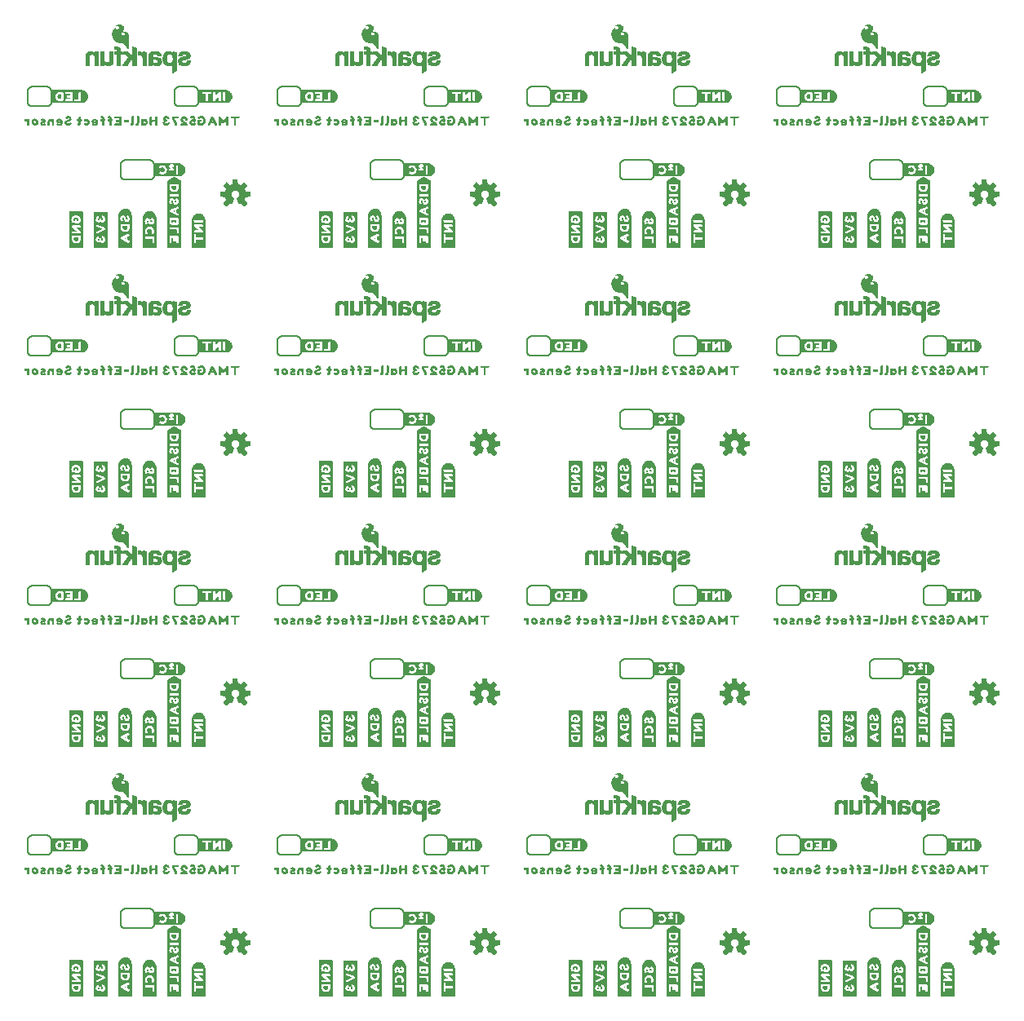
<source format=gbo>
G04 EAGLE Gerber RS-274X export*
G75*
%MOMM*%
%FSLAX34Y34*%
%LPD*%
%INSilkscreen Bottom*%
%IPPOS*%
%AMOC8*
5,1,8,0,0,1.08239X$1,22.5*%
G01*
%ADD10C,0.203200*%

G36*
X949187Y20967D02*
X949187Y20967D01*
X949182Y20974D01*
X949189Y20980D01*
X949189Y90680D01*
X949168Y90708D01*
X949167Y90721D01*
X948567Y91121D01*
X948562Y91121D01*
X948562Y91124D01*
X942462Y94124D01*
X942436Y94119D01*
X942424Y94127D01*
X941824Y93927D01*
X941821Y93922D01*
X941818Y93924D01*
X935818Y90924D01*
X935809Y90907D01*
X935798Y90905D01*
X935498Y90405D01*
X935499Y90392D01*
X935493Y90387D01*
X935495Y90383D01*
X935491Y90380D01*
X935491Y20980D01*
X935527Y20933D01*
X935534Y20938D01*
X935540Y20931D01*
X949140Y20931D01*
X949187Y20967D01*
G37*
G36*
X431027Y20967D02*
X431027Y20967D01*
X431022Y20974D01*
X431029Y20980D01*
X431029Y90680D01*
X431008Y90708D01*
X431007Y90721D01*
X430407Y91121D01*
X430402Y91121D01*
X430402Y91124D01*
X424302Y94124D01*
X424276Y94119D01*
X424264Y94127D01*
X423664Y93927D01*
X423661Y93922D01*
X423658Y93924D01*
X417658Y90924D01*
X417649Y90907D01*
X417638Y90905D01*
X417338Y90405D01*
X417339Y90392D01*
X417333Y90387D01*
X417335Y90383D01*
X417331Y90380D01*
X417331Y20980D01*
X417367Y20933D01*
X417374Y20938D01*
X417380Y20931D01*
X430980Y20931D01*
X431027Y20967D01*
G37*
G36*
X690107Y20967D02*
X690107Y20967D01*
X690102Y20974D01*
X690109Y20980D01*
X690109Y90680D01*
X690088Y90708D01*
X690087Y90721D01*
X689487Y91121D01*
X689482Y91121D01*
X689482Y91124D01*
X683382Y94124D01*
X683356Y94119D01*
X683344Y94127D01*
X682744Y93927D01*
X682741Y93922D01*
X682738Y93924D01*
X676738Y90924D01*
X676729Y90907D01*
X676718Y90905D01*
X676418Y90405D01*
X676419Y90392D01*
X676413Y90387D01*
X676415Y90383D01*
X676411Y90380D01*
X676411Y20980D01*
X676447Y20933D01*
X676454Y20938D01*
X676460Y20931D01*
X690060Y20931D01*
X690107Y20967D01*
G37*
G36*
X431027Y798207D02*
X431027Y798207D01*
X431022Y798214D01*
X431029Y798220D01*
X431029Y867920D01*
X431008Y867948D01*
X431007Y867961D01*
X430407Y868361D01*
X430402Y868361D01*
X430402Y868364D01*
X424302Y871364D01*
X424276Y871359D01*
X424264Y871367D01*
X423664Y871167D01*
X423661Y871162D01*
X423658Y871164D01*
X417658Y868164D01*
X417649Y868147D01*
X417638Y868145D01*
X417338Y867645D01*
X417339Y867632D01*
X417333Y867627D01*
X417335Y867623D01*
X417331Y867620D01*
X417331Y798220D01*
X417367Y798173D01*
X417374Y798178D01*
X417380Y798171D01*
X430980Y798171D01*
X431027Y798207D01*
G37*
G36*
X690107Y798207D02*
X690107Y798207D01*
X690102Y798214D01*
X690109Y798220D01*
X690109Y867920D01*
X690088Y867948D01*
X690087Y867961D01*
X689487Y868361D01*
X689482Y868361D01*
X689482Y868364D01*
X683382Y871364D01*
X683356Y871359D01*
X683344Y871367D01*
X682744Y871167D01*
X682741Y871162D01*
X682738Y871164D01*
X676738Y868164D01*
X676729Y868147D01*
X676718Y868145D01*
X676418Y867645D01*
X676419Y867632D01*
X676413Y867627D01*
X676415Y867623D01*
X676411Y867620D01*
X676411Y798220D01*
X676447Y798173D01*
X676454Y798178D01*
X676460Y798171D01*
X690060Y798171D01*
X690107Y798207D01*
G37*
G36*
X171947Y798207D02*
X171947Y798207D01*
X171942Y798214D01*
X171949Y798220D01*
X171949Y867920D01*
X171928Y867948D01*
X171927Y867961D01*
X171327Y868361D01*
X171322Y868361D01*
X171322Y868364D01*
X165222Y871364D01*
X165196Y871359D01*
X165184Y871367D01*
X164584Y871167D01*
X164581Y871162D01*
X164578Y871164D01*
X158578Y868164D01*
X158569Y868147D01*
X158558Y868145D01*
X158258Y867645D01*
X158259Y867632D01*
X158253Y867627D01*
X158255Y867623D01*
X158251Y867620D01*
X158251Y798220D01*
X158287Y798173D01*
X158294Y798178D01*
X158300Y798171D01*
X171900Y798171D01*
X171947Y798207D01*
G37*
G36*
X949187Y798207D02*
X949187Y798207D01*
X949182Y798214D01*
X949189Y798220D01*
X949189Y867920D01*
X949168Y867948D01*
X949167Y867961D01*
X948567Y868361D01*
X948562Y868361D01*
X948562Y868364D01*
X942462Y871364D01*
X942436Y871359D01*
X942424Y871367D01*
X941824Y871167D01*
X941821Y871162D01*
X941818Y871164D01*
X935818Y868164D01*
X935809Y868147D01*
X935798Y868145D01*
X935498Y867645D01*
X935499Y867632D01*
X935493Y867627D01*
X935495Y867623D01*
X935491Y867620D01*
X935491Y798220D01*
X935527Y798173D01*
X935534Y798178D01*
X935540Y798171D01*
X949140Y798171D01*
X949187Y798207D01*
G37*
G36*
X949187Y280047D02*
X949187Y280047D01*
X949182Y280054D01*
X949189Y280060D01*
X949189Y349760D01*
X949168Y349788D01*
X949167Y349801D01*
X948567Y350201D01*
X948562Y350201D01*
X948562Y350204D01*
X942462Y353204D01*
X942436Y353199D01*
X942424Y353207D01*
X941824Y353007D01*
X941821Y353002D01*
X941818Y353004D01*
X935818Y350004D01*
X935809Y349987D01*
X935798Y349985D01*
X935498Y349485D01*
X935499Y349472D01*
X935493Y349467D01*
X935495Y349463D01*
X935491Y349460D01*
X935491Y280060D01*
X935527Y280013D01*
X935534Y280018D01*
X935540Y280011D01*
X949140Y280011D01*
X949187Y280047D01*
G37*
G36*
X690107Y280047D02*
X690107Y280047D01*
X690102Y280054D01*
X690109Y280060D01*
X690109Y349760D01*
X690088Y349788D01*
X690087Y349801D01*
X689487Y350201D01*
X689482Y350201D01*
X689482Y350204D01*
X683382Y353204D01*
X683356Y353199D01*
X683344Y353207D01*
X682744Y353007D01*
X682741Y353002D01*
X682738Y353004D01*
X676738Y350004D01*
X676729Y349987D01*
X676718Y349985D01*
X676418Y349485D01*
X676419Y349472D01*
X676413Y349467D01*
X676415Y349463D01*
X676411Y349460D01*
X676411Y280060D01*
X676447Y280013D01*
X676454Y280018D01*
X676460Y280011D01*
X690060Y280011D01*
X690107Y280047D01*
G37*
G36*
X431027Y280047D02*
X431027Y280047D01*
X431022Y280054D01*
X431029Y280060D01*
X431029Y349760D01*
X431008Y349788D01*
X431007Y349801D01*
X430407Y350201D01*
X430402Y350201D01*
X430402Y350204D01*
X424302Y353204D01*
X424276Y353199D01*
X424264Y353207D01*
X423664Y353007D01*
X423661Y353002D01*
X423658Y353004D01*
X417658Y350004D01*
X417649Y349987D01*
X417638Y349985D01*
X417338Y349485D01*
X417339Y349472D01*
X417333Y349467D01*
X417335Y349463D01*
X417331Y349460D01*
X417331Y280060D01*
X417367Y280013D01*
X417374Y280018D01*
X417380Y280011D01*
X430980Y280011D01*
X431027Y280047D01*
G37*
G36*
X171947Y280047D02*
X171947Y280047D01*
X171942Y280054D01*
X171949Y280060D01*
X171949Y349760D01*
X171928Y349788D01*
X171927Y349801D01*
X171327Y350201D01*
X171322Y350201D01*
X171322Y350204D01*
X165222Y353204D01*
X165196Y353199D01*
X165184Y353207D01*
X164584Y353007D01*
X164581Y353002D01*
X164578Y353004D01*
X158578Y350004D01*
X158569Y349987D01*
X158558Y349985D01*
X158258Y349485D01*
X158259Y349472D01*
X158253Y349467D01*
X158255Y349463D01*
X158251Y349460D01*
X158251Y280060D01*
X158287Y280013D01*
X158294Y280018D01*
X158300Y280011D01*
X171900Y280011D01*
X171947Y280047D01*
G37*
G36*
X171947Y20967D02*
X171947Y20967D01*
X171942Y20974D01*
X171949Y20980D01*
X171949Y90680D01*
X171928Y90708D01*
X171927Y90721D01*
X171327Y91121D01*
X171322Y91121D01*
X171322Y91124D01*
X165222Y94124D01*
X165196Y94119D01*
X165184Y94127D01*
X164584Y93927D01*
X164581Y93922D01*
X164578Y93924D01*
X158578Y90924D01*
X158569Y90907D01*
X158558Y90905D01*
X158258Y90405D01*
X158259Y90392D01*
X158253Y90387D01*
X158255Y90383D01*
X158251Y90380D01*
X158251Y20980D01*
X158287Y20933D01*
X158294Y20938D01*
X158300Y20931D01*
X171900Y20931D01*
X171947Y20967D01*
G37*
G36*
X690107Y539127D02*
X690107Y539127D01*
X690102Y539134D01*
X690109Y539140D01*
X690109Y608840D01*
X690088Y608868D01*
X690087Y608881D01*
X689487Y609281D01*
X689482Y609281D01*
X689482Y609284D01*
X683382Y612284D01*
X683356Y612279D01*
X683344Y612287D01*
X682744Y612087D01*
X682741Y612082D01*
X682738Y612084D01*
X676738Y609084D01*
X676729Y609067D01*
X676718Y609065D01*
X676418Y608565D01*
X676419Y608552D01*
X676413Y608547D01*
X676415Y608543D01*
X676411Y608540D01*
X676411Y539140D01*
X676447Y539093D01*
X676454Y539098D01*
X676460Y539091D01*
X690060Y539091D01*
X690107Y539127D01*
G37*
G36*
X171947Y539127D02*
X171947Y539127D01*
X171942Y539134D01*
X171949Y539140D01*
X171949Y608840D01*
X171928Y608868D01*
X171927Y608881D01*
X171327Y609281D01*
X171322Y609281D01*
X171322Y609284D01*
X165222Y612284D01*
X165196Y612279D01*
X165184Y612287D01*
X164584Y612087D01*
X164581Y612082D01*
X164578Y612084D01*
X158578Y609084D01*
X158569Y609067D01*
X158558Y609065D01*
X158258Y608565D01*
X158259Y608552D01*
X158253Y608547D01*
X158255Y608543D01*
X158251Y608540D01*
X158251Y539140D01*
X158287Y539093D01*
X158294Y539098D01*
X158300Y539091D01*
X171900Y539091D01*
X171947Y539127D01*
G37*
G36*
X431027Y539127D02*
X431027Y539127D01*
X431022Y539134D01*
X431029Y539140D01*
X431029Y608840D01*
X431008Y608868D01*
X431007Y608881D01*
X430407Y609281D01*
X430402Y609281D01*
X430402Y609284D01*
X424302Y612284D01*
X424276Y612279D01*
X424264Y612287D01*
X423664Y612087D01*
X423661Y612082D01*
X423658Y612084D01*
X417658Y609084D01*
X417649Y609067D01*
X417638Y609065D01*
X417338Y608565D01*
X417339Y608552D01*
X417333Y608547D01*
X417335Y608543D01*
X417331Y608540D01*
X417331Y539140D01*
X417367Y539093D01*
X417374Y539098D01*
X417380Y539091D01*
X430980Y539091D01*
X431027Y539127D01*
G37*
G36*
X949187Y539127D02*
X949187Y539127D01*
X949182Y539134D01*
X949189Y539140D01*
X949189Y608840D01*
X949168Y608868D01*
X949167Y608881D01*
X948567Y609281D01*
X948562Y609281D01*
X948562Y609284D01*
X942462Y612284D01*
X942436Y612279D01*
X942424Y612287D01*
X941824Y612087D01*
X941821Y612082D01*
X941818Y612084D01*
X935818Y609084D01*
X935809Y609067D01*
X935798Y609065D01*
X935498Y608565D01*
X935499Y608552D01*
X935493Y608547D01*
X935495Y608543D01*
X935491Y608540D01*
X935491Y539140D01*
X935527Y539093D01*
X935534Y539098D01*
X935540Y539091D01*
X949140Y539091D01*
X949187Y539127D01*
G37*
G36*
X638878Y279614D02*
X638878Y279614D01*
X638890Y279611D01*
X639290Y279911D01*
X639294Y279927D01*
X639301Y279932D01*
X639297Y279938D01*
X639299Y279942D01*
X639309Y279950D01*
X639309Y313750D01*
X639306Y313754D01*
X639309Y313757D01*
X639209Y314453D01*
X639209Y315150D01*
X639202Y315159D01*
X639207Y315166D01*
X639007Y315765D01*
X638807Y316464D01*
X638802Y316468D01*
X638804Y316472D01*
X638504Y317072D01*
X638500Y317074D01*
X638501Y317077D01*
X638101Y317677D01*
X638098Y317678D01*
X638098Y317681D01*
X637298Y318681D01*
X637294Y318682D01*
X637295Y318685D01*
X636795Y319185D01*
X636788Y319186D01*
X636787Y319191D01*
X636187Y319591D01*
X636186Y319591D01*
X636185Y319592D01*
X635685Y319892D01*
X635680Y319892D01*
X635679Y319895D01*
X634979Y320195D01*
X634976Y320195D01*
X634976Y320197D01*
X633776Y320597D01*
X633769Y320595D01*
X633767Y320599D01*
X633067Y320699D01*
X633062Y320696D01*
X633060Y320699D01*
X632360Y320699D01*
X632356Y320696D01*
X632353Y320699D01*
X631653Y320599D01*
X631652Y320598D01*
X631652Y320599D01*
X631052Y320499D01*
X630353Y320399D01*
X630345Y320391D01*
X630338Y320394D01*
X629138Y319794D01*
X629136Y319790D01*
X629133Y319791D01*
X628533Y319391D01*
X628532Y319388D01*
X628529Y319388D01*
X627529Y318588D01*
X627528Y318584D01*
X627525Y318585D01*
X627025Y318085D01*
X627024Y318073D01*
X627016Y318072D01*
X626717Y317475D01*
X626319Y316877D01*
X626320Y316868D01*
X626313Y316866D01*
X626113Y316266D01*
X626114Y316264D01*
X626113Y316264D01*
X626111Y316256D01*
X626068Y316108D01*
X626054Y316059D01*
X626012Y315911D01*
X625970Y315764D01*
X625956Y315714D01*
X625914Y315567D01*
X625913Y315565D01*
X625713Y314966D01*
X625715Y314959D01*
X625711Y314957D01*
X625611Y314257D01*
X625614Y314252D01*
X625611Y314250D01*
X625611Y280050D01*
X625624Y280032D01*
X625621Y280020D01*
X625921Y279620D01*
X625952Y279612D01*
X625960Y279601D01*
X638860Y279601D01*
X638878Y279614D01*
G37*
G36*
X120718Y797774D02*
X120718Y797774D01*
X120730Y797771D01*
X121130Y798071D01*
X121134Y798087D01*
X121141Y798092D01*
X121137Y798098D01*
X121139Y798102D01*
X121149Y798110D01*
X121149Y831910D01*
X121146Y831914D01*
X121149Y831917D01*
X121049Y832613D01*
X121049Y833310D01*
X121042Y833319D01*
X121047Y833326D01*
X120847Y833925D01*
X120647Y834624D01*
X120642Y834628D01*
X120644Y834632D01*
X120344Y835232D01*
X120340Y835234D01*
X120341Y835237D01*
X119941Y835837D01*
X119938Y835838D01*
X119938Y835841D01*
X119138Y836841D01*
X119134Y836842D01*
X119135Y836845D01*
X118635Y837345D01*
X118628Y837346D01*
X118627Y837351D01*
X118027Y837751D01*
X118026Y837751D01*
X118025Y837752D01*
X117525Y838052D01*
X117520Y838052D01*
X117519Y838055D01*
X116819Y838355D01*
X116816Y838355D01*
X116816Y838357D01*
X115616Y838757D01*
X115609Y838755D01*
X115607Y838759D01*
X114907Y838859D01*
X114902Y838856D01*
X114900Y838859D01*
X114200Y838859D01*
X114196Y838856D01*
X114193Y838859D01*
X113493Y838759D01*
X113492Y838758D01*
X113492Y838759D01*
X112892Y838659D01*
X112193Y838559D01*
X112185Y838551D01*
X112178Y838554D01*
X110978Y837954D01*
X110976Y837950D01*
X110973Y837951D01*
X110373Y837551D01*
X110372Y837548D01*
X110369Y837548D01*
X109369Y836748D01*
X109368Y836744D01*
X109365Y836745D01*
X108865Y836245D01*
X108864Y836233D01*
X108856Y836232D01*
X108557Y835635D01*
X108159Y835037D01*
X108160Y835028D01*
X108153Y835026D01*
X107953Y834426D01*
X107954Y834424D01*
X107953Y834424D01*
X107951Y834416D01*
X107908Y834268D01*
X107894Y834219D01*
X107852Y834071D01*
X107810Y833924D01*
X107796Y833874D01*
X107754Y833727D01*
X107753Y833725D01*
X107553Y833126D01*
X107555Y833119D01*
X107551Y833117D01*
X107451Y832417D01*
X107454Y832412D01*
X107451Y832410D01*
X107451Y798210D01*
X107464Y798192D01*
X107461Y798180D01*
X107761Y797780D01*
X107792Y797772D01*
X107800Y797761D01*
X120700Y797761D01*
X120718Y797774D01*
G37*
G36*
X379798Y797774D02*
X379798Y797774D01*
X379810Y797771D01*
X380210Y798071D01*
X380214Y798087D01*
X380221Y798092D01*
X380217Y798098D01*
X380219Y798102D01*
X380229Y798110D01*
X380229Y831910D01*
X380226Y831914D01*
X380229Y831917D01*
X380129Y832613D01*
X380129Y833310D01*
X380122Y833319D01*
X380127Y833326D01*
X379927Y833925D01*
X379727Y834624D01*
X379722Y834628D01*
X379724Y834632D01*
X379424Y835232D01*
X379420Y835234D01*
X379421Y835237D01*
X379021Y835837D01*
X379018Y835838D01*
X379018Y835841D01*
X378218Y836841D01*
X378214Y836842D01*
X378215Y836845D01*
X377715Y837345D01*
X377708Y837346D01*
X377707Y837351D01*
X377107Y837751D01*
X377106Y837751D01*
X377105Y837752D01*
X376605Y838052D01*
X376600Y838052D01*
X376599Y838055D01*
X375899Y838355D01*
X375896Y838355D01*
X375896Y838357D01*
X374696Y838757D01*
X374689Y838755D01*
X374687Y838759D01*
X373987Y838859D01*
X373982Y838856D01*
X373980Y838859D01*
X373280Y838859D01*
X373276Y838856D01*
X373273Y838859D01*
X372573Y838759D01*
X372572Y838758D01*
X372572Y838759D01*
X371972Y838659D01*
X371273Y838559D01*
X371265Y838551D01*
X371258Y838554D01*
X370058Y837954D01*
X370056Y837950D01*
X370053Y837951D01*
X369453Y837551D01*
X369452Y837548D01*
X369449Y837548D01*
X368449Y836748D01*
X368448Y836744D01*
X368445Y836745D01*
X367945Y836245D01*
X367944Y836233D01*
X367936Y836232D01*
X367637Y835635D01*
X367239Y835037D01*
X367240Y835028D01*
X367233Y835026D01*
X367033Y834426D01*
X367034Y834424D01*
X367033Y834424D01*
X367031Y834416D01*
X366988Y834268D01*
X366974Y834219D01*
X366932Y834071D01*
X366890Y833924D01*
X366876Y833874D01*
X366834Y833727D01*
X366833Y833725D01*
X366633Y833126D01*
X366635Y833119D01*
X366631Y833117D01*
X366531Y832417D01*
X366534Y832412D01*
X366531Y832410D01*
X366531Y798210D01*
X366544Y798192D01*
X366541Y798180D01*
X366841Y797780D01*
X366872Y797772D01*
X366880Y797761D01*
X379780Y797761D01*
X379798Y797774D01*
G37*
G36*
X379798Y279614D02*
X379798Y279614D01*
X379810Y279611D01*
X380210Y279911D01*
X380214Y279927D01*
X380221Y279932D01*
X380217Y279938D01*
X380219Y279942D01*
X380229Y279950D01*
X380229Y313750D01*
X380226Y313754D01*
X380229Y313757D01*
X380129Y314453D01*
X380129Y315150D01*
X380122Y315159D01*
X380127Y315166D01*
X379927Y315765D01*
X379727Y316464D01*
X379722Y316468D01*
X379724Y316472D01*
X379424Y317072D01*
X379420Y317074D01*
X379421Y317077D01*
X379021Y317677D01*
X379018Y317678D01*
X379018Y317681D01*
X378218Y318681D01*
X378214Y318682D01*
X378215Y318685D01*
X377715Y319185D01*
X377708Y319186D01*
X377707Y319191D01*
X377107Y319591D01*
X377106Y319591D01*
X377105Y319592D01*
X376605Y319892D01*
X376600Y319892D01*
X376599Y319895D01*
X375899Y320195D01*
X375896Y320195D01*
X375896Y320197D01*
X374696Y320597D01*
X374689Y320595D01*
X374687Y320599D01*
X373987Y320699D01*
X373982Y320696D01*
X373980Y320699D01*
X373280Y320699D01*
X373276Y320696D01*
X373273Y320699D01*
X372573Y320599D01*
X372572Y320598D01*
X372572Y320599D01*
X371972Y320499D01*
X371273Y320399D01*
X371265Y320391D01*
X371258Y320394D01*
X370058Y319794D01*
X370056Y319790D01*
X370053Y319791D01*
X369453Y319391D01*
X369452Y319388D01*
X369449Y319388D01*
X368449Y318588D01*
X368448Y318584D01*
X368445Y318585D01*
X367945Y318085D01*
X367944Y318073D01*
X367936Y318072D01*
X367637Y317475D01*
X367239Y316877D01*
X367240Y316868D01*
X367233Y316866D01*
X367033Y316266D01*
X367034Y316264D01*
X367033Y316264D01*
X367031Y316256D01*
X366988Y316108D01*
X366974Y316059D01*
X366932Y315911D01*
X366890Y315764D01*
X366876Y315714D01*
X366834Y315567D01*
X366833Y315565D01*
X366633Y314966D01*
X366635Y314959D01*
X366631Y314957D01*
X366531Y314257D01*
X366534Y314252D01*
X366531Y314250D01*
X366531Y280050D01*
X366544Y280032D01*
X366541Y280020D01*
X366841Y279620D01*
X366872Y279612D01*
X366880Y279601D01*
X379780Y279601D01*
X379798Y279614D01*
G37*
G36*
X638878Y797774D02*
X638878Y797774D01*
X638890Y797771D01*
X639290Y798071D01*
X639294Y798087D01*
X639301Y798092D01*
X639297Y798098D01*
X639299Y798102D01*
X639309Y798110D01*
X639309Y831910D01*
X639306Y831914D01*
X639309Y831917D01*
X639209Y832613D01*
X639209Y833310D01*
X639202Y833319D01*
X639207Y833326D01*
X639007Y833925D01*
X638807Y834624D01*
X638802Y834628D01*
X638804Y834632D01*
X638504Y835232D01*
X638500Y835234D01*
X638501Y835237D01*
X638101Y835837D01*
X638098Y835838D01*
X638098Y835841D01*
X637298Y836841D01*
X637294Y836842D01*
X637295Y836845D01*
X636795Y837345D01*
X636788Y837346D01*
X636787Y837351D01*
X636187Y837751D01*
X636186Y837751D01*
X636185Y837752D01*
X635685Y838052D01*
X635680Y838052D01*
X635679Y838055D01*
X634979Y838355D01*
X634976Y838355D01*
X634976Y838357D01*
X633776Y838757D01*
X633769Y838755D01*
X633767Y838759D01*
X633067Y838859D01*
X633062Y838856D01*
X633060Y838859D01*
X632360Y838859D01*
X632356Y838856D01*
X632353Y838859D01*
X631653Y838759D01*
X631652Y838758D01*
X631652Y838759D01*
X631052Y838659D01*
X630353Y838559D01*
X630345Y838551D01*
X630338Y838554D01*
X629138Y837954D01*
X629136Y837950D01*
X629133Y837951D01*
X628533Y837551D01*
X628532Y837548D01*
X628529Y837548D01*
X627529Y836748D01*
X627528Y836744D01*
X627525Y836745D01*
X627025Y836245D01*
X627024Y836233D01*
X627016Y836232D01*
X626717Y835635D01*
X626319Y835037D01*
X626320Y835028D01*
X626313Y835026D01*
X626113Y834426D01*
X626114Y834424D01*
X626113Y834424D01*
X626111Y834416D01*
X626068Y834268D01*
X626054Y834219D01*
X626012Y834071D01*
X625970Y833924D01*
X625956Y833874D01*
X625914Y833727D01*
X625913Y833725D01*
X625713Y833126D01*
X625715Y833119D01*
X625711Y833117D01*
X625611Y832417D01*
X625614Y832412D01*
X625611Y832410D01*
X625611Y798210D01*
X625624Y798192D01*
X625621Y798180D01*
X625921Y797780D01*
X625952Y797772D01*
X625960Y797761D01*
X638860Y797761D01*
X638878Y797774D01*
G37*
G36*
X638878Y20534D02*
X638878Y20534D01*
X638890Y20531D01*
X639290Y20831D01*
X639294Y20847D01*
X639301Y20852D01*
X639297Y20858D01*
X639299Y20862D01*
X639309Y20870D01*
X639309Y54670D01*
X639306Y54674D01*
X639309Y54677D01*
X639209Y55373D01*
X639209Y56070D01*
X639202Y56079D01*
X639207Y56086D01*
X639007Y56685D01*
X638807Y57384D01*
X638802Y57388D01*
X638804Y57392D01*
X638504Y57992D01*
X638500Y57994D01*
X638501Y57997D01*
X638101Y58597D01*
X638098Y58598D01*
X638098Y58601D01*
X637298Y59601D01*
X637294Y59602D01*
X637295Y59605D01*
X636795Y60105D01*
X636788Y60106D01*
X636787Y60111D01*
X636187Y60511D01*
X636186Y60511D01*
X636185Y60512D01*
X635685Y60812D01*
X635680Y60812D01*
X635679Y60815D01*
X634979Y61115D01*
X634976Y61115D01*
X634976Y61117D01*
X633776Y61517D01*
X633769Y61515D01*
X633767Y61519D01*
X633067Y61619D01*
X633062Y61616D01*
X633060Y61619D01*
X632360Y61619D01*
X632356Y61616D01*
X632353Y61619D01*
X631653Y61519D01*
X631652Y61518D01*
X631652Y61519D01*
X631052Y61419D01*
X630353Y61319D01*
X630345Y61311D01*
X630338Y61314D01*
X629138Y60714D01*
X629136Y60710D01*
X629133Y60711D01*
X628533Y60311D01*
X628532Y60308D01*
X628529Y60308D01*
X627529Y59508D01*
X627528Y59504D01*
X627525Y59505D01*
X627025Y59005D01*
X627024Y58993D01*
X627016Y58992D01*
X626717Y58395D01*
X626319Y57797D01*
X626320Y57788D01*
X626313Y57786D01*
X626113Y57186D01*
X626114Y57184D01*
X626113Y57184D01*
X626111Y57176D01*
X626068Y57028D01*
X626054Y56979D01*
X626012Y56831D01*
X625970Y56684D01*
X625956Y56634D01*
X625914Y56487D01*
X625913Y56485D01*
X625713Y55886D01*
X625715Y55879D01*
X625711Y55877D01*
X625611Y55177D01*
X625614Y55172D01*
X625611Y55170D01*
X625611Y20970D01*
X625624Y20952D01*
X625621Y20940D01*
X625921Y20540D01*
X625952Y20532D01*
X625960Y20521D01*
X638860Y20521D01*
X638878Y20534D01*
G37*
G36*
X897958Y20534D02*
X897958Y20534D01*
X897970Y20531D01*
X898370Y20831D01*
X898374Y20847D01*
X898381Y20852D01*
X898377Y20858D01*
X898379Y20862D01*
X898389Y20870D01*
X898389Y54670D01*
X898386Y54674D01*
X898389Y54677D01*
X898289Y55373D01*
X898289Y56070D01*
X898282Y56079D01*
X898287Y56086D01*
X898087Y56685D01*
X897887Y57384D01*
X897882Y57388D01*
X897884Y57392D01*
X897584Y57992D01*
X897580Y57994D01*
X897581Y57997D01*
X897181Y58597D01*
X897178Y58598D01*
X897178Y58601D01*
X896378Y59601D01*
X896374Y59602D01*
X896375Y59605D01*
X895875Y60105D01*
X895868Y60106D01*
X895867Y60111D01*
X895267Y60511D01*
X895266Y60511D01*
X895265Y60512D01*
X894765Y60812D01*
X894760Y60812D01*
X894759Y60815D01*
X894059Y61115D01*
X894056Y61115D01*
X894056Y61117D01*
X892856Y61517D01*
X892849Y61515D01*
X892847Y61519D01*
X892147Y61619D01*
X892142Y61616D01*
X892140Y61619D01*
X891440Y61619D01*
X891436Y61616D01*
X891433Y61619D01*
X890733Y61519D01*
X890732Y61518D01*
X890732Y61519D01*
X890132Y61419D01*
X889433Y61319D01*
X889425Y61311D01*
X889418Y61314D01*
X888218Y60714D01*
X888216Y60710D01*
X888213Y60711D01*
X887613Y60311D01*
X887612Y60308D01*
X887609Y60308D01*
X886609Y59508D01*
X886608Y59504D01*
X886605Y59505D01*
X886105Y59005D01*
X886104Y58993D01*
X886096Y58992D01*
X885797Y58395D01*
X885399Y57797D01*
X885400Y57788D01*
X885393Y57786D01*
X885193Y57186D01*
X885194Y57184D01*
X885193Y57184D01*
X885191Y57176D01*
X885148Y57028D01*
X885134Y56979D01*
X885092Y56831D01*
X885050Y56684D01*
X885036Y56634D01*
X884994Y56487D01*
X884993Y56485D01*
X884793Y55886D01*
X884795Y55879D01*
X884791Y55877D01*
X884691Y55177D01*
X884694Y55172D01*
X884691Y55170D01*
X884691Y20970D01*
X884704Y20952D01*
X884701Y20940D01*
X885001Y20540D01*
X885032Y20532D01*
X885040Y20521D01*
X897940Y20521D01*
X897958Y20534D01*
G37*
G36*
X379798Y20534D02*
X379798Y20534D01*
X379810Y20531D01*
X380210Y20831D01*
X380214Y20847D01*
X380221Y20852D01*
X380217Y20858D01*
X380219Y20862D01*
X380229Y20870D01*
X380229Y54670D01*
X380226Y54674D01*
X380229Y54677D01*
X380129Y55373D01*
X380129Y56070D01*
X380122Y56079D01*
X380127Y56086D01*
X379927Y56685D01*
X379727Y57384D01*
X379722Y57388D01*
X379724Y57392D01*
X379424Y57992D01*
X379420Y57994D01*
X379421Y57997D01*
X379021Y58597D01*
X379018Y58598D01*
X379018Y58601D01*
X378218Y59601D01*
X378214Y59602D01*
X378215Y59605D01*
X377715Y60105D01*
X377708Y60106D01*
X377707Y60111D01*
X377107Y60511D01*
X377106Y60511D01*
X377105Y60512D01*
X376605Y60812D01*
X376600Y60812D01*
X376599Y60815D01*
X375899Y61115D01*
X375896Y61115D01*
X375896Y61117D01*
X374696Y61517D01*
X374689Y61515D01*
X374687Y61519D01*
X373987Y61619D01*
X373982Y61616D01*
X373980Y61619D01*
X373280Y61619D01*
X373276Y61616D01*
X373273Y61619D01*
X372573Y61519D01*
X372572Y61518D01*
X372572Y61519D01*
X371972Y61419D01*
X371273Y61319D01*
X371265Y61311D01*
X371258Y61314D01*
X370058Y60714D01*
X370056Y60710D01*
X370053Y60711D01*
X369453Y60311D01*
X369452Y60308D01*
X369449Y60308D01*
X368449Y59508D01*
X368448Y59504D01*
X368445Y59505D01*
X367945Y59005D01*
X367944Y58993D01*
X367936Y58992D01*
X367637Y58395D01*
X367239Y57797D01*
X367240Y57788D01*
X367233Y57786D01*
X367033Y57186D01*
X367034Y57184D01*
X367033Y57184D01*
X367031Y57176D01*
X366988Y57028D01*
X366974Y56979D01*
X366932Y56831D01*
X366890Y56684D01*
X366876Y56634D01*
X366834Y56487D01*
X366833Y56485D01*
X366633Y55886D01*
X366635Y55879D01*
X366631Y55877D01*
X366531Y55177D01*
X366534Y55172D01*
X366531Y55170D01*
X366531Y20970D01*
X366544Y20952D01*
X366541Y20940D01*
X366841Y20540D01*
X366872Y20532D01*
X366880Y20521D01*
X379780Y20521D01*
X379798Y20534D01*
G37*
G36*
X638878Y538694D02*
X638878Y538694D01*
X638890Y538691D01*
X639290Y538991D01*
X639294Y539007D01*
X639301Y539012D01*
X639297Y539018D01*
X639299Y539022D01*
X639309Y539030D01*
X639309Y572830D01*
X639306Y572834D01*
X639309Y572837D01*
X639209Y573533D01*
X639209Y574230D01*
X639202Y574239D01*
X639207Y574246D01*
X639007Y574845D01*
X638807Y575544D01*
X638802Y575548D01*
X638804Y575552D01*
X638504Y576152D01*
X638500Y576154D01*
X638501Y576157D01*
X638101Y576757D01*
X638098Y576758D01*
X638098Y576761D01*
X637298Y577761D01*
X637294Y577762D01*
X637295Y577765D01*
X636795Y578265D01*
X636788Y578266D01*
X636787Y578271D01*
X636187Y578671D01*
X636186Y578671D01*
X636185Y578672D01*
X635685Y578972D01*
X635680Y578972D01*
X635679Y578975D01*
X634979Y579275D01*
X634976Y579275D01*
X634976Y579277D01*
X633776Y579677D01*
X633769Y579675D01*
X633767Y579679D01*
X633067Y579779D01*
X633062Y579776D01*
X633060Y579779D01*
X632360Y579779D01*
X632356Y579776D01*
X632353Y579779D01*
X631653Y579679D01*
X631652Y579678D01*
X631652Y579679D01*
X631052Y579579D01*
X630353Y579479D01*
X630345Y579471D01*
X630338Y579474D01*
X629138Y578874D01*
X629136Y578870D01*
X629133Y578871D01*
X628533Y578471D01*
X628532Y578468D01*
X628529Y578468D01*
X627529Y577668D01*
X627528Y577664D01*
X627525Y577665D01*
X627025Y577165D01*
X627024Y577153D01*
X627016Y577152D01*
X626717Y576555D01*
X626319Y575957D01*
X626320Y575948D01*
X626313Y575946D01*
X626113Y575346D01*
X626114Y575344D01*
X626113Y575344D01*
X626111Y575336D01*
X626068Y575188D01*
X626054Y575139D01*
X626012Y574991D01*
X625970Y574844D01*
X625956Y574794D01*
X625914Y574647D01*
X625913Y574645D01*
X625713Y574046D01*
X625715Y574039D01*
X625711Y574037D01*
X625611Y573337D01*
X625614Y573332D01*
X625611Y573330D01*
X625611Y539130D01*
X625624Y539112D01*
X625621Y539100D01*
X625921Y538700D01*
X625952Y538692D01*
X625960Y538681D01*
X638860Y538681D01*
X638878Y538694D01*
G37*
G36*
X120718Y20534D02*
X120718Y20534D01*
X120730Y20531D01*
X121130Y20831D01*
X121134Y20847D01*
X121141Y20852D01*
X121137Y20858D01*
X121139Y20862D01*
X121149Y20870D01*
X121149Y54670D01*
X121146Y54674D01*
X121149Y54677D01*
X121049Y55373D01*
X121049Y56070D01*
X121042Y56079D01*
X121047Y56086D01*
X120847Y56685D01*
X120647Y57384D01*
X120642Y57388D01*
X120644Y57392D01*
X120344Y57992D01*
X120340Y57994D01*
X120341Y57997D01*
X119941Y58597D01*
X119938Y58598D01*
X119938Y58601D01*
X119138Y59601D01*
X119134Y59602D01*
X119135Y59605D01*
X118635Y60105D01*
X118628Y60106D01*
X118627Y60111D01*
X118027Y60511D01*
X118026Y60511D01*
X118025Y60512D01*
X117525Y60812D01*
X117520Y60812D01*
X117519Y60815D01*
X116819Y61115D01*
X116816Y61115D01*
X116816Y61117D01*
X115616Y61517D01*
X115609Y61515D01*
X115607Y61519D01*
X114907Y61619D01*
X114902Y61616D01*
X114900Y61619D01*
X114200Y61619D01*
X114196Y61616D01*
X114193Y61619D01*
X113493Y61519D01*
X113492Y61518D01*
X113492Y61519D01*
X112892Y61419D01*
X112193Y61319D01*
X112185Y61311D01*
X112178Y61314D01*
X110978Y60714D01*
X110976Y60710D01*
X110973Y60711D01*
X110373Y60311D01*
X110372Y60308D01*
X110369Y60308D01*
X109369Y59508D01*
X109368Y59504D01*
X109365Y59505D01*
X108865Y59005D01*
X108864Y58993D01*
X108856Y58992D01*
X108557Y58395D01*
X108159Y57797D01*
X108160Y57788D01*
X108153Y57786D01*
X107953Y57186D01*
X107954Y57184D01*
X107953Y57184D01*
X107951Y57176D01*
X107908Y57028D01*
X107894Y56979D01*
X107852Y56831D01*
X107810Y56684D01*
X107796Y56634D01*
X107754Y56487D01*
X107753Y56485D01*
X107553Y55886D01*
X107555Y55879D01*
X107551Y55877D01*
X107451Y55177D01*
X107454Y55172D01*
X107451Y55170D01*
X107451Y20970D01*
X107464Y20952D01*
X107461Y20940D01*
X107761Y20540D01*
X107792Y20532D01*
X107800Y20521D01*
X120700Y20521D01*
X120718Y20534D01*
G37*
G36*
X897958Y279614D02*
X897958Y279614D01*
X897970Y279611D01*
X898370Y279911D01*
X898374Y279927D01*
X898381Y279932D01*
X898377Y279938D01*
X898379Y279942D01*
X898389Y279950D01*
X898389Y313750D01*
X898386Y313754D01*
X898389Y313757D01*
X898289Y314453D01*
X898289Y315150D01*
X898282Y315159D01*
X898287Y315166D01*
X898087Y315765D01*
X897887Y316464D01*
X897882Y316468D01*
X897884Y316472D01*
X897584Y317072D01*
X897580Y317074D01*
X897581Y317077D01*
X897181Y317677D01*
X897178Y317678D01*
X897178Y317681D01*
X896378Y318681D01*
X896374Y318682D01*
X896375Y318685D01*
X895875Y319185D01*
X895868Y319186D01*
X895867Y319191D01*
X895267Y319591D01*
X895266Y319591D01*
X895265Y319592D01*
X894765Y319892D01*
X894760Y319892D01*
X894759Y319895D01*
X894059Y320195D01*
X894056Y320195D01*
X894056Y320197D01*
X892856Y320597D01*
X892849Y320595D01*
X892847Y320599D01*
X892147Y320699D01*
X892142Y320696D01*
X892140Y320699D01*
X891440Y320699D01*
X891436Y320696D01*
X891433Y320699D01*
X890733Y320599D01*
X890732Y320598D01*
X890732Y320599D01*
X890132Y320499D01*
X889433Y320399D01*
X889425Y320391D01*
X889418Y320394D01*
X888218Y319794D01*
X888216Y319790D01*
X888213Y319791D01*
X887613Y319391D01*
X887612Y319388D01*
X887609Y319388D01*
X886609Y318588D01*
X886608Y318584D01*
X886605Y318585D01*
X886105Y318085D01*
X886104Y318073D01*
X886096Y318072D01*
X885797Y317475D01*
X885399Y316877D01*
X885400Y316868D01*
X885393Y316866D01*
X885193Y316266D01*
X885194Y316264D01*
X885193Y316264D01*
X885191Y316256D01*
X885148Y316108D01*
X885134Y316059D01*
X885092Y315911D01*
X885050Y315764D01*
X885036Y315714D01*
X884994Y315567D01*
X884993Y315565D01*
X884793Y314966D01*
X884795Y314959D01*
X884791Y314957D01*
X884691Y314257D01*
X884694Y314252D01*
X884691Y314250D01*
X884691Y280050D01*
X884704Y280032D01*
X884701Y280020D01*
X885001Y279620D01*
X885032Y279612D01*
X885040Y279601D01*
X897940Y279601D01*
X897958Y279614D01*
G37*
G36*
X897958Y538694D02*
X897958Y538694D01*
X897970Y538691D01*
X898370Y538991D01*
X898374Y539007D01*
X898381Y539012D01*
X898377Y539018D01*
X898379Y539022D01*
X898389Y539030D01*
X898389Y572830D01*
X898386Y572834D01*
X898389Y572837D01*
X898289Y573533D01*
X898289Y574230D01*
X898282Y574239D01*
X898287Y574246D01*
X898087Y574845D01*
X897887Y575544D01*
X897882Y575548D01*
X897884Y575552D01*
X897584Y576152D01*
X897580Y576154D01*
X897581Y576157D01*
X897181Y576757D01*
X897178Y576758D01*
X897178Y576761D01*
X896378Y577761D01*
X896374Y577762D01*
X896375Y577765D01*
X895875Y578265D01*
X895868Y578266D01*
X895867Y578271D01*
X895267Y578671D01*
X895266Y578671D01*
X895265Y578672D01*
X894765Y578972D01*
X894760Y578972D01*
X894759Y578975D01*
X894059Y579275D01*
X894056Y579275D01*
X894056Y579277D01*
X892856Y579677D01*
X892849Y579675D01*
X892847Y579679D01*
X892147Y579779D01*
X892142Y579776D01*
X892140Y579779D01*
X891440Y579779D01*
X891436Y579776D01*
X891433Y579779D01*
X890733Y579679D01*
X890732Y579678D01*
X890732Y579679D01*
X890132Y579579D01*
X889433Y579479D01*
X889425Y579471D01*
X889418Y579474D01*
X888218Y578874D01*
X888216Y578870D01*
X888213Y578871D01*
X887613Y578471D01*
X887612Y578468D01*
X887609Y578468D01*
X886609Y577668D01*
X886608Y577664D01*
X886605Y577665D01*
X886105Y577165D01*
X886104Y577153D01*
X886096Y577152D01*
X885797Y576555D01*
X885399Y575957D01*
X885400Y575948D01*
X885393Y575946D01*
X885193Y575346D01*
X885194Y575344D01*
X885193Y575344D01*
X885191Y575336D01*
X885148Y575188D01*
X885134Y575139D01*
X885092Y574991D01*
X885050Y574844D01*
X885036Y574794D01*
X884994Y574647D01*
X884993Y574645D01*
X884793Y574046D01*
X884795Y574039D01*
X884791Y574037D01*
X884691Y573337D01*
X884694Y573332D01*
X884691Y573330D01*
X884691Y539130D01*
X884704Y539112D01*
X884701Y539100D01*
X885001Y538700D01*
X885032Y538692D01*
X885040Y538681D01*
X897940Y538681D01*
X897958Y538694D01*
G37*
G36*
X120718Y538694D02*
X120718Y538694D01*
X120730Y538691D01*
X121130Y538991D01*
X121134Y539007D01*
X121141Y539012D01*
X121137Y539018D01*
X121139Y539022D01*
X121149Y539030D01*
X121149Y572830D01*
X121146Y572834D01*
X121149Y572837D01*
X121049Y573533D01*
X121049Y574230D01*
X121042Y574239D01*
X121047Y574246D01*
X120847Y574845D01*
X120647Y575544D01*
X120642Y575548D01*
X120644Y575552D01*
X120344Y576152D01*
X120340Y576154D01*
X120341Y576157D01*
X119941Y576757D01*
X119938Y576758D01*
X119938Y576761D01*
X119138Y577761D01*
X119134Y577762D01*
X119135Y577765D01*
X118635Y578265D01*
X118628Y578266D01*
X118627Y578271D01*
X118027Y578671D01*
X118026Y578671D01*
X118025Y578672D01*
X117525Y578972D01*
X117520Y578972D01*
X117519Y578975D01*
X116819Y579275D01*
X116816Y579275D01*
X116816Y579277D01*
X115616Y579677D01*
X115609Y579675D01*
X115607Y579679D01*
X114907Y579779D01*
X114902Y579776D01*
X114900Y579779D01*
X114200Y579779D01*
X114196Y579776D01*
X114193Y579779D01*
X113493Y579679D01*
X113492Y579678D01*
X113492Y579679D01*
X112892Y579579D01*
X112193Y579479D01*
X112185Y579471D01*
X112178Y579474D01*
X110978Y578874D01*
X110976Y578870D01*
X110973Y578871D01*
X110373Y578471D01*
X110372Y578468D01*
X110369Y578468D01*
X109369Y577668D01*
X109368Y577664D01*
X109365Y577665D01*
X108865Y577165D01*
X108864Y577153D01*
X108856Y577152D01*
X108557Y576555D01*
X108159Y575957D01*
X108160Y575948D01*
X108153Y575946D01*
X107953Y575346D01*
X107954Y575344D01*
X107953Y575344D01*
X107951Y575336D01*
X107908Y575188D01*
X107894Y575139D01*
X107852Y574991D01*
X107810Y574844D01*
X107796Y574794D01*
X107754Y574647D01*
X107753Y574645D01*
X107553Y574046D01*
X107555Y574039D01*
X107551Y574037D01*
X107451Y573337D01*
X107454Y573332D01*
X107451Y573330D01*
X107451Y539130D01*
X107464Y539112D01*
X107461Y539100D01*
X107761Y538700D01*
X107792Y538692D01*
X107800Y538681D01*
X120700Y538681D01*
X120718Y538694D01*
G37*
G36*
X379798Y538694D02*
X379798Y538694D01*
X379810Y538691D01*
X380210Y538991D01*
X380214Y539007D01*
X380221Y539012D01*
X380217Y539018D01*
X380219Y539022D01*
X380229Y539030D01*
X380229Y572830D01*
X380226Y572834D01*
X380229Y572837D01*
X380129Y573533D01*
X380129Y574230D01*
X380122Y574239D01*
X380127Y574246D01*
X379927Y574845D01*
X379727Y575544D01*
X379722Y575548D01*
X379724Y575552D01*
X379424Y576152D01*
X379420Y576154D01*
X379421Y576157D01*
X379021Y576757D01*
X379018Y576758D01*
X379018Y576761D01*
X378218Y577761D01*
X378214Y577762D01*
X378215Y577765D01*
X377715Y578265D01*
X377708Y578266D01*
X377707Y578271D01*
X377107Y578671D01*
X377106Y578671D01*
X377105Y578672D01*
X376605Y578972D01*
X376600Y578972D01*
X376599Y578975D01*
X375899Y579275D01*
X375896Y579275D01*
X375896Y579277D01*
X374696Y579677D01*
X374689Y579675D01*
X374687Y579679D01*
X373987Y579779D01*
X373982Y579776D01*
X373980Y579779D01*
X373280Y579779D01*
X373276Y579776D01*
X373273Y579779D01*
X372573Y579679D01*
X372572Y579678D01*
X372572Y579679D01*
X371972Y579579D01*
X371273Y579479D01*
X371265Y579471D01*
X371258Y579474D01*
X370058Y578874D01*
X370056Y578870D01*
X370053Y578871D01*
X369453Y578471D01*
X369452Y578468D01*
X369449Y578468D01*
X368449Y577668D01*
X368448Y577664D01*
X368445Y577665D01*
X367945Y577165D01*
X367944Y577153D01*
X367936Y577152D01*
X367637Y576555D01*
X367239Y575957D01*
X367240Y575948D01*
X367233Y575946D01*
X367033Y575346D01*
X367034Y575344D01*
X367033Y575344D01*
X367031Y575336D01*
X366988Y575188D01*
X366974Y575139D01*
X366932Y574991D01*
X366890Y574844D01*
X366876Y574794D01*
X366834Y574647D01*
X366833Y574645D01*
X366633Y574046D01*
X366635Y574039D01*
X366631Y574037D01*
X366531Y573337D01*
X366534Y573332D01*
X366531Y573330D01*
X366531Y539130D01*
X366544Y539112D01*
X366541Y539100D01*
X366841Y538700D01*
X366872Y538692D01*
X366880Y538681D01*
X379780Y538681D01*
X379798Y538694D01*
G37*
G36*
X120718Y279614D02*
X120718Y279614D01*
X120730Y279611D01*
X121130Y279911D01*
X121134Y279927D01*
X121141Y279932D01*
X121137Y279938D01*
X121139Y279942D01*
X121149Y279950D01*
X121149Y313750D01*
X121146Y313754D01*
X121149Y313757D01*
X121049Y314453D01*
X121049Y315150D01*
X121042Y315159D01*
X121047Y315166D01*
X120847Y315765D01*
X120647Y316464D01*
X120642Y316468D01*
X120644Y316472D01*
X120344Y317072D01*
X120340Y317074D01*
X120341Y317077D01*
X119941Y317677D01*
X119938Y317678D01*
X119938Y317681D01*
X119138Y318681D01*
X119134Y318682D01*
X119135Y318685D01*
X118635Y319185D01*
X118628Y319186D01*
X118627Y319191D01*
X118027Y319591D01*
X118026Y319591D01*
X118025Y319592D01*
X117525Y319892D01*
X117520Y319892D01*
X117519Y319895D01*
X116819Y320195D01*
X116816Y320195D01*
X116816Y320197D01*
X115616Y320597D01*
X115609Y320595D01*
X115607Y320599D01*
X114907Y320699D01*
X114902Y320696D01*
X114900Y320699D01*
X114200Y320699D01*
X114196Y320696D01*
X114193Y320699D01*
X113493Y320599D01*
X113492Y320598D01*
X113492Y320599D01*
X112892Y320499D01*
X112193Y320399D01*
X112185Y320391D01*
X112178Y320394D01*
X110978Y319794D01*
X110976Y319790D01*
X110973Y319791D01*
X110373Y319391D01*
X110372Y319388D01*
X110369Y319388D01*
X109369Y318588D01*
X109368Y318584D01*
X109365Y318585D01*
X108865Y318085D01*
X108864Y318073D01*
X108856Y318072D01*
X108557Y317475D01*
X108159Y316877D01*
X108160Y316868D01*
X108153Y316866D01*
X107953Y316266D01*
X107954Y316264D01*
X107953Y316264D01*
X107951Y316256D01*
X107908Y316108D01*
X107894Y316059D01*
X107852Y315911D01*
X107810Y315764D01*
X107796Y315714D01*
X107754Y315567D01*
X107753Y315565D01*
X107553Y314966D01*
X107555Y314959D01*
X107551Y314957D01*
X107451Y314257D01*
X107454Y314252D01*
X107451Y314250D01*
X107451Y280050D01*
X107464Y280032D01*
X107461Y280020D01*
X107761Y279620D01*
X107792Y279612D01*
X107800Y279601D01*
X120700Y279601D01*
X120718Y279614D01*
G37*
G36*
X897958Y797774D02*
X897958Y797774D01*
X897970Y797771D01*
X898370Y798071D01*
X898374Y798087D01*
X898381Y798092D01*
X898377Y798098D01*
X898379Y798102D01*
X898389Y798110D01*
X898389Y831910D01*
X898386Y831914D01*
X898389Y831917D01*
X898289Y832613D01*
X898289Y833310D01*
X898282Y833319D01*
X898287Y833326D01*
X898087Y833925D01*
X897887Y834624D01*
X897882Y834628D01*
X897884Y834632D01*
X897584Y835232D01*
X897580Y835234D01*
X897581Y835237D01*
X897181Y835837D01*
X897178Y835838D01*
X897178Y835841D01*
X896378Y836841D01*
X896374Y836842D01*
X896375Y836845D01*
X895875Y837345D01*
X895868Y837346D01*
X895867Y837351D01*
X895267Y837751D01*
X895266Y837751D01*
X895265Y837752D01*
X894765Y838052D01*
X894760Y838052D01*
X894759Y838055D01*
X894059Y838355D01*
X894056Y838355D01*
X894056Y838357D01*
X892856Y838757D01*
X892849Y838755D01*
X892847Y838759D01*
X892147Y838859D01*
X892142Y838856D01*
X892140Y838859D01*
X891440Y838859D01*
X891436Y838856D01*
X891433Y838859D01*
X890733Y838759D01*
X890732Y838758D01*
X890732Y838759D01*
X890132Y838659D01*
X889433Y838559D01*
X889425Y838551D01*
X889418Y838554D01*
X888218Y837954D01*
X888216Y837950D01*
X888213Y837951D01*
X887613Y837551D01*
X887612Y837548D01*
X887609Y837548D01*
X886609Y836748D01*
X886608Y836744D01*
X886605Y836745D01*
X886105Y836245D01*
X886104Y836233D01*
X886096Y836232D01*
X885797Y835635D01*
X885399Y835037D01*
X885400Y835028D01*
X885393Y835026D01*
X885193Y834426D01*
X885194Y834424D01*
X885193Y834424D01*
X885191Y834416D01*
X885148Y834268D01*
X885134Y834219D01*
X885092Y834071D01*
X885050Y833924D01*
X885036Y833874D01*
X884994Y833727D01*
X884993Y833725D01*
X884793Y833126D01*
X884795Y833119D01*
X884791Y833117D01*
X884691Y832417D01*
X884694Y832412D01*
X884691Y832410D01*
X884691Y798210D01*
X884704Y798192D01*
X884701Y798180D01*
X885001Y797780D01*
X885032Y797772D01*
X885040Y797761D01*
X897940Y797761D01*
X897958Y797774D01*
G37*
G36*
X329427Y20457D02*
X329427Y20457D01*
X329422Y20464D01*
X329429Y20470D01*
X329429Y57670D01*
X329426Y57675D01*
X329429Y57678D01*
X329329Y58278D01*
X329285Y58319D01*
X329283Y58316D01*
X329280Y58319D01*
X315780Y58319D01*
X315733Y58283D01*
X315738Y58276D01*
X315731Y58270D01*
X315731Y54970D01*
X315751Y54944D01*
X315751Y54930D01*
X315780Y54909D01*
X315749Y54908D01*
X315750Y54884D01*
X315731Y54870D01*
X315731Y21070D01*
X315734Y21065D01*
X315731Y21062D01*
X315831Y20462D01*
X315875Y20421D01*
X315878Y20424D01*
X315880Y20421D01*
X329380Y20421D01*
X329427Y20457D01*
G37*
G36*
X588507Y797697D02*
X588507Y797697D01*
X588502Y797704D01*
X588509Y797710D01*
X588509Y834910D01*
X588506Y834915D01*
X588509Y834918D01*
X588409Y835518D01*
X588365Y835559D01*
X588363Y835556D01*
X588360Y835559D01*
X574860Y835559D01*
X574813Y835523D01*
X574818Y835516D01*
X574811Y835510D01*
X574811Y832210D01*
X574831Y832184D01*
X574831Y832170D01*
X574860Y832149D01*
X574829Y832148D01*
X574830Y832124D01*
X574811Y832110D01*
X574811Y798310D01*
X574814Y798305D01*
X574811Y798302D01*
X574911Y797702D01*
X574955Y797661D01*
X574958Y797664D01*
X574960Y797661D01*
X588460Y797661D01*
X588507Y797697D01*
G37*
G36*
X70347Y797697D02*
X70347Y797697D01*
X70342Y797704D01*
X70349Y797710D01*
X70349Y834910D01*
X70346Y834915D01*
X70349Y834918D01*
X70249Y835518D01*
X70205Y835559D01*
X70203Y835556D01*
X70200Y835559D01*
X56700Y835559D01*
X56653Y835523D01*
X56658Y835516D01*
X56651Y835510D01*
X56651Y832210D01*
X56671Y832184D01*
X56671Y832170D01*
X56700Y832149D01*
X56669Y832148D01*
X56670Y832124D01*
X56651Y832110D01*
X56651Y798310D01*
X56654Y798305D01*
X56651Y798302D01*
X56751Y797702D01*
X56795Y797661D01*
X56798Y797664D01*
X56800Y797661D01*
X70300Y797661D01*
X70347Y797697D01*
G37*
G36*
X329427Y797697D02*
X329427Y797697D01*
X329422Y797704D01*
X329429Y797710D01*
X329429Y834910D01*
X329426Y834915D01*
X329429Y834918D01*
X329329Y835518D01*
X329285Y835559D01*
X329283Y835556D01*
X329280Y835559D01*
X315780Y835559D01*
X315733Y835523D01*
X315738Y835516D01*
X315731Y835510D01*
X315731Y832210D01*
X315751Y832184D01*
X315751Y832170D01*
X315780Y832149D01*
X315749Y832148D01*
X315750Y832124D01*
X315731Y832110D01*
X315731Y798310D01*
X315734Y798305D01*
X315731Y798302D01*
X315831Y797702D01*
X315875Y797661D01*
X315878Y797664D01*
X315880Y797661D01*
X329380Y797661D01*
X329427Y797697D01*
G37*
G36*
X588507Y20457D02*
X588507Y20457D01*
X588502Y20464D01*
X588509Y20470D01*
X588509Y57670D01*
X588506Y57675D01*
X588509Y57678D01*
X588409Y58278D01*
X588365Y58319D01*
X588363Y58316D01*
X588360Y58319D01*
X574860Y58319D01*
X574813Y58283D01*
X574818Y58276D01*
X574811Y58270D01*
X574811Y54970D01*
X574831Y54944D01*
X574831Y54930D01*
X574860Y54909D01*
X574829Y54908D01*
X574830Y54884D01*
X574811Y54870D01*
X574811Y21070D01*
X574814Y21065D01*
X574811Y21062D01*
X574911Y20462D01*
X574955Y20421D01*
X574958Y20424D01*
X574960Y20421D01*
X588460Y20421D01*
X588507Y20457D01*
G37*
G36*
X70347Y20457D02*
X70347Y20457D01*
X70342Y20464D01*
X70349Y20470D01*
X70349Y57670D01*
X70346Y57675D01*
X70349Y57678D01*
X70249Y58278D01*
X70205Y58319D01*
X70203Y58316D01*
X70200Y58319D01*
X56700Y58319D01*
X56653Y58283D01*
X56658Y58276D01*
X56651Y58270D01*
X56651Y54970D01*
X56671Y54944D01*
X56671Y54930D01*
X56700Y54909D01*
X56669Y54908D01*
X56670Y54884D01*
X56651Y54870D01*
X56651Y21070D01*
X56654Y21065D01*
X56651Y21062D01*
X56751Y20462D01*
X56795Y20421D01*
X56798Y20424D01*
X56800Y20421D01*
X70300Y20421D01*
X70347Y20457D01*
G37*
G36*
X847587Y20457D02*
X847587Y20457D01*
X847582Y20464D01*
X847589Y20470D01*
X847589Y57670D01*
X847586Y57675D01*
X847589Y57678D01*
X847489Y58278D01*
X847445Y58319D01*
X847443Y58316D01*
X847440Y58319D01*
X833940Y58319D01*
X833893Y58283D01*
X833898Y58276D01*
X833891Y58270D01*
X833891Y54970D01*
X833911Y54944D01*
X833911Y54930D01*
X833940Y54909D01*
X833909Y54908D01*
X833910Y54884D01*
X833891Y54870D01*
X833891Y21070D01*
X833894Y21065D01*
X833891Y21062D01*
X833991Y20462D01*
X834035Y20421D01*
X834038Y20424D01*
X834040Y20421D01*
X847540Y20421D01*
X847587Y20457D01*
G37*
G36*
X588507Y538617D02*
X588507Y538617D01*
X588502Y538624D01*
X588509Y538630D01*
X588509Y575830D01*
X588506Y575835D01*
X588509Y575838D01*
X588409Y576438D01*
X588365Y576479D01*
X588363Y576476D01*
X588360Y576479D01*
X574860Y576479D01*
X574813Y576443D01*
X574818Y576436D01*
X574811Y576430D01*
X574811Y573130D01*
X574831Y573104D01*
X574831Y573090D01*
X574860Y573069D01*
X574829Y573068D01*
X574830Y573044D01*
X574811Y573030D01*
X574811Y539230D01*
X574814Y539225D01*
X574811Y539222D01*
X574911Y538622D01*
X574955Y538581D01*
X574958Y538584D01*
X574960Y538581D01*
X588460Y538581D01*
X588507Y538617D01*
G37*
G36*
X847587Y797697D02*
X847587Y797697D01*
X847582Y797704D01*
X847589Y797710D01*
X847589Y834910D01*
X847586Y834915D01*
X847589Y834918D01*
X847489Y835518D01*
X847445Y835559D01*
X847443Y835556D01*
X847440Y835559D01*
X833940Y835559D01*
X833893Y835523D01*
X833898Y835516D01*
X833891Y835510D01*
X833891Y832210D01*
X833911Y832184D01*
X833911Y832170D01*
X833940Y832149D01*
X833909Y832148D01*
X833910Y832124D01*
X833891Y832110D01*
X833891Y798310D01*
X833894Y798305D01*
X833891Y798302D01*
X833991Y797702D01*
X834035Y797661D01*
X834038Y797664D01*
X834040Y797661D01*
X847540Y797661D01*
X847587Y797697D01*
G37*
G36*
X588507Y279537D02*
X588507Y279537D01*
X588502Y279544D01*
X588509Y279550D01*
X588509Y316750D01*
X588506Y316755D01*
X588509Y316758D01*
X588409Y317358D01*
X588365Y317399D01*
X588363Y317396D01*
X588360Y317399D01*
X574860Y317399D01*
X574813Y317363D01*
X574818Y317356D01*
X574811Y317350D01*
X574811Y314050D01*
X574831Y314024D01*
X574831Y314010D01*
X574860Y313989D01*
X574829Y313988D01*
X574830Y313964D01*
X574811Y313950D01*
X574811Y280150D01*
X574814Y280145D01*
X574811Y280142D01*
X574911Y279542D01*
X574955Y279501D01*
X574958Y279504D01*
X574960Y279501D01*
X588460Y279501D01*
X588507Y279537D01*
G37*
G36*
X847587Y279537D02*
X847587Y279537D01*
X847582Y279544D01*
X847589Y279550D01*
X847589Y316750D01*
X847586Y316755D01*
X847589Y316758D01*
X847489Y317358D01*
X847445Y317399D01*
X847443Y317396D01*
X847440Y317399D01*
X833940Y317399D01*
X833893Y317363D01*
X833898Y317356D01*
X833891Y317350D01*
X833891Y314050D01*
X833911Y314024D01*
X833911Y314010D01*
X833940Y313989D01*
X833909Y313988D01*
X833910Y313964D01*
X833891Y313950D01*
X833891Y280150D01*
X833894Y280145D01*
X833891Y280142D01*
X833991Y279542D01*
X834035Y279501D01*
X834038Y279504D01*
X834040Y279501D01*
X847540Y279501D01*
X847587Y279537D01*
G37*
G36*
X329427Y279537D02*
X329427Y279537D01*
X329422Y279544D01*
X329429Y279550D01*
X329429Y316750D01*
X329426Y316755D01*
X329429Y316758D01*
X329329Y317358D01*
X329285Y317399D01*
X329283Y317396D01*
X329280Y317399D01*
X315780Y317399D01*
X315733Y317363D01*
X315738Y317356D01*
X315731Y317350D01*
X315731Y314050D01*
X315751Y314024D01*
X315751Y314010D01*
X315780Y313989D01*
X315749Y313988D01*
X315750Y313964D01*
X315731Y313950D01*
X315731Y280150D01*
X315734Y280145D01*
X315731Y280142D01*
X315831Y279542D01*
X315875Y279501D01*
X315878Y279504D01*
X315880Y279501D01*
X329380Y279501D01*
X329427Y279537D01*
G37*
G36*
X70347Y538617D02*
X70347Y538617D01*
X70342Y538624D01*
X70349Y538630D01*
X70349Y575830D01*
X70346Y575835D01*
X70349Y575838D01*
X70249Y576438D01*
X70205Y576479D01*
X70203Y576476D01*
X70200Y576479D01*
X56700Y576479D01*
X56653Y576443D01*
X56658Y576436D01*
X56651Y576430D01*
X56651Y573130D01*
X56671Y573104D01*
X56671Y573090D01*
X56700Y573069D01*
X56669Y573068D01*
X56670Y573044D01*
X56651Y573030D01*
X56651Y539230D01*
X56654Y539225D01*
X56651Y539222D01*
X56751Y538622D01*
X56795Y538581D01*
X56798Y538584D01*
X56800Y538581D01*
X70300Y538581D01*
X70347Y538617D01*
G37*
G36*
X847587Y538617D02*
X847587Y538617D01*
X847582Y538624D01*
X847589Y538630D01*
X847589Y575830D01*
X847586Y575835D01*
X847589Y575838D01*
X847489Y576438D01*
X847445Y576479D01*
X847443Y576476D01*
X847440Y576479D01*
X833940Y576479D01*
X833893Y576443D01*
X833898Y576436D01*
X833891Y576430D01*
X833891Y573130D01*
X833911Y573104D01*
X833911Y573090D01*
X833940Y573069D01*
X833909Y573068D01*
X833910Y573044D01*
X833891Y573030D01*
X833891Y539230D01*
X833894Y539225D01*
X833891Y539222D01*
X833991Y538622D01*
X834035Y538581D01*
X834038Y538584D01*
X834040Y538581D01*
X847540Y538581D01*
X847587Y538617D01*
G37*
G36*
X329427Y538617D02*
X329427Y538617D01*
X329422Y538624D01*
X329429Y538630D01*
X329429Y575830D01*
X329426Y575835D01*
X329429Y575838D01*
X329329Y576438D01*
X329285Y576479D01*
X329283Y576476D01*
X329280Y576479D01*
X315780Y576479D01*
X315733Y576443D01*
X315738Y576436D01*
X315731Y576430D01*
X315731Y573130D01*
X315751Y573104D01*
X315751Y573090D01*
X315780Y573069D01*
X315749Y573068D01*
X315750Y573044D01*
X315731Y573030D01*
X315731Y539230D01*
X315734Y539225D01*
X315731Y539222D01*
X315831Y538622D01*
X315875Y538581D01*
X315878Y538584D01*
X315880Y538581D01*
X329380Y538581D01*
X329427Y538617D01*
G37*
G36*
X70347Y279537D02*
X70347Y279537D01*
X70342Y279544D01*
X70349Y279550D01*
X70349Y316750D01*
X70346Y316755D01*
X70349Y316758D01*
X70249Y317358D01*
X70205Y317399D01*
X70203Y317396D01*
X70200Y317399D01*
X56700Y317399D01*
X56653Y317363D01*
X56658Y317356D01*
X56651Y317350D01*
X56651Y314050D01*
X56671Y314024D01*
X56671Y314010D01*
X56700Y313989D01*
X56669Y313988D01*
X56670Y313964D01*
X56651Y313950D01*
X56651Y280150D01*
X56654Y280145D01*
X56651Y280142D01*
X56751Y279542D01*
X56795Y279501D01*
X56798Y279504D01*
X56800Y279501D01*
X70300Y279501D01*
X70347Y279537D01*
G37*
G36*
X68557Y948227D02*
X68557Y948227D01*
X68547Y948240D01*
X68555Y948250D01*
X68563Y948225D01*
X68608Y948193D01*
X68610Y948191D01*
X69210Y948191D01*
X69214Y948194D01*
X69217Y948191D01*
X70617Y948391D01*
X70622Y948396D01*
X70626Y948393D01*
X71226Y948593D01*
X71229Y948598D01*
X71232Y948596D01*
X72432Y949196D01*
X72434Y949200D01*
X72437Y949199D01*
X73037Y949599D01*
X73038Y949602D01*
X73041Y949602D01*
X73541Y950002D01*
X73542Y950006D01*
X73545Y950005D01*
X74045Y950505D01*
X74046Y950512D01*
X74051Y950513D01*
X74450Y951111D01*
X74848Y951609D01*
X74849Y951617D01*
X74854Y951618D01*
X75154Y952218D01*
X75153Y952225D01*
X75157Y952226D01*
X75182Y952314D01*
X75183Y952314D01*
X75182Y952314D01*
X75225Y952462D01*
X75239Y952511D01*
X75281Y952659D01*
X75323Y952807D01*
X75337Y952856D01*
X75357Y952925D01*
X75557Y953524D01*
X75555Y953531D01*
X75559Y953533D01*
X75759Y954933D01*
X75753Y954943D01*
X75759Y954948D01*
X75659Y955544D01*
X75659Y956240D01*
X75653Y956248D01*
X75657Y956254D01*
X75457Y956954D01*
X75456Y956955D01*
X75457Y956956D01*
X75257Y957556D01*
X75252Y957559D01*
X75254Y957562D01*
X74654Y958762D01*
X74647Y958765D01*
X74648Y958771D01*
X74248Y959271D01*
X74248Y959272D01*
X73748Y959872D01*
X73741Y959873D01*
X73741Y959878D01*
X72741Y960678D01*
X72737Y960679D01*
X72737Y960681D01*
X72137Y961081D01*
X72133Y961081D01*
X72132Y961084D01*
X71532Y961384D01*
X71527Y961383D01*
X71526Y961387D01*
X70926Y961587D01*
X70919Y961585D01*
X70917Y961589D01*
X70217Y961689D01*
X69518Y961789D01*
X68918Y961889D01*
X68913Y961886D01*
X68910Y961889D01*
X37110Y961889D01*
X37072Y961860D01*
X37064Y961858D01*
X36864Y961358D01*
X36865Y961356D01*
X36863Y961354D01*
X36867Y961348D01*
X36868Y961345D01*
X36861Y961340D01*
X36861Y948440D01*
X36890Y948402D01*
X36892Y948394D01*
X37392Y948194D01*
X37405Y948198D01*
X37410Y948191D01*
X68510Y948191D01*
X68557Y948227D01*
G37*
G36*
X845797Y948227D02*
X845797Y948227D01*
X845787Y948240D01*
X845795Y948250D01*
X845803Y948225D01*
X845848Y948193D01*
X845850Y948191D01*
X846450Y948191D01*
X846454Y948194D01*
X846457Y948191D01*
X847857Y948391D01*
X847862Y948396D01*
X847866Y948393D01*
X848466Y948593D01*
X848469Y948598D01*
X848472Y948596D01*
X849672Y949196D01*
X849674Y949200D01*
X849677Y949199D01*
X850277Y949599D01*
X850278Y949602D01*
X850281Y949602D01*
X850781Y950002D01*
X850782Y950006D01*
X850785Y950005D01*
X851285Y950505D01*
X851286Y950512D01*
X851291Y950513D01*
X851690Y951111D01*
X852088Y951609D01*
X852089Y951617D01*
X852094Y951618D01*
X852394Y952218D01*
X852393Y952225D01*
X852397Y952226D01*
X852422Y952314D01*
X852423Y952314D01*
X852422Y952314D01*
X852465Y952462D01*
X852479Y952511D01*
X852521Y952659D01*
X852563Y952807D01*
X852577Y952856D01*
X852597Y952925D01*
X852797Y953524D01*
X852795Y953531D01*
X852799Y953533D01*
X852999Y954933D01*
X852993Y954943D01*
X852999Y954948D01*
X852899Y955544D01*
X852899Y956240D01*
X852893Y956248D01*
X852897Y956254D01*
X852697Y956954D01*
X852696Y956955D01*
X852697Y956956D01*
X852497Y957556D01*
X852492Y957559D01*
X852494Y957562D01*
X851894Y958762D01*
X851887Y958765D01*
X851888Y958771D01*
X851488Y959271D01*
X851488Y959272D01*
X850988Y959872D01*
X850981Y959873D01*
X850981Y959878D01*
X849981Y960678D01*
X849977Y960679D01*
X849977Y960681D01*
X849377Y961081D01*
X849373Y961081D01*
X849372Y961084D01*
X848772Y961384D01*
X848767Y961383D01*
X848766Y961387D01*
X848166Y961587D01*
X848159Y961585D01*
X848157Y961589D01*
X847457Y961689D01*
X846758Y961789D01*
X846158Y961889D01*
X846153Y961886D01*
X846150Y961889D01*
X814350Y961889D01*
X814312Y961860D01*
X814304Y961858D01*
X814104Y961358D01*
X814105Y961356D01*
X814103Y961354D01*
X814107Y961348D01*
X814108Y961345D01*
X814101Y961340D01*
X814101Y948440D01*
X814130Y948402D01*
X814132Y948394D01*
X814632Y948194D01*
X814645Y948198D01*
X814650Y948191D01*
X845750Y948191D01*
X845797Y948227D01*
G37*
G36*
X68557Y689147D02*
X68557Y689147D01*
X68547Y689160D01*
X68555Y689170D01*
X68563Y689145D01*
X68608Y689113D01*
X68610Y689111D01*
X69210Y689111D01*
X69214Y689114D01*
X69217Y689111D01*
X70617Y689311D01*
X70622Y689316D01*
X70626Y689313D01*
X71226Y689513D01*
X71229Y689518D01*
X71232Y689516D01*
X72432Y690116D01*
X72434Y690120D01*
X72437Y690119D01*
X73037Y690519D01*
X73038Y690522D01*
X73041Y690522D01*
X73541Y690922D01*
X73542Y690926D01*
X73545Y690925D01*
X74045Y691425D01*
X74046Y691432D01*
X74051Y691433D01*
X74450Y692031D01*
X74848Y692529D01*
X74849Y692537D01*
X74854Y692538D01*
X75154Y693138D01*
X75153Y693145D01*
X75157Y693146D01*
X75182Y693234D01*
X75183Y693234D01*
X75182Y693234D01*
X75225Y693382D01*
X75239Y693431D01*
X75281Y693579D01*
X75323Y693727D01*
X75337Y693776D01*
X75357Y693845D01*
X75557Y694444D01*
X75555Y694451D01*
X75559Y694453D01*
X75759Y695853D01*
X75753Y695863D01*
X75759Y695868D01*
X75659Y696464D01*
X75659Y697160D01*
X75653Y697168D01*
X75657Y697174D01*
X75457Y697874D01*
X75456Y697875D01*
X75457Y697876D01*
X75257Y698476D01*
X75252Y698479D01*
X75254Y698482D01*
X74654Y699682D01*
X74647Y699685D01*
X74648Y699691D01*
X74248Y700191D01*
X74248Y700192D01*
X73748Y700792D01*
X73741Y700793D01*
X73741Y700798D01*
X72741Y701598D01*
X72737Y701599D01*
X72737Y701601D01*
X72137Y702001D01*
X72133Y702001D01*
X72132Y702004D01*
X71532Y702304D01*
X71527Y702303D01*
X71526Y702307D01*
X70926Y702507D01*
X70919Y702505D01*
X70917Y702509D01*
X70217Y702609D01*
X69518Y702709D01*
X68918Y702809D01*
X68913Y702806D01*
X68910Y702809D01*
X37110Y702809D01*
X37072Y702780D01*
X37064Y702778D01*
X36864Y702278D01*
X36865Y702276D01*
X36863Y702274D01*
X36867Y702268D01*
X36868Y702265D01*
X36861Y702260D01*
X36861Y689360D01*
X36890Y689322D01*
X36892Y689314D01*
X37392Y689114D01*
X37405Y689118D01*
X37410Y689111D01*
X68510Y689111D01*
X68557Y689147D01*
G37*
G36*
X586717Y689147D02*
X586717Y689147D01*
X586707Y689160D01*
X586715Y689170D01*
X586723Y689145D01*
X586768Y689113D01*
X586770Y689111D01*
X587370Y689111D01*
X587374Y689114D01*
X587377Y689111D01*
X588777Y689311D01*
X588782Y689316D01*
X588786Y689313D01*
X589386Y689513D01*
X589389Y689518D01*
X589392Y689516D01*
X590592Y690116D01*
X590594Y690120D01*
X590597Y690119D01*
X591197Y690519D01*
X591198Y690522D01*
X591201Y690522D01*
X591701Y690922D01*
X591702Y690926D01*
X591705Y690925D01*
X592205Y691425D01*
X592206Y691432D01*
X592211Y691433D01*
X592610Y692031D01*
X593008Y692529D01*
X593009Y692537D01*
X593014Y692538D01*
X593314Y693138D01*
X593313Y693145D01*
X593317Y693146D01*
X593342Y693234D01*
X593343Y693234D01*
X593342Y693234D01*
X593385Y693382D01*
X593399Y693431D01*
X593441Y693579D01*
X593483Y693727D01*
X593497Y693776D01*
X593517Y693845D01*
X593717Y694444D01*
X593715Y694451D01*
X593719Y694453D01*
X593919Y695853D01*
X593913Y695863D01*
X593919Y695868D01*
X593819Y696464D01*
X593819Y697160D01*
X593813Y697168D01*
X593817Y697174D01*
X593617Y697874D01*
X593616Y697875D01*
X593617Y697876D01*
X593417Y698476D01*
X593412Y698479D01*
X593414Y698482D01*
X592814Y699682D01*
X592807Y699685D01*
X592808Y699691D01*
X592408Y700191D01*
X592408Y700192D01*
X591908Y700792D01*
X591901Y700793D01*
X591901Y700798D01*
X590901Y701598D01*
X590897Y701599D01*
X590897Y701601D01*
X590297Y702001D01*
X590293Y702001D01*
X590292Y702004D01*
X589692Y702304D01*
X589687Y702303D01*
X589686Y702307D01*
X589086Y702507D01*
X589079Y702505D01*
X589077Y702509D01*
X588377Y702609D01*
X587678Y702709D01*
X587078Y702809D01*
X587073Y702806D01*
X587070Y702809D01*
X555270Y702809D01*
X555232Y702780D01*
X555224Y702778D01*
X555024Y702278D01*
X555025Y702276D01*
X555023Y702274D01*
X555027Y702268D01*
X555028Y702265D01*
X555021Y702260D01*
X555021Y689360D01*
X555050Y689322D01*
X555052Y689314D01*
X555552Y689114D01*
X555565Y689118D01*
X555570Y689111D01*
X586670Y689111D01*
X586717Y689147D01*
G37*
G36*
X327637Y689147D02*
X327637Y689147D01*
X327627Y689160D01*
X327635Y689170D01*
X327643Y689145D01*
X327688Y689113D01*
X327690Y689111D01*
X328290Y689111D01*
X328294Y689114D01*
X328297Y689111D01*
X329697Y689311D01*
X329702Y689316D01*
X329706Y689313D01*
X330306Y689513D01*
X330309Y689518D01*
X330312Y689516D01*
X331512Y690116D01*
X331514Y690120D01*
X331517Y690119D01*
X332117Y690519D01*
X332118Y690522D01*
X332121Y690522D01*
X332621Y690922D01*
X332622Y690926D01*
X332625Y690925D01*
X333125Y691425D01*
X333126Y691432D01*
X333131Y691433D01*
X333530Y692031D01*
X333928Y692529D01*
X333929Y692537D01*
X333934Y692538D01*
X334234Y693138D01*
X334233Y693145D01*
X334237Y693146D01*
X334262Y693234D01*
X334263Y693234D01*
X334262Y693234D01*
X334305Y693382D01*
X334319Y693431D01*
X334361Y693579D01*
X334403Y693727D01*
X334417Y693776D01*
X334437Y693845D01*
X334637Y694444D01*
X334635Y694451D01*
X334639Y694453D01*
X334839Y695853D01*
X334833Y695863D01*
X334839Y695868D01*
X334739Y696464D01*
X334739Y697160D01*
X334733Y697168D01*
X334737Y697174D01*
X334537Y697874D01*
X334536Y697875D01*
X334537Y697876D01*
X334337Y698476D01*
X334332Y698479D01*
X334334Y698482D01*
X333734Y699682D01*
X333727Y699685D01*
X333728Y699691D01*
X333328Y700191D01*
X333328Y700192D01*
X332828Y700792D01*
X332821Y700793D01*
X332821Y700798D01*
X331821Y701598D01*
X331817Y701599D01*
X331817Y701601D01*
X331217Y702001D01*
X331213Y702001D01*
X331212Y702004D01*
X330612Y702304D01*
X330607Y702303D01*
X330606Y702307D01*
X330006Y702507D01*
X329999Y702505D01*
X329997Y702509D01*
X329297Y702609D01*
X328598Y702709D01*
X327998Y702809D01*
X327993Y702806D01*
X327990Y702809D01*
X296190Y702809D01*
X296152Y702780D01*
X296144Y702778D01*
X295944Y702278D01*
X295945Y702276D01*
X295943Y702274D01*
X295947Y702268D01*
X295948Y702265D01*
X295941Y702260D01*
X295941Y689360D01*
X295970Y689322D01*
X295972Y689314D01*
X296472Y689114D01*
X296485Y689118D01*
X296490Y689111D01*
X327590Y689111D01*
X327637Y689147D01*
G37*
G36*
X845797Y170987D02*
X845797Y170987D01*
X845787Y171000D01*
X845795Y171010D01*
X845803Y170985D01*
X845848Y170953D01*
X845850Y170951D01*
X846450Y170951D01*
X846454Y170954D01*
X846457Y170951D01*
X847857Y171151D01*
X847862Y171156D01*
X847866Y171153D01*
X848466Y171353D01*
X848469Y171358D01*
X848472Y171356D01*
X849672Y171956D01*
X849674Y171960D01*
X849677Y171959D01*
X850277Y172359D01*
X850278Y172362D01*
X850281Y172362D01*
X850781Y172762D01*
X850782Y172766D01*
X850785Y172765D01*
X851285Y173265D01*
X851286Y173272D01*
X851291Y173273D01*
X851690Y173871D01*
X852088Y174369D01*
X852089Y174377D01*
X852094Y174378D01*
X852394Y174978D01*
X852393Y174985D01*
X852397Y174986D01*
X852422Y175074D01*
X852423Y175074D01*
X852422Y175074D01*
X852465Y175222D01*
X852479Y175271D01*
X852521Y175419D01*
X852563Y175567D01*
X852577Y175616D01*
X852597Y175685D01*
X852797Y176284D01*
X852795Y176291D01*
X852799Y176293D01*
X852999Y177693D01*
X852993Y177703D01*
X852999Y177708D01*
X852899Y178304D01*
X852899Y179000D01*
X852893Y179008D01*
X852897Y179014D01*
X852697Y179714D01*
X852696Y179715D01*
X852697Y179716D01*
X852497Y180316D01*
X852492Y180319D01*
X852494Y180322D01*
X851894Y181522D01*
X851887Y181525D01*
X851888Y181531D01*
X851488Y182031D01*
X851488Y182032D01*
X850988Y182632D01*
X850981Y182633D01*
X850981Y182638D01*
X849981Y183438D01*
X849977Y183439D01*
X849977Y183441D01*
X849377Y183841D01*
X849373Y183841D01*
X849372Y183844D01*
X848772Y184144D01*
X848767Y184143D01*
X848766Y184147D01*
X848166Y184347D01*
X848159Y184345D01*
X848157Y184349D01*
X847457Y184449D01*
X846758Y184549D01*
X846158Y184649D01*
X846153Y184646D01*
X846150Y184649D01*
X814350Y184649D01*
X814312Y184620D01*
X814304Y184618D01*
X814104Y184118D01*
X814105Y184116D01*
X814103Y184114D01*
X814107Y184108D01*
X814108Y184105D01*
X814101Y184100D01*
X814101Y171200D01*
X814130Y171162D01*
X814132Y171154D01*
X814632Y170954D01*
X814645Y170958D01*
X814650Y170951D01*
X845750Y170951D01*
X845797Y170987D01*
G37*
G36*
X68557Y430067D02*
X68557Y430067D01*
X68547Y430080D01*
X68555Y430090D01*
X68563Y430065D01*
X68608Y430033D01*
X68610Y430031D01*
X69210Y430031D01*
X69214Y430034D01*
X69217Y430031D01*
X70617Y430231D01*
X70622Y430236D01*
X70626Y430233D01*
X71226Y430433D01*
X71229Y430438D01*
X71232Y430436D01*
X72432Y431036D01*
X72434Y431040D01*
X72437Y431039D01*
X73037Y431439D01*
X73038Y431442D01*
X73041Y431442D01*
X73541Y431842D01*
X73542Y431846D01*
X73545Y431845D01*
X74045Y432345D01*
X74046Y432352D01*
X74051Y432353D01*
X74450Y432951D01*
X74848Y433449D01*
X74849Y433457D01*
X74854Y433458D01*
X75154Y434058D01*
X75153Y434065D01*
X75157Y434066D01*
X75182Y434154D01*
X75183Y434154D01*
X75182Y434154D01*
X75225Y434302D01*
X75239Y434351D01*
X75281Y434499D01*
X75323Y434647D01*
X75337Y434696D01*
X75357Y434765D01*
X75557Y435364D01*
X75555Y435371D01*
X75559Y435373D01*
X75759Y436773D01*
X75753Y436783D01*
X75759Y436788D01*
X75659Y437384D01*
X75659Y438080D01*
X75653Y438088D01*
X75657Y438094D01*
X75457Y438794D01*
X75456Y438795D01*
X75457Y438796D01*
X75257Y439396D01*
X75252Y439399D01*
X75254Y439402D01*
X74654Y440602D01*
X74647Y440605D01*
X74648Y440611D01*
X74248Y441111D01*
X74248Y441112D01*
X73748Y441712D01*
X73741Y441713D01*
X73741Y441718D01*
X72741Y442518D01*
X72737Y442519D01*
X72737Y442521D01*
X72137Y442921D01*
X72133Y442921D01*
X72132Y442924D01*
X71532Y443224D01*
X71527Y443223D01*
X71526Y443227D01*
X70926Y443427D01*
X70919Y443425D01*
X70917Y443429D01*
X70217Y443529D01*
X69518Y443629D01*
X68918Y443729D01*
X68913Y443726D01*
X68910Y443729D01*
X37110Y443729D01*
X37072Y443700D01*
X37064Y443698D01*
X36864Y443198D01*
X36865Y443196D01*
X36863Y443194D01*
X36867Y443188D01*
X36868Y443185D01*
X36861Y443180D01*
X36861Y430280D01*
X36890Y430242D01*
X36892Y430234D01*
X37392Y430034D01*
X37405Y430038D01*
X37410Y430031D01*
X68510Y430031D01*
X68557Y430067D01*
G37*
G36*
X845797Y689147D02*
X845797Y689147D01*
X845787Y689160D01*
X845795Y689170D01*
X845803Y689145D01*
X845848Y689113D01*
X845850Y689111D01*
X846450Y689111D01*
X846454Y689114D01*
X846457Y689111D01*
X847857Y689311D01*
X847862Y689316D01*
X847866Y689313D01*
X848466Y689513D01*
X848469Y689518D01*
X848472Y689516D01*
X849672Y690116D01*
X849674Y690120D01*
X849677Y690119D01*
X850277Y690519D01*
X850278Y690522D01*
X850281Y690522D01*
X850781Y690922D01*
X850782Y690926D01*
X850785Y690925D01*
X851285Y691425D01*
X851286Y691432D01*
X851291Y691433D01*
X851690Y692031D01*
X852088Y692529D01*
X852089Y692537D01*
X852094Y692538D01*
X852394Y693138D01*
X852393Y693145D01*
X852397Y693146D01*
X852422Y693234D01*
X852423Y693234D01*
X852422Y693234D01*
X852465Y693382D01*
X852479Y693431D01*
X852521Y693579D01*
X852563Y693727D01*
X852577Y693776D01*
X852597Y693845D01*
X852797Y694444D01*
X852795Y694451D01*
X852799Y694453D01*
X852999Y695853D01*
X852993Y695863D01*
X852999Y695868D01*
X852899Y696464D01*
X852899Y697160D01*
X852893Y697168D01*
X852897Y697174D01*
X852697Y697874D01*
X852696Y697875D01*
X852697Y697876D01*
X852497Y698476D01*
X852492Y698479D01*
X852494Y698482D01*
X851894Y699682D01*
X851887Y699685D01*
X851888Y699691D01*
X851488Y700191D01*
X851488Y700192D01*
X850988Y700792D01*
X850981Y700793D01*
X850981Y700798D01*
X849981Y701598D01*
X849977Y701599D01*
X849977Y701601D01*
X849377Y702001D01*
X849373Y702001D01*
X849372Y702004D01*
X848772Y702304D01*
X848767Y702303D01*
X848766Y702307D01*
X848166Y702507D01*
X848159Y702505D01*
X848157Y702509D01*
X847457Y702609D01*
X846758Y702709D01*
X846158Y702809D01*
X846153Y702806D01*
X846150Y702809D01*
X814350Y702809D01*
X814312Y702780D01*
X814304Y702778D01*
X814104Y702278D01*
X814105Y702276D01*
X814103Y702274D01*
X814107Y702268D01*
X814108Y702265D01*
X814101Y702260D01*
X814101Y689360D01*
X814130Y689322D01*
X814132Y689314D01*
X814632Y689114D01*
X814645Y689118D01*
X814650Y689111D01*
X845750Y689111D01*
X845797Y689147D01*
G37*
G36*
X327637Y430067D02*
X327637Y430067D01*
X327627Y430080D01*
X327635Y430090D01*
X327643Y430065D01*
X327688Y430033D01*
X327690Y430031D01*
X328290Y430031D01*
X328294Y430034D01*
X328297Y430031D01*
X329697Y430231D01*
X329702Y430236D01*
X329706Y430233D01*
X330306Y430433D01*
X330309Y430438D01*
X330312Y430436D01*
X331512Y431036D01*
X331514Y431040D01*
X331517Y431039D01*
X332117Y431439D01*
X332118Y431442D01*
X332121Y431442D01*
X332621Y431842D01*
X332622Y431846D01*
X332625Y431845D01*
X333125Y432345D01*
X333126Y432352D01*
X333131Y432353D01*
X333530Y432951D01*
X333928Y433449D01*
X333929Y433457D01*
X333934Y433458D01*
X334234Y434058D01*
X334233Y434065D01*
X334237Y434066D01*
X334262Y434154D01*
X334263Y434154D01*
X334262Y434154D01*
X334305Y434302D01*
X334319Y434351D01*
X334361Y434499D01*
X334403Y434647D01*
X334417Y434696D01*
X334437Y434765D01*
X334637Y435364D01*
X334635Y435371D01*
X334639Y435373D01*
X334839Y436773D01*
X334833Y436783D01*
X334839Y436788D01*
X334739Y437384D01*
X334739Y438080D01*
X334733Y438088D01*
X334737Y438094D01*
X334537Y438794D01*
X334536Y438795D01*
X334537Y438796D01*
X334337Y439396D01*
X334332Y439399D01*
X334334Y439402D01*
X333734Y440602D01*
X333727Y440605D01*
X333728Y440611D01*
X333328Y441111D01*
X333328Y441112D01*
X332828Y441712D01*
X332821Y441713D01*
X332821Y441718D01*
X331821Y442518D01*
X331817Y442519D01*
X331817Y442521D01*
X331217Y442921D01*
X331213Y442921D01*
X331212Y442924D01*
X330612Y443224D01*
X330607Y443223D01*
X330606Y443227D01*
X330006Y443427D01*
X329999Y443425D01*
X329997Y443429D01*
X329297Y443529D01*
X328598Y443629D01*
X327998Y443729D01*
X327993Y443726D01*
X327990Y443729D01*
X296190Y443729D01*
X296152Y443700D01*
X296144Y443698D01*
X295944Y443198D01*
X295945Y443196D01*
X295943Y443194D01*
X295947Y443188D01*
X295948Y443185D01*
X295941Y443180D01*
X295941Y430280D01*
X295970Y430242D01*
X295972Y430234D01*
X296472Y430034D01*
X296485Y430038D01*
X296490Y430031D01*
X327590Y430031D01*
X327637Y430067D01*
G37*
G36*
X845797Y430067D02*
X845797Y430067D01*
X845787Y430080D01*
X845795Y430090D01*
X845803Y430065D01*
X845848Y430033D01*
X845850Y430031D01*
X846450Y430031D01*
X846454Y430034D01*
X846457Y430031D01*
X847857Y430231D01*
X847862Y430236D01*
X847866Y430233D01*
X848466Y430433D01*
X848469Y430438D01*
X848472Y430436D01*
X849672Y431036D01*
X849674Y431040D01*
X849677Y431039D01*
X850277Y431439D01*
X850278Y431442D01*
X850281Y431442D01*
X850781Y431842D01*
X850782Y431846D01*
X850785Y431845D01*
X851285Y432345D01*
X851286Y432352D01*
X851291Y432353D01*
X851690Y432951D01*
X852088Y433449D01*
X852089Y433457D01*
X852094Y433458D01*
X852394Y434058D01*
X852393Y434065D01*
X852397Y434066D01*
X852422Y434154D01*
X852423Y434154D01*
X852422Y434154D01*
X852465Y434302D01*
X852479Y434351D01*
X852521Y434499D01*
X852563Y434647D01*
X852577Y434696D01*
X852597Y434765D01*
X852797Y435364D01*
X852795Y435371D01*
X852799Y435373D01*
X852999Y436773D01*
X852993Y436783D01*
X852999Y436788D01*
X852899Y437384D01*
X852899Y438080D01*
X852893Y438088D01*
X852897Y438094D01*
X852697Y438794D01*
X852696Y438795D01*
X852697Y438796D01*
X852497Y439396D01*
X852492Y439399D01*
X852494Y439402D01*
X851894Y440602D01*
X851887Y440605D01*
X851888Y440611D01*
X851488Y441111D01*
X851488Y441112D01*
X850988Y441712D01*
X850981Y441713D01*
X850981Y441718D01*
X849981Y442518D01*
X849977Y442519D01*
X849977Y442521D01*
X849377Y442921D01*
X849373Y442921D01*
X849372Y442924D01*
X848772Y443224D01*
X848767Y443223D01*
X848766Y443227D01*
X848166Y443427D01*
X848159Y443425D01*
X848157Y443429D01*
X847457Y443529D01*
X846758Y443629D01*
X846158Y443729D01*
X846153Y443726D01*
X846150Y443729D01*
X814350Y443729D01*
X814312Y443700D01*
X814304Y443698D01*
X814104Y443198D01*
X814105Y443196D01*
X814103Y443194D01*
X814107Y443188D01*
X814108Y443185D01*
X814101Y443180D01*
X814101Y430280D01*
X814130Y430242D01*
X814132Y430234D01*
X814632Y430034D01*
X814645Y430038D01*
X814650Y430031D01*
X845750Y430031D01*
X845797Y430067D01*
G37*
G36*
X68557Y170987D02*
X68557Y170987D01*
X68547Y171000D01*
X68555Y171010D01*
X68563Y170985D01*
X68608Y170953D01*
X68610Y170951D01*
X69210Y170951D01*
X69214Y170954D01*
X69217Y170951D01*
X70617Y171151D01*
X70622Y171156D01*
X70626Y171153D01*
X71226Y171353D01*
X71229Y171358D01*
X71232Y171356D01*
X72432Y171956D01*
X72434Y171960D01*
X72437Y171959D01*
X73037Y172359D01*
X73038Y172362D01*
X73041Y172362D01*
X73541Y172762D01*
X73542Y172766D01*
X73545Y172765D01*
X74045Y173265D01*
X74046Y173272D01*
X74051Y173273D01*
X74450Y173871D01*
X74848Y174369D01*
X74849Y174377D01*
X74854Y174378D01*
X75154Y174978D01*
X75153Y174985D01*
X75157Y174986D01*
X75182Y175074D01*
X75183Y175074D01*
X75182Y175074D01*
X75225Y175222D01*
X75239Y175271D01*
X75281Y175419D01*
X75323Y175567D01*
X75337Y175616D01*
X75357Y175685D01*
X75557Y176284D01*
X75555Y176291D01*
X75559Y176293D01*
X75759Y177693D01*
X75753Y177703D01*
X75759Y177708D01*
X75659Y178304D01*
X75659Y179000D01*
X75653Y179008D01*
X75657Y179014D01*
X75457Y179714D01*
X75456Y179715D01*
X75457Y179716D01*
X75257Y180316D01*
X75252Y180319D01*
X75254Y180322D01*
X74654Y181522D01*
X74647Y181525D01*
X74648Y181531D01*
X74248Y182031D01*
X74248Y182032D01*
X73748Y182632D01*
X73741Y182633D01*
X73741Y182638D01*
X72741Y183438D01*
X72737Y183439D01*
X72737Y183441D01*
X72137Y183841D01*
X72133Y183841D01*
X72132Y183844D01*
X71532Y184144D01*
X71527Y184143D01*
X71526Y184147D01*
X70926Y184347D01*
X70919Y184345D01*
X70917Y184349D01*
X70217Y184449D01*
X69518Y184549D01*
X68918Y184649D01*
X68913Y184646D01*
X68910Y184649D01*
X37110Y184649D01*
X37072Y184620D01*
X37064Y184618D01*
X36864Y184118D01*
X36865Y184116D01*
X36863Y184114D01*
X36867Y184108D01*
X36868Y184105D01*
X36861Y184100D01*
X36861Y171200D01*
X36890Y171162D01*
X36892Y171154D01*
X37392Y170954D01*
X37405Y170958D01*
X37410Y170951D01*
X68510Y170951D01*
X68557Y170987D01*
G37*
G36*
X586717Y170987D02*
X586717Y170987D01*
X586707Y171000D01*
X586715Y171010D01*
X586723Y170985D01*
X586768Y170953D01*
X586770Y170951D01*
X587370Y170951D01*
X587374Y170954D01*
X587377Y170951D01*
X588777Y171151D01*
X588782Y171156D01*
X588786Y171153D01*
X589386Y171353D01*
X589389Y171358D01*
X589392Y171356D01*
X590592Y171956D01*
X590594Y171960D01*
X590597Y171959D01*
X591197Y172359D01*
X591198Y172362D01*
X591201Y172362D01*
X591701Y172762D01*
X591702Y172766D01*
X591705Y172765D01*
X592205Y173265D01*
X592206Y173272D01*
X592211Y173273D01*
X592610Y173871D01*
X593008Y174369D01*
X593009Y174377D01*
X593014Y174378D01*
X593314Y174978D01*
X593313Y174985D01*
X593317Y174986D01*
X593342Y175074D01*
X593343Y175074D01*
X593342Y175074D01*
X593385Y175222D01*
X593399Y175271D01*
X593441Y175419D01*
X593483Y175567D01*
X593497Y175616D01*
X593517Y175685D01*
X593717Y176284D01*
X593715Y176291D01*
X593719Y176293D01*
X593919Y177693D01*
X593913Y177703D01*
X593919Y177708D01*
X593819Y178304D01*
X593819Y179000D01*
X593813Y179008D01*
X593817Y179014D01*
X593617Y179714D01*
X593616Y179715D01*
X593617Y179716D01*
X593417Y180316D01*
X593412Y180319D01*
X593414Y180322D01*
X592814Y181522D01*
X592807Y181525D01*
X592808Y181531D01*
X592408Y182031D01*
X592408Y182032D01*
X591908Y182632D01*
X591901Y182633D01*
X591901Y182638D01*
X590901Y183438D01*
X590897Y183439D01*
X590897Y183441D01*
X590297Y183841D01*
X590293Y183841D01*
X590292Y183844D01*
X589692Y184144D01*
X589687Y184143D01*
X589686Y184147D01*
X589086Y184347D01*
X589079Y184345D01*
X589077Y184349D01*
X588377Y184449D01*
X587678Y184549D01*
X587078Y184649D01*
X587073Y184646D01*
X587070Y184649D01*
X555270Y184649D01*
X555232Y184620D01*
X555224Y184618D01*
X555024Y184118D01*
X555025Y184116D01*
X555023Y184114D01*
X555027Y184108D01*
X555028Y184105D01*
X555021Y184100D01*
X555021Y171200D01*
X555050Y171162D01*
X555052Y171154D01*
X555552Y170954D01*
X555565Y170958D01*
X555570Y170951D01*
X586670Y170951D01*
X586717Y170987D01*
G37*
G36*
X586717Y430067D02*
X586717Y430067D01*
X586707Y430080D01*
X586715Y430090D01*
X586723Y430065D01*
X586768Y430033D01*
X586770Y430031D01*
X587370Y430031D01*
X587374Y430034D01*
X587377Y430031D01*
X588777Y430231D01*
X588782Y430236D01*
X588786Y430233D01*
X589386Y430433D01*
X589389Y430438D01*
X589392Y430436D01*
X590592Y431036D01*
X590594Y431040D01*
X590597Y431039D01*
X591197Y431439D01*
X591198Y431442D01*
X591201Y431442D01*
X591701Y431842D01*
X591702Y431846D01*
X591705Y431845D01*
X592205Y432345D01*
X592206Y432352D01*
X592211Y432353D01*
X592610Y432951D01*
X593008Y433449D01*
X593009Y433457D01*
X593014Y433458D01*
X593314Y434058D01*
X593313Y434065D01*
X593317Y434066D01*
X593342Y434154D01*
X593343Y434154D01*
X593342Y434154D01*
X593385Y434302D01*
X593399Y434351D01*
X593441Y434499D01*
X593483Y434647D01*
X593497Y434696D01*
X593517Y434765D01*
X593717Y435364D01*
X593715Y435371D01*
X593719Y435373D01*
X593919Y436773D01*
X593913Y436783D01*
X593919Y436788D01*
X593819Y437384D01*
X593819Y438080D01*
X593813Y438088D01*
X593817Y438094D01*
X593617Y438794D01*
X593616Y438795D01*
X593617Y438796D01*
X593417Y439396D01*
X593412Y439399D01*
X593414Y439402D01*
X592814Y440602D01*
X592807Y440605D01*
X592808Y440611D01*
X592408Y441111D01*
X592408Y441112D01*
X591908Y441712D01*
X591901Y441713D01*
X591901Y441718D01*
X590901Y442518D01*
X590897Y442519D01*
X590897Y442521D01*
X590297Y442921D01*
X590293Y442921D01*
X590292Y442924D01*
X589692Y443224D01*
X589687Y443223D01*
X589686Y443227D01*
X589086Y443427D01*
X589079Y443425D01*
X589077Y443429D01*
X588377Y443529D01*
X587678Y443629D01*
X587078Y443729D01*
X587073Y443726D01*
X587070Y443729D01*
X555270Y443729D01*
X555232Y443700D01*
X555224Y443698D01*
X555024Y443198D01*
X555025Y443196D01*
X555023Y443194D01*
X555027Y443188D01*
X555028Y443185D01*
X555021Y443180D01*
X555021Y430280D01*
X555050Y430242D01*
X555052Y430234D01*
X555552Y430034D01*
X555565Y430038D01*
X555570Y430031D01*
X586670Y430031D01*
X586717Y430067D01*
G37*
G36*
X586717Y948227D02*
X586717Y948227D01*
X586707Y948240D01*
X586715Y948250D01*
X586723Y948225D01*
X586768Y948193D01*
X586770Y948191D01*
X587370Y948191D01*
X587374Y948194D01*
X587377Y948191D01*
X588777Y948391D01*
X588782Y948396D01*
X588786Y948393D01*
X589386Y948593D01*
X589389Y948598D01*
X589392Y948596D01*
X590592Y949196D01*
X590594Y949200D01*
X590597Y949199D01*
X591197Y949599D01*
X591198Y949602D01*
X591201Y949602D01*
X591701Y950002D01*
X591702Y950006D01*
X591705Y950005D01*
X592205Y950505D01*
X592206Y950512D01*
X592211Y950513D01*
X592610Y951111D01*
X593008Y951609D01*
X593009Y951617D01*
X593014Y951618D01*
X593314Y952218D01*
X593313Y952225D01*
X593317Y952226D01*
X593342Y952314D01*
X593343Y952314D01*
X593342Y952314D01*
X593385Y952462D01*
X593399Y952511D01*
X593441Y952659D01*
X593483Y952807D01*
X593497Y952856D01*
X593517Y952925D01*
X593717Y953524D01*
X593715Y953531D01*
X593719Y953533D01*
X593919Y954933D01*
X593913Y954943D01*
X593919Y954948D01*
X593819Y955544D01*
X593819Y956240D01*
X593813Y956248D01*
X593817Y956254D01*
X593617Y956954D01*
X593616Y956955D01*
X593617Y956956D01*
X593417Y957556D01*
X593412Y957559D01*
X593414Y957562D01*
X592814Y958762D01*
X592807Y958765D01*
X592808Y958771D01*
X592408Y959271D01*
X592408Y959272D01*
X591908Y959872D01*
X591901Y959873D01*
X591901Y959878D01*
X590901Y960678D01*
X590897Y960679D01*
X590897Y960681D01*
X590297Y961081D01*
X590293Y961081D01*
X590292Y961084D01*
X589692Y961384D01*
X589687Y961383D01*
X589686Y961387D01*
X589086Y961587D01*
X589079Y961585D01*
X589077Y961589D01*
X588377Y961689D01*
X587678Y961789D01*
X587078Y961889D01*
X587073Y961886D01*
X587070Y961889D01*
X555270Y961889D01*
X555232Y961860D01*
X555224Y961858D01*
X555024Y961358D01*
X555025Y961356D01*
X555023Y961354D01*
X555027Y961348D01*
X555028Y961345D01*
X555021Y961340D01*
X555021Y948440D01*
X555050Y948402D01*
X555052Y948394D01*
X555552Y948194D01*
X555565Y948198D01*
X555570Y948191D01*
X586670Y948191D01*
X586717Y948227D01*
G37*
G36*
X327637Y170987D02*
X327637Y170987D01*
X327627Y171000D01*
X327635Y171010D01*
X327643Y170985D01*
X327688Y170953D01*
X327690Y170951D01*
X328290Y170951D01*
X328294Y170954D01*
X328297Y170951D01*
X329697Y171151D01*
X329702Y171156D01*
X329706Y171153D01*
X330306Y171353D01*
X330309Y171358D01*
X330312Y171356D01*
X331512Y171956D01*
X331514Y171960D01*
X331517Y171959D01*
X332117Y172359D01*
X332118Y172362D01*
X332121Y172362D01*
X332621Y172762D01*
X332622Y172766D01*
X332625Y172765D01*
X333125Y173265D01*
X333126Y173272D01*
X333131Y173273D01*
X333530Y173871D01*
X333928Y174369D01*
X333929Y174377D01*
X333934Y174378D01*
X334234Y174978D01*
X334233Y174985D01*
X334237Y174986D01*
X334262Y175074D01*
X334263Y175074D01*
X334262Y175074D01*
X334305Y175222D01*
X334319Y175271D01*
X334361Y175419D01*
X334403Y175567D01*
X334417Y175616D01*
X334437Y175685D01*
X334637Y176284D01*
X334635Y176291D01*
X334639Y176293D01*
X334839Y177693D01*
X334833Y177703D01*
X334839Y177708D01*
X334739Y178304D01*
X334739Y179000D01*
X334733Y179008D01*
X334737Y179014D01*
X334537Y179714D01*
X334536Y179715D01*
X334537Y179716D01*
X334337Y180316D01*
X334332Y180319D01*
X334334Y180322D01*
X333734Y181522D01*
X333727Y181525D01*
X333728Y181531D01*
X333328Y182031D01*
X333328Y182032D01*
X332828Y182632D01*
X332821Y182633D01*
X332821Y182638D01*
X331821Y183438D01*
X331817Y183439D01*
X331817Y183441D01*
X331217Y183841D01*
X331213Y183841D01*
X331212Y183844D01*
X330612Y184144D01*
X330607Y184143D01*
X330606Y184147D01*
X330006Y184347D01*
X329999Y184345D01*
X329997Y184349D01*
X329297Y184449D01*
X328598Y184549D01*
X327998Y184649D01*
X327993Y184646D01*
X327990Y184649D01*
X296190Y184649D01*
X296152Y184620D01*
X296144Y184618D01*
X295944Y184118D01*
X295945Y184116D01*
X295943Y184114D01*
X295947Y184108D01*
X295948Y184105D01*
X295941Y184100D01*
X295941Y171200D01*
X295970Y171162D01*
X295972Y171154D01*
X296472Y170954D01*
X296485Y170958D01*
X296490Y170951D01*
X327590Y170951D01*
X327637Y170987D01*
G37*
G36*
X327637Y948227D02*
X327637Y948227D01*
X327627Y948240D01*
X327635Y948250D01*
X327643Y948225D01*
X327688Y948193D01*
X327690Y948191D01*
X328290Y948191D01*
X328294Y948194D01*
X328297Y948191D01*
X329697Y948391D01*
X329702Y948396D01*
X329706Y948393D01*
X330306Y948593D01*
X330309Y948598D01*
X330312Y948596D01*
X331512Y949196D01*
X331514Y949200D01*
X331517Y949199D01*
X332117Y949599D01*
X332118Y949602D01*
X332121Y949602D01*
X332621Y950002D01*
X332622Y950006D01*
X332625Y950005D01*
X333125Y950505D01*
X333126Y950512D01*
X333131Y950513D01*
X333530Y951111D01*
X333928Y951609D01*
X333929Y951617D01*
X333934Y951618D01*
X334234Y952218D01*
X334233Y952225D01*
X334237Y952226D01*
X334262Y952314D01*
X334263Y952314D01*
X334262Y952314D01*
X334305Y952462D01*
X334319Y952511D01*
X334361Y952659D01*
X334403Y952807D01*
X334417Y952856D01*
X334437Y952925D01*
X334637Y953524D01*
X334635Y953531D01*
X334639Y953533D01*
X334839Y954933D01*
X334833Y954943D01*
X334839Y954948D01*
X334739Y955544D01*
X334739Y956240D01*
X334733Y956248D01*
X334737Y956254D01*
X334537Y956954D01*
X334536Y956955D01*
X334537Y956956D01*
X334337Y957556D01*
X334332Y957559D01*
X334334Y957562D01*
X333734Y958762D01*
X333727Y958765D01*
X333728Y958771D01*
X333328Y959271D01*
X333328Y959272D01*
X332828Y959872D01*
X332821Y959873D01*
X332821Y959878D01*
X331821Y960678D01*
X331817Y960679D01*
X331817Y960681D01*
X331217Y961081D01*
X331213Y961081D01*
X331212Y961084D01*
X330612Y961384D01*
X330607Y961383D01*
X330606Y961387D01*
X330006Y961587D01*
X329999Y961585D01*
X329997Y961589D01*
X329297Y961689D01*
X328598Y961789D01*
X327998Y961889D01*
X327993Y961886D01*
X327990Y961889D01*
X296190Y961889D01*
X296152Y961860D01*
X296144Y961858D01*
X295944Y961358D01*
X295945Y961356D01*
X295943Y961354D01*
X295947Y961348D01*
X295948Y961345D01*
X295941Y961340D01*
X295941Y948440D01*
X295970Y948402D01*
X295972Y948394D01*
X296472Y948194D01*
X296485Y948198D01*
X296490Y948191D01*
X327590Y948191D01*
X327637Y948227D01*
G37*
G36*
X95105Y20724D02*
X95105Y20724D01*
X95108Y20721D01*
X95708Y20821D01*
X95749Y20865D01*
X95746Y20868D01*
X95749Y20870D01*
X95749Y57470D01*
X95741Y57481D01*
X95746Y57488D01*
X95546Y57988D01*
X95505Y58013D01*
X95500Y58019D01*
X82600Y58019D01*
X82589Y58011D01*
X82582Y58016D01*
X82082Y57816D01*
X82057Y57775D01*
X82051Y57770D01*
X82051Y21370D01*
X82054Y21365D01*
X82051Y21362D01*
X82151Y20762D01*
X82195Y20721D01*
X82198Y20724D01*
X82200Y20721D01*
X95100Y20721D01*
X95105Y20724D01*
G37*
G36*
X613265Y20724D02*
X613265Y20724D01*
X613268Y20721D01*
X613868Y20821D01*
X613909Y20865D01*
X613906Y20868D01*
X613909Y20870D01*
X613909Y57470D01*
X613901Y57481D01*
X613906Y57488D01*
X613706Y57988D01*
X613665Y58013D01*
X613660Y58019D01*
X600760Y58019D01*
X600749Y58011D01*
X600742Y58016D01*
X600242Y57816D01*
X600217Y57775D01*
X600211Y57770D01*
X600211Y21370D01*
X600214Y21365D01*
X600211Y21362D01*
X600311Y20762D01*
X600355Y20721D01*
X600358Y20724D01*
X600360Y20721D01*
X613260Y20721D01*
X613265Y20724D01*
G37*
G36*
X872345Y20724D02*
X872345Y20724D01*
X872348Y20721D01*
X872948Y20821D01*
X872989Y20865D01*
X872986Y20868D01*
X872989Y20870D01*
X872989Y57470D01*
X872981Y57481D01*
X872986Y57488D01*
X872786Y57988D01*
X872745Y58013D01*
X872740Y58019D01*
X859840Y58019D01*
X859829Y58011D01*
X859822Y58016D01*
X859322Y57816D01*
X859297Y57775D01*
X859291Y57770D01*
X859291Y21370D01*
X859294Y21365D01*
X859291Y21362D01*
X859391Y20762D01*
X859435Y20721D01*
X859438Y20724D01*
X859440Y20721D01*
X872340Y20721D01*
X872345Y20724D01*
G37*
G36*
X354185Y538884D02*
X354185Y538884D01*
X354188Y538881D01*
X354788Y538981D01*
X354829Y539025D01*
X354826Y539028D01*
X354829Y539030D01*
X354829Y575630D01*
X354821Y575641D01*
X354826Y575648D01*
X354626Y576148D01*
X354585Y576173D01*
X354580Y576179D01*
X341680Y576179D01*
X341669Y576171D01*
X341662Y576176D01*
X341162Y575976D01*
X341137Y575935D01*
X341131Y575930D01*
X341131Y539530D01*
X341134Y539525D01*
X341131Y539522D01*
X341231Y538922D01*
X341275Y538881D01*
X341278Y538884D01*
X341280Y538881D01*
X354180Y538881D01*
X354185Y538884D01*
G37*
G36*
X872345Y538884D02*
X872345Y538884D01*
X872348Y538881D01*
X872948Y538981D01*
X872989Y539025D01*
X872986Y539028D01*
X872989Y539030D01*
X872989Y575630D01*
X872981Y575641D01*
X872986Y575648D01*
X872786Y576148D01*
X872745Y576173D01*
X872740Y576179D01*
X859840Y576179D01*
X859829Y576171D01*
X859822Y576176D01*
X859322Y575976D01*
X859297Y575935D01*
X859291Y575930D01*
X859291Y539530D01*
X859294Y539525D01*
X859291Y539522D01*
X859391Y538922D01*
X859435Y538881D01*
X859438Y538884D01*
X859440Y538881D01*
X872340Y538881D01*
X872345Y538884D01*
G37*
G36*
X613265Y538884D02*
X613265Y538884D01*
X613268Y538881D01*
X613868Y538981D01*
X613909Y539025D01*
X613906Y539028D01*
X613909Y539030D01*
X613909Y575630D01*
X613901Y575641D01*
X613906Y575648D01*
X613706Y576148D01*
X613665Y576173D01*
X613660Y576179D01*
X600760Y576179D01*
X600749Y576171D01*
X600742Y576176D01*
X600242Y575976D01*
X600217Y575935D01*
X600211Y575930D01*
X600211Y539530D01*
X600214Y539525D01*
X600211Y539522D01*
X600311Y538922D01*
X600355Y538881D01*
X600358Y538884D01*
X600360Y538881D01*
X613260Y538881D01*
X613265Y538884D01*
G37*
G36*
X354185Y20724D02*
X354185Y20724D01*
X354188Y20721D01*
X354788Y20821D01*
X354829Y20865D01*
X354826Y20868D01*
X354829Y20870D01*
X354829Y57470D01*
X354821Y57481D01*
X354826Y57488D01*
X354626Y57988D01*
X354585Y58013D01*
X354580Y58019D01*
X341680Y58019D01*
X341669Y58011D01*
X341662Y58016D01*
X341162Y57816D01*
X341137Y57775D01*
X341131Y57770D01*
X341131Y21370D01*
X341134Y21365D01*
X341131Y21362D01*
X341231Y20762D01*
X341275Y20721D01*
X341278Y20724D01*
X341280Y20721D01*
X354180Y20721D01*
X354185Y20724D01*
G37*
G36*
X95105Y279804D02*
X95105Y279804D01*
X95108Y279801D01*
X95708Y279901D01*
X95749Y279945D01*
X95746Y279948D01*
X95749Y279950D01*
X95749Y316550D01*
X95741Y316561D01*
X95746Y316568D01*
X95546Y317068D01*
X95505Y317093D01*
X95500Y317099D01*
X82600Y317099D01*
X82589Y317091D01*
X82582Y317096D01*
X82082Y316896D01*
X82057Y316855D01*
X82051Y316850D01*
X82051Y280450D01*
X82054Y280445D01*
X82051Y280442D01*
X82151Y279842D01*
X82195Y279801D01*
X82198Y279804D01*
X82200Y279801D01*
X95100Y279801D01*
X95105Y279804D01*
G37*
G36*
X354185Y279804D02*
X354185Y279804D01*
X354188Y279801D01*
X354788Y279901D01*
X354829Y279945D01*
X354826Y279948D01*
X354829Y279950D01*
X354829Y316550D01*
X354821Y316561D01*
X354826Y316568D01*
X354626Y317068D01*
X354585Y317093D01*
X354580Y317099D01*
X341680Y317099D01*
X341669Y317091D01*
X341662Y317096D01*
X341162Y316896D01*
X341137Y316855D01*
X341131Y316850D01*
X341131Y280450D01*
X341134Y280445D01*
X341131Y280442D01*
X341231Y279842D01*
X341275Y279801D01*
X341278Y279804D01*
X341280Y279801D01*
X354180Y279801D01*
X354185Y279804D01*
G37*
G36*
X872345Y279804D02*
X872345Y279804D01*
X872348Y279801D01*
X872948Y279901D01*
X872989Y279945D01*
X872986Y279948D01*
X872989Y279950D01*
X872989Y316550D01*
X872981Y316561D01*
X872986Y316568D01*
X872786Y317068D01*
X872745Y317093D01*
X872740Y317099D01*
X859840Y317099D01*
X859829Y317091D01*
X859822Y317096D01*
X859322Y316896D01*
X859297Y316855D01*
X859291Y316850D01*
X859291Y280450D01*
X859294Y280445D01*
X859291Y280442D01*
X859391Y279842D01*
X859435Y279801D01*
X859438Y279804D01*
X859440Y279801D01*
X872340Y279801D01*
X872345Y279804D01*
G37*
G36*
X613265Y279804D02*
X613265Y279804D01*
X613268Y279801D01*
X613868Y279901D01*
X613909Y279945D01*
X613906Y279948D01*
X613909Y279950D01*
X613909Y316550D01*
X613901Y316561D01*
X613906Y316568D01*
X613706Y317068D01*
X613665Y317093D01*
X613660Y317099D01*
X600760Y317099D01*
X600749Y317091D01*
X600742Y317096D01*
X600242Y316896D01*
X600217Y316855D01*
X600211Y316850D01*
X600211Y280450D01*
X600214Y280445D01*
X600211Y280442D01*
X600311Y279842D01*
X600355Y279801D01*
X600358Y279804D01*
X600360Y279801D01*
X613260Y279801D01*
X613265Y279804D01*
G37*
G36*
X613265Y797964D02*
X613265Y797964D01*
X613268Y797961D01*
X613868Y798061D01*
X613909Y798105D01*
X613906Y798108D01*
X613909Y798110D01*
X613909Y834710D01*
X613901Y834721D01*
X613906Y834728D01*
X613706Y835228D01*
X613665Y835253D01*
X613660Y835259D01*
X600760Y835259D01*
X600749Y835251D01*
X600742Y835256D01*
X600242Y835056D01*
X600217Y835015D01*
X600211Y835010D01*
X600211Y798610D01*
X600214Y798605D01*
X600211Y798602D01*
X600311Y798002D01*
X600355Y797961D01*
X600358Y797964D01*
X600360Y797961D01*
X613260Y797961D01*
X613265Y797964D01*
G37*
G36*
X872345Y797964D02*
X872345Y797964D01*
X872348Y797961D01*
X872948Y798061D01*
X872989Y798105D01*
X872986Y798108D01*
X872989Y798110D01*
X872989Y834710D01*
X872981Y834721D01*
X872986Y834728D01*
X872786Y835228D01*
X872745Y835253D01*
X872740Y835259D01*
X859840Y835259D01*
X859829Y835251D01*
X859822Y835256D01*
X859322Y835056D01*
X859297Y835015D01*
X859291Y835010D01*
X859291Y798610D01*
X859294Y798605D01*
X859291Y798602D01*
X859391Y798002D01*
X859435Y797961D01*
X859438Y797964D01*
X859440Y797961D01*
X872340Y797961D01*
X872345Y797964D01*
G37*
G36*
X95105Y797964D02*
X95105Y797964D01*
X95108Y797961D01*
X95708Y798061D01*
X95749Y798105D01*
X95746Y798108D01*
X95749Y798110D01*
X95749Y834710D01*
X95741Y834721D01*
X95746Y834728D01*
X95546Y835228D01*
X95505Y835253D01*
X95500Y835259D01*
X82600Y835259D01*
X82589Y835251D01*
X82582Y835256D01*
X82082Y835056D01*
X82057Y835015D01*
X82051Y835010D01*
X82051Y798610D01*
X82054Y798605D01*
X82051Y798602D01*
X82151Y798002D01*
X82195Y797961D01*
X82198Y797964D01*
X82200Y797961D01*
X95100Y797961D01*
X95105Y797964D01*
G37*
G36*
X354185Y797964D02*
X354185Y797964D01*
X354188Y797961D01*
X354788Y798061D01*
X354829Y798105D01*
X354826Y798108D01*
X354829Y798110D01*
X354829Y834710D01*
X354821Y834721D01*
X354826Y834728D01*
X354626Y835228D01*
X354585Y835253D01*
X354580Y835259D01*
X341680Y835259D01*
X341669Y835251D01*
X341662Y835256D01*
X341162Y835056D01*
X341137Y835015D01*
X341131Y835010D01*
X341131Y798610D01*
X341134Y798605D01*
X341131Y798602D01*
X341231Y798002D01*
X341275Y797961D01*
X341278Y797964D01*
X341280Y797961D01*
X354180Y797961D01*
X354185Y797964D01*
G37*
G36*
X95105Y538884D02*
X95105Y538884D01*
X95108Y538881D01*
X95708Y538981D01*
X95749Y539025D01*
X95746Y539028D01*
X95749Y539030D01*
X95749Y575630D01*
X95741Y575641D01*
X95746Y575648D01*
X95546Y576148D01*
X95505Y576173D01*
X95500Y576179D01*
X82600Y576179D01*
X82589Y576171D01*
X82582Y576176D01*
X82082Y575976D01*
X82057Y575935D01*
X82051Y575930D01*
X82051Y539530D01*
X82054Y539525D01*
X82051Y539522D01*
X82151Y538922D01*
X82195Y538881D01*
X82198Y538884D01*
X82200Y538881D01*
X95100Y538881D01*
X95105Y538884D01*
G37*
G36*
X664498Y797920D02*
X664498Y797920D01*
X664506Y797922D01*
X664706Y798422D01*
X664702Y798435D01*
X664709Y798440D01*
X664709Y829640D01*
X664706Y829644D01*
X664709Y829647D01*
X664509Y831047D01*
X664504Y831052D01*
X664507Y831056D01*
X664307Y831656D01*
X664302Y831659D01*
X664304Y831662D01*
X663704Y832862D01*
X663700Y832864D01*
X663701Y832867D01*
X663301Y833467D01*
X663298Y833468D01*
X663298Y833471D01*
X662898Y833971D01*
X662894Y833972D01*
X662895Y833975D01*
X662395Y834475D01*
X662388Y834476D01*
X662387Y834481D01*
X661789Y834880D01*
X661291Y835278D01*
X661283Y835279D01*
X661282Y835284D01*
X660682Y835584D01*
X660675Y835583D01*
X660674Y835587D01*
X659975Y835787D01*
X659376Y835987D01*
X659369Y835985D01*
X659367Y835989D01*
X657967Y836189D01*
X657957Y836183D01*
X657952Y836189D01*
X657356Y836089D01*
X656660Y836089D01*
X656652Y836083D01*
X656646Y836087D01*
X655946Y835887D01*
X655945Y835886D01*
X655944Y835887D01*
X655344Y835687D01*
X655341Y835682D01*
X655338Y835684D01*
X654138Y835084D01*
X654136Y835080D01*
X654133Y835081D01*
X653533Y834681D01*
X653530Y834674D01*
X653525Y834675D01*
X653025Y834175D01*
X653025Y834171D01*
X653022Y834171D01*
X652222Y833171D01*
X652221Y833167D01*
X652219Y833167D01*
X651819Y832567D01*
X651819Y832563D01*
X651816Y832562D01*
X651516Y831962D01*
X651517Y831955D01*
X651513Y831954D01*
X651494Y831887D01*
X651451Y831739D01*
X651437Y831690D01*
X651395Y831542D01*
X651353Y831394D01*
X651339Y831345D01*
X651313Y831255D01*
X651113Y830656D01*
X651113Y830655D01*
X651117Y830645D01*
X651111Y830640D01*
X651111Y829944D01*
X651011Y829348D01*
X651014Y829343D01*
X651011Y829340D01*
X651011Y798140D01*
X651040Y798102D01*
X651042Y798094D01*
X651542Y797894D01*
X651555Y797898D01*
X651560Y797891D01*
X664460Y797891D01*
X664498Y797920D01*
G37*
G36*
X923578Y538840D02*
X923578Y538840D01*
X923586Y538842D01*
X923786Y539342D01*
X923782Y539355D01*
X923789Y539360D01*
X923789Y570560D01*
X923786Y570564D01*
X923789Y570567D01*
X923589Y571967D01*
X923584Y571972D01*
X923587Y571976D01*
X923387Y572576D01*
X923382Y572579D01*
X923384Y572582D01*
X922784Y573782D01*
X922780Y573784D01*
X922781Y573787D01*
X922381Y574387D01*
X922378Y574388D01*
X922378Y574391D01*
X921978Y574891D01*
X921974Y574892D01*
X921975Y574895D01*
X921475Y575395D01*
X921468Y575396D01*
X921467Y575401D01*
X920869Y575800D01*
X920371Y576198D01*
X920363Y576199D01*
X920362Y576204D01*
X919762Y576504D01*
X919755Y576503D01*
X919754Y576507D01*
X919055Y576707D01*
X918456Y576907D01*
X918449Y576905D01*
X918447Y576909D01*
X917047Y577109D01*
X917037Y577103D01*
X917032Y577109D01*
X916436Y577009D01*
X915740Y577009D01*
X915732Y577003D01*
X915726Y577007D01*
X915026Y576807D01*
X915025Y576806D01*
X915024Y576807D01*
X914424Y576607D01*
X914421Y576602D01*
X914418Y576604D01*
X913218Y576004D01*
X913216Y576000D01*
X913213Y576001D01*
X912613Y575601D01*
X912610Y575594D01*
X912605Y575595D01*
X912105Y575095D01*
X912105Y575091D01*
X912102Y575091D01*
X911302Y574091D01*
X911301Y574087D01*
X911299Y574087D01*
X910899Y573487D01*
X910899Y573483D01*
X910896Y573482D01*
X910596Y572882D01*
X910597Y572875D01*
X910593Y572874D01*
X910574Y572807D01*
X910531Y572659D01*
X910517Y572610D01*
X910475Y572462D01*
X910433Y572314D01*
X910419Y572265D01*
X910393Y572175D01*
X910193Y571576D01*
X910193Y571575D01*
X910197Y571565D01*
X910191Y571560D01*
X910191Y570864D01*
X910091Y570268D01*
X910094Y570263D01*
X910091Y570260D01*
X910091Y539060D01*
X910120Y539022D01*
X910122Y539014D01*
X910622Y538814D01*
X910635Y538818D01*
X910640Y538811D01*
X923540Y538811D01*
X923578Y538840D01*
G37*
G36*
X664498Y279760D02*
X664498Y279760D01*
X664506Y279762D01*
X664706Y280262D01*
X664702Y280275D01*
X664709Y280280D01*
X664709Y311480D01*
X664706Y311484D01*
X664709Y311487D01*
X664509Y312887D01*
X664504Y312892D01*
X664507Y312896D01*
X664307Y313496D01*
X664302Y313499D01*
X664304Y313502D01*
X663704Y314702D01*
X663700Y314704D01*
X663701Y314707D01*
X663301Y315307D01*
X663298Y315308D01*
X663298Y315311D01*
X662898Y315811D01*
X662894Y315812D01*
X662895Y315815D01*
X662395Y316315D01*
X662388Y316316D01*
X662387Y316321D01*
X661789Y316720D01*
X661291Y317118D01*
X661283Y317119D01*
X661282Y317124D01*
X660682Y317424D01*
X660675Y317423D01*
X660674Y317427D01*
X659975Y317627D01*
X659376Y317827D01*
X659369Y317825D01*
X659367Y317829D01*
X657967Y318029D01*
X657957Y318023D01*
X657952Y318029D01*
X657356Y317929D01*
X656660Y317929D01*
X656652Y317923D01*
X656646Y317927D01*
X655946Y317727D01*
X655945Y317726D01*
X655944Y317727D01*
X655344Y317527D01*
X655341Y317522D01*
X655338Y317524D01*
X654138Y316924D01*
X654136Y316920D01*
X654133Y316921D01*
X653533Y316521D01*
X653530Y316514D01*
X653525Y316515D01*
X653025Y316015D01*
X653025Y316011D01*
X653022Y316011D01*
X652222Y315011D01*
X652221Y315007D01*
X652219Y315007D01*
X651819Y314407D01*
X651819Y314403D01*
X651816Y314402D01*
X651516Y313802D01*
X651517Y313795D01*
X651513Y313794D01*
X651494Y313727D01*
X651451Y313579D01*
X651437Y313530D01*
X651395Y313382D01*
X651353Y313234D01*
X651339Y313185D01*
X651313Y313095D01*
X651113Y312496D01*
X651113Y312495D01*
X651117Y312485D01*
X651111Y312480D01*
X651111Y311784D01*
X651011Y311188D01*
X651014Y311183D01*
X651011Y311180D01*
X651011Y279980D01*
X651040Y279942D01*
X651042Y279934D01*
X651542Y279734D01*
X651555Y279738D01*
X651560Y279731D01*
X664460Y279731D01*
X664498Y279760D01*
G37*
G36*
X405418Y279760D02*
X405418Y279760D01*
X405426Y279762D01*
X405626Y280262D01*
X405622Y280275D01*
X405629Y280280D01*
X405629Y311480D01*
X405626Y311484D01*
X405629Y311487D01*
X405429Y312887D01*
X405424Y312892D01*
X405427Y312896D01*
X405227Y313496D01*
X405222Y313499D01*
X405224Y313502D01*
X404624Y314702D01*
X404620Y314704D01*
X404621Y314707D01*
X404221Y315307D01*
X404218Y315308D01*
X404218Y315311D01*
X403818Y315811D01*
X403814Y315812D01*
X403815Y315815D01*
X403315Y316315D01*
X403308Y316316D01*
X403307Y316321D01*
X402709Y316720D01*
X402211Y317118D01*
X402203Y317119D01*
X402202Y317124D01*
X401602Y317424D01*
X401595Y317423D01*
X401594Y317427D01*
X400895Y317627D01*
X400296Y317827D01*
X400289Y317825D01*
X400287Y317829D01*
X398887Y318029D01*
X398877Y318023D01*
X398872Y318029D01*
X398276Y317929D01*
X397580Y317929D01*
X397572Y317923D01*
X397566Y317927D01*
X396866Y317727D01*
X396865Y317726D01*
X396864Y317727D01*
X396264Y317527D01*
X396261Y317522D01*
X396258Y317524D01*
X395058Y316924D01*
X395056Y316920D01*
X395053Y316921D01*
X394453Y316521D01*
X394450Y316514D01*
X394445Y316515D01*
X393945Y316015D01*
X393945Y316011D01*
X393942Y316011D01*
X393142Y315011D01*
X393141Y315007D01*
X393139Y315007D01*
X392739Y314407D01*
X392739Y314403D01*
X392736Y314402D01*
X392436Y313802D01*
X392437Y313795D01*
X392433Y313794D01*
X392414Y313727D01*
X392371Y313579D01*
X392357Y313530D01*
X392315Y313382D01*
X392273Y313234D01*
X392259Y313185D01*
X392233Y313095D01*
X392033Y312496D01*
X392033Y312495D01*
X392037Y312485D01*
X392031Y312480D01*
X392031Y311784D01*
X391931Y311188D01*
X391934Y311183D01*
X391931Y311180D01*
X391931Y279980D01*
X391960Y279942D01*
X391962Y279934D01*
X392462Y279734D01*
X392475Y279738D01*
X392480Y279731D01*
X405380Y279731D01*
X405418Y279760D01*
G37*
G36*
X664498Y20680D02*
X664498Y20680D01*
X664506Y20682D01*
X664706Y21182D01*
X664702Y21195D01*
X664709Y21200D01*
X664709Y52400D01*
X664706Y52404D01*
X664709Y52407D01*
X664509Y53807D01*
X664504Y53812D01*
X664507Y53816D01*
X664307Y54416D01*
X664302Y54419D01*
X664304Y54422D01*
X663704Y55622D01*
X663700Y55624D01*
X663701Y55627D01*
X663301Y56227D01*
X663298Y56228D01*
X663298Y56231D01*
X662898Y56731D01*
X662894Y56732D01*
X662895Y56735D01*
X662395Y57235D01*
X662388Y57236D01*
X662387Y57241D01*
X661789Y57640D01*
X661291Y58038D01*
X661283Y58039D01*
X661282Y58044D01*
X660682Y58344D01*
X660675Y58343D01*
X660674Y58347D01*
X659975Y58547D01*
X659376Y58747D01*
X659369Y58745D01*
X659367Y58749D01*
X657967Y58949D01*
X657957Y58943D01*
X657952Y58949D01*
X657356Y58849D01*
X656660Y58849D01*
X656652Y58843D01*
X656646Y58847D01*
X655946Y58647D01*
X655945Y58646D01*
X655944Y58647D01*
X655344Y58447D01*
X655341Y58442D01*
X655338Y58444D01*
X654138Y57844D01*
X654136Y57840D01*
X654133Y57841D01*
X653533Y57441D01*
X653530Y57434D01*
X653525Y57435D01*
X653025Y56935D01*
X653025Y56931D01*
X653022Y56931D01*
X652222Y55931D01*
X652221Y55927D01*
X652219Y55927D01*
X651819Y55327D01*
X651819Y55323D01*
X651816Y55322D01*
X651516Y54722D01*
X651517Y54715D01*
X651513Y54714D01*
X651494Y54647D01*
X651451Y54499D01*
X651437Y54450D01*
X651395Y54302D01*
X651353Y54154D01*
X651339Y54105D01*
X651313Y54015D01*
X651113Y53416D01*
X651113Y53415D01*
X651117Y53405D01*
X651111Y53400D01*
X651111Y52704D01*
X651011Y52108D01*
X651014Y52103D01*
X651011Y52100D01*
X651011Y20900D01*
X651040Y20862D01*
X651042Y20854D01*
X651542Y20654D01*
X651555Y20658D01*
X651560Y20651D01*
X664460Y20651D01*
X664498Y20680D01*
G37*
G36*
X923578Y279760D02*
X923578Y279760D01*
X923586Y279762D01*
X923786Y280262D01*
X923782Y280275D01*
X923789Y280280D01*
X923789Y311480D01*
X923786Y311484D01*
X923789Y311487D01*
X923589Y312887D01*
X923584Y312892D01*
X923587Y312896D01*
X923387Y313496D01*
X923382Y313499D01*
X923384Y313502D01*
X922784Y314702D01*
X922780Y314704D01*
X922781Y314707D01*
X922381Y315307D01*
X922378Y315308D01*
X922378Y315311D01*
X921978Y315811D01*
X921974Y315812D01*
X921975Y315815D01*
X921475Y316315D01*
X921468Y316316D01*
X921467Y316321D01*
X920869Y316720D01*
X920371Y317118D01*
X920363Y317119D01*
X920362Y317124D01*
X919762Y317424D01*
X919755Y317423D01*
X919754Y317427D01*
X919055Y317627D01*
X918456Y317827D01*
X918449Y317825D01*
X918447Y317829D01*
X917047Y318029D01*
X917037Y318023D01*
X917032Y318029D01*
X916436Y317929D01*
X915740Y317929D01*
X915732Y317923D01*
X915726Y317927D01*
X915026Y317727D01*
X915025Y317726D01*
X915024Y317727D01*
X914424Y317527D01*
X914421Y317522D01*
X914418Y317524D01*
X913218Y316924D01*
X913216Y316920D01*
X913213Y316921D01*
X912613Y316521D01*
X912610Y316514D01*
X912605Y316515D01*
X912105Y316015D01*
X912105Y316011D01*
X912102Y316011D01*
X911302Y315011D01*
X911301Y315007D01*
X911299Y315007D01*
X910899Y314407D01*
X910899Y314403D01*
X910896Y314402D01*
X910596Y313802D01*
X910597Y313795D01*
X910593Y313794D01*
X910574Y313727D01*
X910531Y313579D01*
X910517Y313530D01*
X910475Y313382D01*
X910433Y313234D01*
X910419Y313185D01*
X910393Y313095D01*
X910193Y312496D01*
X910193Y312495D01*
X910197Y312485D01*
X910191Y312480D01*
X910191Y311784D01*
X910091Y311188D01*
X910094Y311183D01*
X910091Y311180D01*
X910091Y279980D01*
X910120Y279942D01*
X910122Y279934D01*
X910622Y279734D01*
X910635Y279738D01*
X910640Y279731D01*
X923540Y279731D01*
X923578Y279760D01*
G37*
G36*
X146338Y538840D02*
X146338Y538840D01*
X146346Y538842D01*
X146546Y539342D01*
X146542Y539355D01*
X146549Y539360D01*
X146549Y570560D01*
X146546Y570564D01*
X146549Y570567D01*
X146349Y571967D01*
X146344Y571972D01*
X146347Y571976D01*
X146147Y572576D01*
X146142Y572579D01*
X146144Y572582D01*
X145544Y573782D01*
X145540Y573784D01*
X145541Y573787D01*
X145141Y574387D01*
X145138Y574388D01*
X145138Y574391D01*
X144738Y574891D01*
X144734Y574892D01*
X144735Y574895D01*
X144235Y575395D01*
X144228Y575396D01*
X144227Y575401D01*
X143629Y575800D01*
X143131Y576198D01*
X143123Y576199D01*
X143122Y576204D01*
X142522Y576504D01*
X142515Y576503D01*
X142514Y576507D01*
X141815Y576707D01*
X141216Y576907D01*
X141209Y576905D01*
X141207Y576909D01*
X139807Y577109D01*
X139797Y577103D01*
X139792Y577109D01*
X139196Y577009D01*
X138500Y577009D01*
X138492Y577003D01*
X138486Y577007D01*
X137786Y576807D01*
X137785Y576806D01*
X137784Y576807D01*
X137184Y576607D01*
X137181Y576602D01*
X137178Y576604D01*
X135978Y576004D01*
X135976Y576000D01*
X135973Y576001D01*
X135373Y575601D01*
X135370Y575594D01*
X135365Y575595D01*
X134865Y575095D01*
X134865Y575091D01*
X134862Y575091D01*
X134062Y574091D01*
X134061Y574087D01*
X134059Y574087D01*
X133659Y573487D01*
X133659Y573483D01*
X133656Y573482D01*
X133356Y572882D01*
X133357Y572875D01*
X133353Y572874D01*
X133334Y572807D01*
X133291Y572659D01*
X133277Y572610D01*
X133235Y572462D01*
X133193Y572314D01*
X133179Y572265D01*
X133153Y572175D01*
X132953Y571576D01*
X132953Y571575D01*
X132957Y571565D01*
X132951Y571560D01*
X132951Y570864D01*
X132851Y570268D01*
X132854Y570263D01*
X132851Y570260D01*
X132851Y539060D01*
X132880Y539022D01*
X132882Y539014D01*
X133382Y538814D01*
X133395Y538818D01*
X133400Y538811D01*
X146300Y538811D01*
X146338Y538840D01*
G37*
G36*
X405418Y20680D02*
X405418Y20680D01*
X405426Y20682D01*
X405626Y21182D01*
X405622Y21195D01*
X405629Y21200D01*
X405629Y52400D01*
X405626Y52404D01*
X405629Y52407D01*
X405429Y53807D01*
X405424Y53812D01*
X405427Y53816D01*
X405227Y54416D01*
X405222Y54419D01*
X405224Y54422D01*
X404624Y55622D01*
X404620Y55624D01*
X404621Y55627D01*
X404221Y56227D01*
X404218Y56228D01*
X404218Y56231D01*
X403818Y56731D01*
X403814Y56732D01*
X403815Y56735D01*
X403315Y57235D01*
X403308Y57236D01*
X403307Y57241D01*
X402709Y57640D01*
X402211Y58038D01*
X402203Y58039D01*
X402202Y58044D01*
X401602Y58344D01*
X401595Y58343D01*
X401594Y58347D01*
X400895Y58547D01*
X400296Y58747D01*
X400289Y58745D01*
X400287Y58749D01*
X398887Y58949D01*
X398877Y58943D01*
X398872Y58949D01*
X398276Y58849D01*
X397580Y58849D01*
X397572Y58843D01*
X397566Y58847D01*
X396866Y58647D01*
X396865Y58646D01*
X396864Y58647D01*
X396264Y58447D01*
X396261Y58442D01*
X396258Y58444D01*
X395058Y57844D01*
X395056Y57840D01*
X395053Y57841D01*
X394453Y57441D01*
X394450Y57434D01*
X394445Y57435D01*
X393945Y56935D01*
X393945Y56931D01*
X393942Y56931D01*
X393142Y55931D01*
X393141Y55927D01*
X393139Y55927D01*
X392739Y55327D01*
X392739Y55323D01*
X392736Y55322D01*
X392436Y54722D01*
X392437Y54715D01*
X392433Y54714D01*
X392414Y54647D01*
X392371Y54499D01*
X392357Y54450D01*
X392315Y54302D01*
X392273Y54154D01*
X392259Y54105D01*
X392233Y54015D01*
X392033Y53416D01*
X392033Y53415D01*
X392037Y53405D01*
X392031Y53400D01*
X392031Y52704D01*
X391931Y52108D01*
X391934Y52103D01*
X391931Y52100D01*
X391931Y20900D01*
X391960Y20862D01*
X391962Y20854D01*
X392462Y20654D01*
X392475Y20658D01*
X392480Y20651D01*
X405380Y20651D01*
X405418Y20680D01*
G37*
G36*
X146338Y20680D02*
X146338Y20680D01*
X146346Y20682D01*
X146546Y21182D01*
X146542Y21195D01*
X146549Y21200D01*
X146549Y52400D01*
X146546Y52404D01*
X146549Y52407D01*
X146349Y53807D01*
X146344Y53812D01*
X146347Y53816D01*
X146147Y54416D01*
X146142Y54419D01*
X146144Y54422D01*
X145544Y55622D01*
X145540Y55624D01*
X145541Y55627D01*
X145141Y56227D01*
X145138Y56228D01*
X145138Y56231D01*
X144738Y56731D01*
X144734Y56732D01*
X144735Y56735D01*
X144235Y57235D01*
X144228Y57236D01*
X144227Y57241D01*
X143629Y57640D01*
X143131Y58038D01*
X143123Y58039D01*
X143122Y58044D01*
X142522Y58344D01*
X142515Y58343D01*
X142514Y58347D01*
X141815Y58547D01*
X141216Y58747D01*
X141209Y58745D01*
X141207Y58749D01*
X139807Y58949D01*
X139797Y58943D01*
X139792Y58949D01*
X139196Y58849D01*
X138500Y58849D01*
X138492Y58843D01*
X138486Y58847D01*
X137786Y58647D01*
X137785Y58646D01*
X137784Y58647D01*
X137184Y58447D01*
X137181Y58442D01*
X137178Y58444D01*
X135978Y57844D01*
X135976Y57840D01*
X135973Y57841D01*
X135373Y57441D01*
X135370Y57434D01*
X135365Y57435D01*
X134865Y56935D01*
X134865Y56931D01*
X134862Y56931D01*
X134062Y55931D01*
X134061Y55927D01*
X134059Y55927D01*
X133659Y55327D01*
X133659Y55323D01*
X133656Y55322D01*
X133356Y54722D01*
X133357Y54715D01*
X133353Y54714D01*
X133334Y54647D01*
X133291Y54499D01*
X133277Y54450D01*
X133235Y54302D01*
X133193Y54154D01*
X133179Y54105D01*
X133153Y54015D01*
X132953Y53416D01*
X132953Y53415D01*
X132957Y53405D01*
X132951Y53400D01*
X132951Y52704D01*
X132851Y52108D01*
X132854Y52103D01*
X132851Y52100D01*
X132851Y20900D01*
X132880Y20862D01*
X132882Y20854D01*
X133382Y20654D01*
X133395Y20658D01*
X133400Y20651D01*
X146300Y20651D01*
X146338Y20680D01*
G37*
G36*
X146338Y797920D02*
X146338Y797920D01*
X146346Y797922D01*
X146546Y798422D01*
X146542Y798435D01*
X146549Y798440D01*
X146549Y829640D01*
X146546Y829644D01*
X146549Y829647D01*
X146349Y831047D01*
X146344Y831052D01*
X146347Y831056D01*
X146147Y831656D01*
X146142Y831659D01*
X146144Y831662D01*
X145544Y832862D01*
X145540Y832864D01*
X145541Y832867D01*
X145141Y833467D01*
X145138Y833468D01*
X145138Y833471D01*
X144738Y833971D01*
X144734Y833972D01*
X144735Y833975D01*
X144235Y834475D01*
X144228Y834476D01*
X144227Y834481D01*
X143629Y834880D01*
X143131Y835278D01*
X143123Y835279D01*
X143122Y835284D01*
X142522Y835584D01*
X142515Y835583D01*
X142514Y835587D01*
X141815Y835787D01*
X141216Y835987D01*
X141209Y835985D01*
X141207Y835989D01*
X139807Y836189D01*
X139797Y836183D01*
X139792Y836189D01*
X139196Y836089D01*
X138500Y836089D01*
X138492Y836083D01*
X138486Y836087D01*
X137786Y835887D01*
X137785Y835886D01*
X137784Y835887D01*
X137184Y835687D01*
X137181Y835682D01*
X137178Y835684D01*
X135978Y835084D01*
X135976Y835080D01*
X135973Y835081D01*
X135373Y834681D01*
X135370Y834674D01*
X135365Y834675D01*
X134865Y834175D01*
X134865Y834171D01*
X134862Y834171D01*
X134062Y833171D01*
X134061Y833167D01*
X134059Y833167D01*
X133659Y832567D01*
X133659Y832563D01*
X133656Y832562D01*
X133356Y831962D01*
X133357Y831955D01*
X133353Y831954D01*
X133334Y831887D01*
X133291Y831739D01*
X133277Y831690D01*
X133235Y831542D01*
X133193Y831394D01*
X133179Y831345D01*
X133153Y831255D01*
X132953Y830656D01*
X132953Y830655D01*
X132957Y830645D01*
X132951Y830640D01*
X132951Y829944D01*
X132851Y829348D01*
X132854Y829343D01*
X132851Y829340D01*
X132851Y798140D01*
X132880Y798102D01*
X132882Y798094D01*
X133382Y797894D01*
X133395Y797898D01*
X133400Y797891D01*
X146300Y797891D01*
X146338Y797920D01*
G37*
G36*
X146338Y279760D02*
X146338Y279760D01*
X146346Y279762D01*
X146546Y280262D01*
X146542Y280275D01*
X146549Y280280D01*
X146549Y311480D01*
X146546Y311484D01*
X146549Y311487D01*
X146349Y312887D01*
X146344Y312892D01*
X146347Y312896D01*
X146147Y313496D01*
X146142Y313499D01*
X146144Y313502D01*
X145544Y314702D01*
X145540Y314704D01*
X145541Y314707D01*
X145141Y315307D01*
X145138Y315308D01*
X145138Y315311D01*
X144738Y315811D01*
X144734Y315812D01*
X144735Y315815D01*
X144235Y316315D01*
X144228Y316316D01*
X144227Y316321D01*
X143629Y316720D01*
X143131Y317118D01*
X143123Y317119D01*
X143122Y317124D01*
X142522Y317424D01*
X142515Y317423D01*
X142514Y317427D01*
X141815Y317627D01*
X141216Y317827D01*
X141209Y317825D01*
X141207Y317829D01*
X139807Y318029D01*
X139797Y318023D01*
X139792Y318029D01*
X139196Y317929D01*
X138500Y317929D01*
X138492Y317923D01*
X138486Y317927D01*
X137786Y317727D01*
X137785Y317726D01*
X137784Y317727D01*
X137184Y317527D01*
X137181Y317522D01*
X137178Y317524D01*
X135978Y316924D01*
X135976Y316920D01*
X135973Y316921D01*
X135373Y316521D01*
X135370Y316514D01*
X135365Y316515D01*
X134865Y316015D01*
X134865Y316011D01*
X134862Y316011D01*
X134062Y315011D01*
X134061Y315007D01*
X134059Y315007D01*
X133659Y314407D01*
X133659Y314403D01*
X133656Y314402D01*
X133356Y313802D01*
X133357Y313795D01*
X133353Y313794D01*
X133334Y313727D01*
X133291Y313579D01*
X133277Y313530D01*
X133235Y313382D01*
X133193Y313234D01*
X133179Y313185D01*
X133153Y313095D01*
X132953Y312496D01*
X132953Y312495D01*
X132957Y312485D01*
X132951Y312480D01*
X132951Y311784D01*
X132851Y311188D01*
X132854Y311183D01*
X132851Y311180D01*
X132851Y279980D01*
X132880Y279942D01*
X132882Y279934D01*
X133382Y279734D01*
X133395Y279738D01*
X133400Y279731D01*
X146300Y279731D01*
X146338Y279760D01*
G37*
G36*
X405418Y797920D02*
X405418Y797920D01*
X405426Y797922D01*
X405626Y798422D01*
X405622Y798435D01*
X405629Y798440D01*
X405629Y829640D01*
X405626Y829644D01*
X405629Y829647D01*
X405429Y831047D01*
X405424Y831052D01*
X405427Y831056D01*
X405227Y831656D01*
X405222Y831659D01*
X405224Y831662D01*
X404624Y832862D01*
X404620Y832864D01*
X404621Y832867D01*
X404221Y833467D01*
X404218Y833468D01*
X404218Y833471D01*
X403818Y833971D01*
X403814Y833972D01*
X403815Y833975D01*
X403315Y834475D01*
X403308Y834476D01*
X403307Y834481D01*
X402709Y834880D01*
X402211Y835278D01*
X402203Y835279D01*
X402202Y835284D01*
X401602Y835584D01*
X401595Y835583D01*
X401594Y835587D01*
X400895Y835787D01*
X400296Y835987D01*
X400289Y835985D01*
X400287Y835989D01*
X398887Y836189D01*
X398877Y836183D01*
X398872Y836189D01*
X398276Y836089D01*
X397580Y836089D01*
X397572Y836083D01*
X397566Y836087D01*
X396866Y835887D01*
X396865Y835886D01*
X396864Y835887D01*
X396264Y835687D01*
X396261Y835682D01*
X396258Y835684D01*
X395058Y835084D01*
X395056Y835080D01*
X395053Y835081D01*
X394453Y834681D01*
X394450Y834674D01*
X394445Y834675D01*
X393945Y834175D01*
X393945Y834171D01*
X393942Y834171D01*
X393142Y833171D01*
X393141Y833167D01*
X393139Y833167D01*
X392739Y832567D01*
X392739Y832563D01*
X392736Y832562D01*
X392436Y831962D01*
X392437Y831955D01*
X392433Y831954D01*
X392414Y831887D01*
X392371Y831739D01*
X392357Y831690D01*
X392315Y831542D01*
X392273Y831394D01*
X392259Y831345D01*
X392233Y831255D01*
X392033Y830656D01*
X392033Y830655D01*
X392037Y830645D01*
X392031Y830640D01*
X392031Y829944D01*
X391931Y829348D01*
X391934Y829343D01*
X391931Y829340D01*
X391931Y798140D01*
X391960Y798102D01*
X391962Y798094D01*
X392462Y797894D01*
X392475Y797898D01*
X392480Y797891D01*
X405380Y797891D01*
X405418Y797920D01*
G37*
G36*
X923578Y797920D02*
X923578Y797920D01*
X923586Y797922D01*
X923786Y798422D01*
X923782Y798435D01*
X923789Y798440D01*
X923789Y829640D01*
X923786Y829644D01*
X923789Y829647D01*
X923589Y831047D01*
X923584Y831052D01*
X923587Y831056D01*
X923387Y831656D01*
X923382Y831659D01*
X923384Y831662D01*
X922784Y832862D01*
X922780Y832864D01*
X922781Y832867D01*
X922381Y833467D01*
X922378Y833468D01*
X922378Y833471D01*
X921978Y833971D01*
X921974Y833972D01*
X921975Y833975D01*
X921475Y834475D01*
X921468Y834476D01*
X921467Y834481D01*
X920869Y834880D01*
X920371Y835278D01*
X920363Y835279D01*
X920362Y835284D01*
X919762Y835584D01*
X919755Y835583D01*
X919754Y835587D01*
X919055Y835787D01*
X918456Y835987D01*
X918449Y835985D01*
X918447Y835989D01*
X917047Y836189D01*
X917037Y836183D01*
X917032Y836189D01*
X916436Y836089D01*
X915740Y836089D01*
X915732Y836083D01*
X915726Y836087D01*
X915026Y835887D01*
X915025Y835886D01*
X915024Y835887D01*
X914424Y835687D01*
X914421Y835682D01*
X914418Y835684D01*
X913218Y835084D01*
X913216Y835080D01*
X913213Y835081D01*
X912613Y834681D01*
X912610Y834674D01*
X912605Y834675D01*
X912105Y834175D01*
X912105Y834171D01*
X912102Y834171D01*
X911302Y833171D01*
X911301Y833167D01*
X911299Y833167D01*
X910899Y832567D01*
X910899Y832563D01*
X910896Y832562D01*
X910596Y831962D01*
X910597Y831955D01*
X910593Y831954D01*
X910574Y831887D01*
X910531Y831739D01*
X910517Y831690D01*
X910475Y831542D01*
X910433Y831394D01*
X910419Y831345D01*
X910393Y831255D01*
X910193Y830656D01*
X910193Y830655D01*
X910197Y830645D01*
X910191Y830640D01*
X910191Y829944D01*
X910091Y829348D01*
X910094Y829343D01*
X910091Y829340D01*
X910091Y798140D01*
X910120Y798102D01*
X910122Y798094D01*
X910622Y797894D01*
X910635Y797898D01*
X910640Y797891D01*
X923540Y797891D01*
X923578Y797920D01*
G37*
G36*
X923578Y20680D02*
X923578Y20680D01*
X923586Y20682D01*
X923786Y21182D01*
X923782Y21195D01*
X923789Y21200D01*
X923789Y52400D01*
X923786Y52404D01*
X923789Y52407D01*
X923589Y53807D01*
X923584Y53812D01*
X923587Y53816D01*
X923387Y54416D01*
X923382Y54419D01*
X923384Y54422D01*
X922784Y55622D01*
X922780Y55624D01*
X922781Y55627D01*
X922381Y56227D01*
X922378Y56228D01*
X922378Y56231D01*
X921978Y56731D01*
X921974Y56732D01*
X921975Y56735D01*
X921475Y57235D01*
X921468Y57236D01*
X921467Y57241D01*
X920869Y57640D01*
X920371Y58038D01*
X920363Y58039D01*
X920362Y58044D01*
X919762Y58344D01*
X919755Y58343D01*
X919754Y58347D01*
X919055Y58547D01*
X918456Y58747D01*
X918449Y58745D01*
X918447Y58749D01*
X917047Y58949D01*
X917037Y58943D01*
X917032Y58949D01*
X916436Y58849D01*
X915740Y58849D01*
X915732Y58843D01*
X915726Y58847D01*
X915026Y58647D01*
X915025Y58646D01*
X915024Y58647D01*
X914424Y58447D01*
X914421Y58442D01*
X914418Y58444D01*
X913218Y57844D01*
X913216Y57840D01*
X913213Y57841D01*
X912613Y57441D01*
X912610Y57434D01*
X912605Y57435D01*
X912105Y56935D01*
X912105Y56931D01*
X912102Y56931D01*
X911302Y55931D01*
X911301Y55927D01*
X911299Y55927D01*
X910899Y55327D01*
X910899Y55323D01*
X910896Y55322D01*
X910596Y54722D01*
X910597Y54715D01*
X910593Y54714D01*
X910574Y54647D01*
X910531Y54499D01*
X910517Y54450D01*
X910475Y54302D01*
X910433Y54154D01*
X910419Y54105D01*
X910393Y54015D01*
X910193Y53416D01*
X910193Y53415D01*
X910197Y53405D01*
X910191Y53400D01*
X910191Y52704D01*
X910091Y52108D01*
X910094Y52103D01*
X910091Y52100D01*
X910091Y20900D01*
X910120Y20862D01*
X910122Y20854D01*
X910622Y20654D01*
X910635Y20658D01*
X910640Y20651D01*
X923540Y20651D01*
X923578Y20680D01*
G37*
G36*
X664498Y538840D02*
X664498Y538840D01*
X664506Y538842D01*
X664706Y539342D01*
X664702Y539355D01*
X664709Y539360D01*
X664709Y570560D01*
X664706Y570564D01*
X664709Y570567D01*
X664509Y571967D01*
X664504Y571972D01*
X664507Y571976D01*
X664307Y572576D01*
X664302Y572579D01*
X664304Y572582D01*
X663704Y573782D01*
X663700Y573784D01*
X663701Y573787D01*
X663301Y574387D01*
X663298Y574388D01*
X663298Y574391D01*
X662898Y574891D01*
X662894Y574892D01*
X662895Y574895D01*
X662395Y575395D01*
X662388Y575396D01*
X662387Y575401D01*
X661789Y575800D01*
X661291Y576198D01*
X661283Y576199D01*
X661282Y576204D01*
X660682Y576504D01*
X660675Y576503D01*
X660674Y576507D01*
X659975Y576707D01*
X659376Y576907D01*
X659369Y576905D01*
X659367Y576909D01*
X657967Y577109D01*
X657957Y577103D01*
X657952Y577109D01*
X657356Y577009D01*
X656660Y577009D01*
X656652Y577003D01*
X656646Y577007D01*
X655946Y576807D01*
X655945Y576806D01*
X655944Y576807D01*
X655344Y576607D01*
X655341Y576602D01*
X655338Y576604D01*
X654138Y576004D01*
X654136Y576000D01*
X654133Y576001D01*
X653533Y575601D01*
X653530Y575594D01*
X653525Y575595D01*
X653025Y575095D01*
X653025Y575091D01*
X653022Y575091D01*
X652222Y574091D01*
X652221Y574087D01*
X652219Y574087D01*
X651819Y573487D01*
X651819Y573483D01*
X651816Y573482D01*
X651516Y572882D01*
X651517Y572875D01*
X651513Y572874D01*
X651494Y572807D01*
X651451Y572659D01*
X651437Y572610D01*
X651395Y572462D01*
X651353Y572314D01*
X651339Y572265D01*
X651313Y572175D01*
X651113Y571576D01*
X651113Y571575D01*
X651117Y571565D01*
X651111Y571560D01*
X651111Y570864D01*
X651011Y570268D01*
X651014Y570263D01*
X651011Y570260D01*
X651011Y539060D01*
X651040Y539022D01*
X651042Y539014D01*
X651542Y538814D01*
X651555Y538818D01*
X651560Y538811D01*
X664460Y538811D01*
X664498Y538840D01*
G37*
G36*
X405418Y538840D02*
X405418Y538840D01*
X405426Y538842D01*
X405626Y539342D01*
X405622Y539355D01*
X405629Y539360D01*
X405629Y570560D01*
X405626Y570564D01*
X405629Y570567D01*
X405429Y571967D01*
X405424Y571972D01*
X405427Y571976D01*
X405227Y572576D01*
X405222Y572579D01*
X405224Y572582D01*
X404624Y573782D01*
X404620Y573784D01*
X404621Y573787D01*
X404221Y574387D01*
X404218Y574388D01*
X404218Y574391D01*
X403818Y574891D01*
X403814Y574892D01*
X403815Y574895D01*
X403315Y575395D01*
X403308Y575396D01*
X403307Y575401D01*
X402709Y575800D01*
X402211Y576198D01*
X402203Y576199D01*
X402202Y576204D01*
X401602Y576504D01*
X401595Y576503D01*
X401594Y576507D01*
X400895Y576707D01*
X400296Y576907D01*
X400289Y576905D01*
X400287Y576909D01*
X398887Y577109D01*
X398877Y577103D01*
X398872Y577109D01*
X398276Y577009D01*
X397580Y577009D01*
X397572Y577003D01*
X397566Y577007D01*
X396866Y576807D01*
X396865Y576806D01*
X396864Y576807D01*
X396264Y576607D01*
X396261Y576602D01*
X396258Y576604D01*
X395058Y576004D01*
X395056Y576000D01*
X395053Y576001D01*
X394453Y575601D01*
X394450Y575594D01*
X394445Y575595D01*
X393945Y575095D01*
X393945Y575091D01*
X393942Y575091D01*
X393142Y574091D01*
X393141Y574087D01*
X393139Y574087D01*
X392739Y573487D01*
X392739Y573483D01*
X392736Y573482D01*
X392436Y572882D01*
X392437Y572875D01*
X392433Y572874D01*
X392414Y572807D01*
X392371Y572659D01*
X392357Y572610D01*
X392315Y572462D01*
X392273Y572314D01*
X392259Y572265D01*
X392233Y572175D01*
X392033Y571576D01*
X392033Y571575D01*
X392037Y571565D01*
X392031Y571560D01*
X392031Y570864D01*
X391931Y570268D01*
X391934Y570263D01*
X391931Y570260D01*
X391931Y539060D01*
X391960Y539022D01*
X391962Y539014D01*
X392462Y538814D01*
X392475Y538818D01*
X392480Y538811D01*
X405380Y538811D01*
X405418Y538840D01*
G37*
G36*
X756080Y840886D02*
X756080Y840886D01*
X756188Y840896D01*
X756201Y840902D01*
X756215Y840904D01*
X756312Y840952D01*
X756411Y840997D01*
X756424Y841008D01*
X756433Y841012D01*
X756448Y841028D01*
X756525Y841090D01*
X759110Y843675D01*
X759173Y843764D01*
X759239Y843849D01*
X759244Y843862D01*
X759252Y843874D01*
X759283Y843977D01*
X759319Y844080D01*
X759319Y844094D01*
X759323Y844107D01*
X759319Y844215D01*
X759320Y844324D01*
X759315Y844337D01*
X759315Y844351D01*
X759277Y844453D01*
X759242Y844555D01*
X759233Y844570D01*
X759229Y844579D01*
X759215Y844596D01*
X759161Y844678D01*
X756397Y848068D01*
X756954Y849150D01*
X756960Y849170D01*
X757002Y849265D01*
X757373Y850424D01*
X761724Y850867D01*
X761828Y850895D01*
X761934Y850920D01*
X761946Y850927D01*
X761959Y850930D01*
X762049Y850991D01*
X762142Y851048D01*
X762150Y851059D01*
X762162Y851067D01*
X762228Y851153D01*
X762297Y851237D01*
X762301Y851250D01*
X762310Y851261D01*
X762344Y851364D01*
X762383Y851465D01*
X762384Y851483D01*
X762388Y851492D01*
X762388Y851514D01*
X762397Y851612D01*
X762397Y855268D01*
X762380Y855375D01*
X762366Y855483D01*
X762360Y855495D01*
X762358Y855509D01*
X762306Y855605D01*
X762259Y855702D01*
X762249Y855712D01*
X762243Y855724D01*
X762163Y855798D01*
X762087Y855875D01*
X762075Y855881D01*
X762065Y855891D01*
X761966Y855936D01*
X761869Y855984D01*
X761851Y855988D01*
X761842Y855992D01*
X761821Y855994D01*
X761724Y856013D01*
X757373Y856456D01*
X757002Y857615D01*
X756993Y857633D01*
X756991Y857640D01*
X756987Y857647D01*
X756954Y857730D01*
X756397Y858812D01*
X759161Y862202D01*
X759215Y862296D01*
X759272Y862388D01*
X759275Y862401D01*
X759282Y862413D01*
X759303Y862520D01*
X759328Y862625D01*
X759326Y862639D01*
X759329Y862653D01*
X759314Y862760D01*
X759304Y862868D01*
X759298Y862881D01*
X759296Y862895D01*
X759248Y862992D01*
X759203Y863091D01*
X759192Y863104D01*
X759188Y863113D01*
X759172Y863128D01*
X759110Y863205D01*
X756525Y865790D01*
X756436Y865853D01*
X756351Y865919D01*
X756338Y865924D01*
X756326Y865932D01*
X756223Y865963D01*
X756120Y865999D01*
X756106Y865999D01*
X756093Y866003D01*
X755985Y865999D01*
X755876Y866000D01*
X755863Y865995D01*
X755849Y865995D01*
X755747Y865957D01*
X755645Y865922D01*
X755630Y865913D01*
X755621Y865909D01*
X755604Y865895D01*
X755522Y865841D01*
X752132Y863077D01*
X751050Y863634D01*
X751030Y863640D01*
X750935Y863682D01*
X749776Y864053D01*
X749333Y868404D01*
X749305Y868508D01*
X749280Y868614D01*
X749273Y868626D01*
X749270Y868639D01*
X749209Y868729D01*
X749152Y868822D01*
X749141Y868830D01*
X749133Y868842D01*
X749047Y868908D01*
X748963Y868977D01*
X748950Y868981D01*
X748939Y868990D01*
X748836Y869024D01*
X748735Y869063D01*
X748717Y869064D01*
X748708Y869068D01*
X748686Y869068D01*
X748588Y869077D01*
X744932Y869077D01*
X744825Y869060D01*
X744717Y869046D01*
X744705Y869040D01*
X744691Y869038D01*
X744595Y868986D01*
X744498Y868939D01*
X744488Y868929D01*
X744476Y868923D01*
X744402Y868843D01*
X744325Y868767D01*
X744319Y868755D01*
X744309Y868745D01*
X744264Y868646D01*
X744216Y868549D01*
X744212Y868531D01*
X744208Y868522D01*
X744206Y868501D01*
X744187Y868404D01*
X743744Y864053D01*
X742585Y863682D01*
X742567Y863672D01*
X742470Y863634D01*
X741388Y863077D01*
X737998Y865841D01*
X737904Y865895D01*
X737812Y865952D01*
X737799Y865955D01*
X737787Y865962D01*
X737680Y865983D01*
X737575Y866008D01*
X737561Y866006D01*
X737547Y866009D01*
X737440Y865994D01*
X737332Y865984D01*
X737319Y865978D01*
X737306Y865976D01*
X737208Y865928D01*
X737109Y865883D01*
X737096Y865872D01*
X737087Y865868D01*
X737072Y865852D01*
X736995Y865790D01*
X734410Y863205D01*
X734347Y863116D01*
X734281Y863031D01*
X734276Y863018D01*
X734268Y863006D01*
X734237Y862903D01*
X734201Y862800D01*
X734201Y862786D01*
X734197Y862773D01*
X734201Y862665D01*
X734200Y862556D01*
X734205Y862543D01*
X734205Y862529D01*
X734243Y862427D01*
X734278Y862325D01*
X734287Y862310D01*
X734291Y862301D01*
X734305Y862284D01*
X734359Y862202D01*
X737123Y858812D01*
X736566Y857730D01*
X736560Y857710D01*
X736518Y857615D01*
X736147Y856456D01*
X731796Y856013D01*
X731692Y855985D01*
X731586Y855960D01*
X731574Y855953D01*
X731561Y855950D01*
X731471Y855889D01*
X731378Y855832D01*
X731370Y855821D01*
X731358Y855813D01*
X731292Y855727D01*
X731224Y855643D01*
X731219Y855630D01*
X731210Y855619D01*
X731176Y855516D01*
X731137Y855415D01*
X731136Y855397D01*
X731132Y855388D01*
X731133Y855366D01*
X731123Y855268D01*
X731123Y851612D01*
X731140Y851505D01*
X731154Y851397D01*
X731160Y851385D01*
X731162Y851371D01*
X731214Y851275D01*
X731261Y851178D01*
X731271Y851168D01*
X731277Y851156D01*
X731357Y851082D01*
X731433Y851005D01*
X731445Y850999D01*
X731456Y850989D01*
X731554Y850944D01*
X731651Y850896D01*
X731669Y850892D01*
X731678Y850888D01*
X731699Y850886D01*
X731796Y850867D01*
X736147Y850424D01*
X736518Y849265D01*
X736528Y849247D01*
X736566Y849150D01*
X737123Y848068D01*
X734359Y844678D01*
X734305Y844584D01*
X734248Y844492D01*
X734245Y844479D01*
X734238Y844467D01*
X734217Y844360D01*
X734192Y844255D01*
X734194Y844241D01*
X734191Y844227D01*
X734206Y844120D01*
X734216Y844012D01*
X734222Y843999D01*
X734224Y843986D01*
X734272Y843888D01*
X734317Y843789D01*
X734328Y843776D01*
X734332Y843767D01*
X734348Y843752D01*
X734410Y843675D01*
X736995Y841090D01*
X737084Y841027D01*
X737169Y840961D01*
X737182Y840956D01*
X737194Y840948D01*
X737297Y840917D01*
X737400Y840881D01*
X737414Y840881D01*
X737427Y840877D01*
X737535Y840881D01*
X737644Y840880D01*
X737657Y840885D01*
X737671Y840885D01*
X737773Y840923D01*
X737875Y840958D01*
X737890Y840967D01*
X737899Y840971D01*
X737916Y840985D01*
X737998Y841039D01*
X741388Y843803D01*
X742470Y843246D01*
X742523Y843229D01*
X742572Y843203D01*
X742638Y843192D01*
X742702Y843171D01*
X742758Y843172D01*
X742812Y843163D01*
X742879Y843174D01*
X742946Y843175D01*
X742998Y843193D01*
X743053Y843202D01*
X743113Y843234D01*
X743176Y843257D01*
X743219Y843291D01*
X743269Y843317D01*
X743315Y843366D01*
X743367Y843408D01*
X743398Y843455D01*
X743436Y843495D01*
X743492Y843600D01*
X743500Y843613D01*
X743501Y843618D01*
X743505Y843625D01*
X745658Y848822D01*
X745678Y848905D01*
X745683Y848918D01*
X745685Y848934D01*
X745710Y849019D01*
X745709Y849040D01*
X745714Y849060D01*
X745706Y849142D01*
X745707Y849161D01*
X745703Y849181D01*
X745699Y849262D01*
X745692Y849282D01*
X745690Y849303D01*
X745658Y849372D01*
X745652Y849399D01*
X745637Y849423D01*
X745611Y849490D01*
X745598Y849506D01*
X745589Y849525D01*
X745544Y849574D01*
X745524Y849606D01*
X745493Y849631D01*
X745455Y849677D01*
X745432Y849693D01*
X745422Y849703D01*
X745401Y849715D01*
X745336Y849760D01*
X745335Y849761D01*
X745334Y849762D01*
X744435Y850268D01*
X743748Y850912D01*
X743233Y851700D01*
X742921Y852588D01*
X742829Y853525D01*
X742962Y854457D01*
X743313Y855331D01*
X743862Y856096D01*
X744576Y856709D01*
X745416Y857134D01*
X746333Y857348D01*
X747274Y857338D01*
X748186Y857104D01*
X749016Y856661D01*
X749717Y856032D01*
X750249Y855255D01*
X750580Y854374D01*
X750693Y853439D01*
X750585Y852522D01*
X750265Y851654D01*
X749751Y850885D01*
X749072Y850258D01*
X748188Y849763D01*
X748146Y849730D01*
X748104Y849707D01*
X748073Y849674D01*
X748025Y849639D01*
X748013Y849623D01*
X747997Y849610D01*
X747962Y849555D01*
X747937Y849529D01*
X747924Y849499D01*
X747882Y849441D01*
X747876Y849422D01*
X747866Y849405D01*
X747847Y849330D01*
X747837Y849307D01*
X747834Y849283D01*
X747811Y849208D01*
X747812Y849188D01*
X747807Y849168D01*
X747814Y849082D01*
X747813Y849064D01*
X747816Y849048D01*
X747819Y848964D01*
X747827Y848939D01*
X747828Y848925D01*
X747838Y848903D01*
X747862Y848822D01*
X748791Y846579D01*
X748791Y846578D01*
X749722Y844331D01*
X749723Y844331D01*
X750015Y843625D01*
X750044Y843578D01*
X750065Y843526D01*
X750108Y843475D01*
X750144Y843418D01*
X750187Y843383D01*
X750223Y843340D01*
X750280Y843306D01*
X750332Y843263D01*
X750384Y843244D01*
X750432Y843215D01*
X750498Y843201D01*
X750561Y843177D01*
X750616Y843175D01*
X750670Y843164D01*
X750737Y843171D01*
X750804Y843169D01*
X750858Y843185D01*
X750913Y843192D01*
X751024Y843236D01*
X751038Y843240D01*
X751042Y843243D01*
X751050Y843246D01*
X752132Y843803D01*
X755522Y841039D01*
X755616Y840985D01*
X755708Y840928D01*
X755721Y840925D01*
X755733Y840918D01*
X755840Y840897D01*
X755945Y840872D01*
X755959Y840874D01*
X755973Y840871D01*
X756080Y840886D01*
G37*
G36*
X1015160Y63646D02*
X1015160Y63646D01*
X1015268Y63656D01*
X1015281Y63662D01*
X1015295Y63664D01*
X1015392Y63712D01*
X1015491Y63757D01*
X1015504Y63768D01*
X1015513Y63772D01*
X1015528Y63788D01*
X1015605Y63850D01*
X1018190Y66435D01*
X1018253Y66524D01*
X1018319Y66609D01*
X1018324Y66622D01*
X1018332Y66634D01*
X1018363Y66737D01*
X1018399Y66840D01*
X1018399Y66854D01*
X1018403Y66867D01*
X1018399Y66975D01*
X1018400Y67084D01*
X1018395Y67097D01*
X1018395Y67111D01*
X1018357Y67213D01*
X1018322Y67315D01*
X1018313Y67330D01*
X1018309Y67339D01*
X1018295Y67356D01*
X1018241Y67438D01*
X1015477Y70828D01*
X1016034Y71910D01*
X1016040Y71930D01*
X1016082Y72025D01*
X1016453Y73184D01*
X1020804Y73627D01*
X1020908Y73655D01*
X1021014Y73680D01*
X1021026Y73687D01*
X1021039Y73690D01*
X1021129Y73751D01*
X1021222Y73808D01*
X1021230Y73819D01*
X1021242Y73827D01*
X1021308Y73913D01*
X1021377Y73997D01*
X1021381Y74010D01*
X1021390Y74021D01*
X1021424Y74124D01*
X1021463Y74225D01*
X1021464Y74243D01*
X1021468Y74252D01*
X1021468Y74274D01*
X1021477Y74372D01*
X1021477Y78028D01*
X1021460Y78135D01*
X1021446Y78243D01*
X1021440Y78255D01*
X1021438Y78269D01*
X1021386Y78365D01*
X1021339Y78462D01*
X1021329Y78472D01*
X1021323Y78484D01*
X1021243Y78558D01*
X1021167Y78635D01*
X1021155Y78641D01*
X1021145Y78651D01*
X1021046Y78696D01*
X1020949Y78744D01*
X1020931Y78748D01*
X1020922Y78752D01*
X1020901Y78754D01*
X1020804Y78773D01*
X1016453Y79216D01*
X1016082Y80375D01*
X1016073Y80393D01*
X1016071Y80400D01*
X1016067Y80407D01*
X1016034Y80490D01*
X1015477Y81572D01*
X1018241Y84962D01*
X1018295Y85056D01*
X1018352Y85148D01*
X1018355Y85161D01*
X1018362Y85173D01*
X1018383Y85280D01*
X1018408Y85385D01*
X1018406Y85399D01*
X1018409Y85413D01*
X1018394Y85520D01*
X1018384Y85628D01*
X1018378Y85641D01*
X1018376Y85655D01*
X1018328Y85752D01*
X1018283Y85851D01*
X1018272Y85864D01*
X1018268Y85873D01*
X1018252Y85888D01*
X1018190Y85965D01*
X1015605Y88550D01*
X1015516Y88613D01*
X1015431Y88679D01*
X1015418Y88684D01*
X1015406Y88692D01*
X1015303Y88723D01*
X1015200Y88759D01*
X1015186Y88759D01*
X1015173Y88763D01*
X1015065Y88759D01*
X1014956Y88760D01*
X1014943Y88755D01*
X1014929Y88755D01*
X1014827Y88717D01*
X1014725Y88682D01*
X1014710Y88673D01*
X1014701Y88669D01*
X1014684Y88655D01*
X1014602Y88601D01*
X1011212Y85837D01*
X1010130Y86394D01*
X1010110Y86400D01*
X1010015Y86442D01*
X1008856Y86813D01*
X1008413Y91164D01*
X1008385Y91268D01*
X1008360Y91374D01*
X1008353Y91386D01*
X1008350Y91399D01*
X1008289Y91489D01*
X1008232Y91582D01*
X1008221Y91590D01*
X1008213Y91602D01*
X1008127Y91668D01*
X1008043Y91737D01*
X1008030Y91741D01*
X1008019Y91750D01*
X1007916Y91784D01*
X1007815Y91823D01*
X1007797Y91824D01*
X1007788Y91828D01*
X1007766Y91828D01*
X1007668Y91837D01*
X1004012Y91837D01*
X1003905Y91820D01*
X1003797Y91806D01*
X1003785Y91800D01*
X1003771Y91798D01*
X1003675Y91746D01*
X1003578Y91699D01*
X1003568Y91689D01*
X1003556Y91683D01*
X1003482Y91603D01*
X1003405Y91527D01*
X1003399Y91515D01*
X1003389Y91505D01*
X1003344Y91406D01*
X1003296Y91309D01*
X1003292Y91291D01*
X1003288Y91282D01*
X1003286Y91261D01*
X1003267Y91164D01*
X1002824Y86813D01*
X1001665Y86442D01*
X1001647Y86432D01*
X1001550Y86394D01*
X1000468Y85837D01*
X997078Y88601D01*
X996984Y88655D01*
X996892Y88712D01*
X996879Y88715D01*
X996867Y88722D01*
X996760Y88743D01*
X996655Y88768D01*
X996641Y88766D01*
X996627Y88769D01*
X996520Y88754D01*
X996412Y88744D01*
X996399Y88738D01*
X996386Y88736D01*
X996288Y88688D01*
X996189Y88643D01*
X996176Y88632D01*
X996167Y88628D01*
X996152Y88612D01*
X996075Y88550D01*
X993490Y85965D01*
X993427Y85876D01*
X993361Y85791D01*
X993356Y85778D01*
X993348Y85766D01*
X993317Y85663D01*
X993281Y85560D01*
X993281Y85546D01*
X993277Y85533D01*
X993281Y85425D01*
X993280Y85316D01*
X993285Y85303D01*
X993285Y85289D01*
X993323Y85187D01*
X993358Y85085D01*
X993367Y85070D01*
X993371Y85061D01*
X993385Y85044D01*
X993439Y84962D01*
X996203Y81572D01*
X995646Y80490D01*
X995640Y80470D01*
X995598Y80375D01*
X995227Y79216D01*
X990876Y78773D01*
X990772Y78745D01*
X990666Y78720D01*
X990654Y78713D01*
X990641Y78710D01*
X990551Y78649D01*
X990458Y78592D01*
X990450Y78581D01*
X990438Y78573D01*
X990372Y78487D01*
X990304Y78403D01*
X990299Y78390D01*
X990290Y78379D01*
X990256Y78276D01*
X990217Y78175D01*
X990216Y78157D01*
X990212Y78148D01*
X990213Y78126D01*
X990203Y78028D01*
X990203Y74372D01*
X990220Y74265D01*
X990234Y74157D01*
X990240Y74145D01*
X990242Y74131D01*
X990294Y74035D01*
X990341Y73938D01*
X990351Y73928D01*
X990357Y73916D01*
X990437Y73842D01*
X990513Y73765D01*
X990525Y73759D01*
X990536Y73749D01*
X990634Y73704D01*
X990731Y73656D01*
X990749Y73652D01*
X990758Y73648D01*
X990779Y73646D01*
X990876Y73627D01*
X995227Y73184D01*
X995598Y72025D01*
X995608Y72007D01*
X995646Y71910D01*
X996203Y70828D01*
X993439Y67438D01*
X993385Y67344D01*
X993328Y67252D01*
X993325Y67239D01*
X993318Y67227D01*
X993297Y67120D01*
X993272Y67015D01*
X993274Y67001D01*
X993271Y66987D01*
X993286Y66880D01*
X993296Y66772D01*
X993302Y66759D01*
X993304Y66746D01*
X993352Y66648D01*
X993397Y66549D01*
X993408Y66536D01*
X993412Y66527D01*
X993428Y66512D01*
X993490Y66435D01*
X996075Y63850D01*
X996164Y63787D01*
X996249Y63721D01*
X996262Y63716D01*
X996274Y63708D01*
X996377Y63677D01*
X996480Y63641D01*
X996494Y63641D01*
X996507Y63637D01*
X996615Y63641D01*
X996724Y63640D01*
X996737Y63645D01*
X996751Y63645D01*
X996853Y63683D01*
X996955Y63718D01*
X996970Y63727D01*
X996979Y63731D01*
X996996Y63745D01*
X997078Y63799D01*
X1000468Y66563D01*
X1001550Y66006D01*
X1001603Y65989D01*
X1001652Y65963D01*
X1001718Y65952D01*
X1001782Y65931D01*
X1001838Y65932D01*
X1001892Y65923D01*
X1001959Y65934D01*
X1002026Y65935D01*
X1002078Y65953D01*
X1002133Y65962D01*
X1002193Y65994D01*
X1002256Y66017D01*
X1002299Y66051D01*
X1002349Y66077D01*
X1002395Y66126D01*
X1002447Y66168D01*
X1002478Y66215D01*
X1002516Y66255D01*
X1002572Y66360D01*
X1002580Y66373D01*
X1002581Y66378D01*
X1002585Y66385D01*
X1004738Y71582D01*
X1004758Y71665D01*
X1004763Y71678D01*
X1004765Y71694D01*
X1004790Y71779D01*
X1004789Y71800D01*
X1004794Y71820D01*
X1004786Y71902D01*
X1004787Y71921D01*
X1004783Y71941D01*
X1004779Y72022D01*
X1004772Y72042D01*
X1004770Y72063D01*
X1004738Y72132D01*
X1004732Y72159D01*
X1004717Y72183D01*
X1004691Y72250D01*
X1004678Y72266D01*
X1004669Y72285D01*
X1004624Y72334D01*
X1004604Y72366D01*
X1004573Y72391D01*
X1004535Y72437D01*
X1004512Y72453D01*
X1004502Y72463D01*
X1004481Y72475D01*
X1004416Y72520D01*
X1004415Y72521D01*
X1004414Y72522D01*
X1003515Y73028D01*
X1002828Y73672D01*
X1002313Y74460D01*
X1002001Y75348D01*
X1001909Y76285D01*
X1002042Y77217D01*
X1002393Y78091D01*
X1002942Y78856D01*
X1003656Y79469D01*
X1004496Y79894D01*
X1005413Y80108D01*
X1006354Y80098D01*
X1007266Y79864D01*
X1008096Y79421D01*
X1008797Y78792D01*
X1009329Y78015D01*
X1009660Y77134D01*
X1009773Y76199D01*
X1009665Y75282D01*
X1009345Y74414D01*
X1008831Y73645D01*
X1008152Y73018D01*
X1007268Y72523D01*
X1007226Y72490D01*
X1007184Y72467D01*
X1007153Y72434D01*
X1007105Y72399D01*
X1007093Y72383D01*
X1007077Y72370D01*
X1007042Y72315D01*
X1007017Y72289D01*
X1007004Y72259D01*
X1006962Y72201D01*
X1006956Y72182D01*
X1006946Y72165D01*
X1006927Y72090D01*
X1006917Y72067D01*
X1006914Y72043D01*
X1006891Y71968D01*
X1006892Y71948D01*
X1006887Y71928D01*
X1006894Y71842D01*
X1006893Y71824D01*
X1006896Y71808D01*
X1006899Y71724D01*
X1006907Y71699D01*
X1006908Y71685D01*
X1006918Y71663D01*
X1006942Y71582D01*
X1007871Y69339D01*
X1007871Y69338D01*
X1008802Y67091D01*
X1008803Y67091D01*
X1009095Y66385D01*
X1009124Y66338D01*
X1009145Y66286D01*
X1009188Y66235D01*
X1009224Y66178D01*
X1009267Y66143D01*
X1009303Y66100D01*
X1009360Y66066D01*
X1009412Y66023D01*
X1009464Y66004D01*
X1009512Y65975D01*
X1009578Y65961D01*
X1009641Y65937D01*
X1009696Y65935D01*
X1009750Y65924D01*
X1009817Y65931D01*
X1009884Y65929D01*
X1009938Y65945D01*
X1009993Y65952D01*
X1010104Y65996D01*
X1010118Y66000D01*
X1010122Y66003D01*
X1010130Y66006D01*
X1011212Y66563D01*
X1014602Y63799D01*
X1014696Y63745D01*
X1014788Y63688D01*
X1014801Y63685D01*
X1014813Y63678D01*
X1014920Y63657D01*
X1015025Y63632D01*
X1015039Y63634D01*
X1015053Y63631D01*
X1015160Y63646D01*
G37*
G36*
X497000Y840886D02*
X497000Y840886D01*
X497108Y840896D01*
X497121Y840902D01*
X497135Y840904D01*
X497232Y840952D01*
X497331Y840997D01*
X497344Y841008D01*
X497353Y841012D01*
X497368Y841028D01*
X497445Y841090D01*
X500030Y843675D01*
X500093Y843764D01*
X500159Y843849D01*
X500164Y843862D01*
X500172Y843874D01*
X500203Y843977D01*
X500239Y844080D01*
X500239Y844094D01*
X500243Y844107D01*
X500239Y844215D01*
X500240Y844324D01*
X500235Y844337D01*
X500235Y844351D01*
X500197Y844453D01*
X500162Y844555D01*
X500153Y844570D01*
X500149Y844579D01*
X500135Y844596D01*
X500081Y844678D01*
X497317Y848068D01*
X497874Y849150D01*
X497880Y849170D01*
X497922Y849265D01*
X498293Y850424D01*
X502644Y850867D01*
X502748Y850895D01*
X502854Y850920D01*
X502866Y850927D01*
X502879Y850930D01*
X502969Y850991D01*
X503062Y851048D01*
X503070Y851059D01*
X503082Y851067D01*
X503148Y851153D01*
X503217Y851237D01*
X503221Y851250D01*
X503230Y851261D01*
X503264Y851364D01*
X503303Y851465D01*
X503304Y851483D01*
X503308Y851492D01*
X503308Y851514D01*
X503317Y851612D01*
X503317Y855268D01*
X503300Y855375D01*
X503286Y855483D01*
X503280Y855495D01*
X503278Y855509D01*
X503226Y855605D01*
X503179Y855702D01*
X503169Y855712D01*
X503163Y855724D01*
X503083Y855798D01*
X503007Y855875D01*
X502995Y855881D01*
X502985Y855891D01*
X502886Y855936D01*
X502789Y855984D01*
X502771Y855988D01*
X502762Y855992D01*
X502741Y855994D01*
X502644Y856013D01*
X498293Y856456D01*
X497922Y857615D01*
X497913Y857633D01*
X497911Y857640D01*
X497907Y857647D01*
X497874Y857730D01*
X497317Y858812D01*
X500081Y862202D01*
X500135Y862296D01*
X500192Y862388D01*
X500195Y862401D01*
X500202Y862413D01*
X500223Y862520D01*
X500248Y862625D01*
X500246Y862639D01*
X500249Y862653D01*
X500234Y862760D01*
X500224Y862868D01*
X500218Y862881D01*
X500216Y862895D01*
X500168Y862992D01*
X500123Y863091D01*
X500112Y863104D01*
X500108Y863113D01*
X500092Y863128D01*
X500030Y863205D01*
X497445Y865790D01*
X497356Y865853D01*
X497271Y865919D01*
X497258Y865924D01*
X497246Y865932D01*
X497143Y865963D01*
X497040Y865999D01*
X497026Y865999D01*
X497013Y866003D01*
X496905Y865999D01*
X496796Y866000D01*
X496783Y865995D01*
X496769Y865995D01*
X496667Y865957D01*
X496565Y865922D01*
X496550Y865913D01*
X496541Y865909D01*
X496524Y865895D01*
X496442Y865841D01*
X493052Y863077D01*
X491970Y863634D01*
X491950Y863640D01*
X491855Y863682D01*
X490696Y864053D01*
X490253Y868404D01*
X490225Y868508D01*
X490200Y868614D01*
X490193Y868626D01*
X490190Y868639D01*
X490129Y868729D01*
X490072Y868822D01*
X490061Y868830D01*
X490053Y868842D01*
X489967Y868908D01*
X489883Y868977D01*
X489870Y868981D01*
X489859Y868990D01*
X489756Y869024D01*
X489655Y869063D01*
X489637Y869064D01*
X489628Y869068D01*
X489606Y869068D01*
X489508Y869077D01*
X485852Y869077D01*
X485745Y869060D01*
X485637Y869046D01*
X485625Y869040D01*
X485611Y869038D01*
X485515Y868986D01*
X485418Y868939D01*
X485408Y868929D01*
X485396Y868923D01*
X485322Y868843D01*
X485245Y868767D01*
X485239Y868755D01*
X485229Y868745D01*
X485184Y868646D01*
X485136Y868549D01*
X485132Y868531D01*
X485128Y868522D01*
X485126Y868501D01*
X485107Y868404D01*
X484664Y864053D01*
X483505Y863682D01*
X483487Y863672D01*
X483390Y863634D01*
X482308Y863077D01*
X478918Y865841D01*
X478824Y865895D01*
X478732Y865952D01*
X478719Y865955D01*
X478707Y865962D01*
X478600Y865983D01*
X478495Y866008D01*
X478481Y866006D01*
X478467Y866009D01*
X478360Y865994D01*
X478252Y865984D01*
X478239Y865978D01*
X478226Y865976D01*
X478128Y865928D01*
X478029Y865883D01*
X478016Y865872D01*
X478007Y865868D01*
X477992Y865852D01*
X477915Y865790D01*
X475330Y863205D01*
X475267Y863116D01*
X475201Y863031D01*
X475196Y863018D01*
X475188Y863006D01*
X475157Y862903D01*
X475121Y862800D01*
X475121Y862786D01*
X475117Y862773D01*
X475121Y862665D01*
X475120Y862556D01*
X475125Y862543D01*
X475125Y862529D01*
X475163Y862427D01*
X475198Y862325D01*
X475207Y862310D01*
X475211Y862301D01*
X475225Y862284D01*
X475279Y862202D01*
X478043Y858812D01*
X477486Y857730D01*
X477480Y857710D01*
X477438Y857615D01*
X477067Y856456D01*
X472716Y856013D01*
X472612Y855985D01*
X472506Y855960D01*
X472494Y855953D01*
X472481Y855950D01*
X472391Y855889D01*
X472298Y855832D01*
X472290Y855821D01*
X472278Y855813D01*
X472212Y855727D01*
X472144Y855643D01*
X472139Y855630D01*
X472130Y855619D01*
X472096Y855516D01*
X472057Y855415D01*
X472056Y855397D01*
X472052Y855388D01*
X472053Y855366D01*
X472043Y855268D01*
X472043Y851612D01*
X472060Y851505D01*
X472074Y851397D01*
X472080Y851385D01*
X472082Y851371D01*
X472134Y851275D01*
X472181Y851178D01*
X472191Y851168D01*
X472197Y851156D01*
X472277Y851082D01*
X472353Y851005D01*
X472365Y850999D01*
X472376Y850989D01*
X472474Y850944D01*
X472571Y850896D01*
X472589Y850892D01*
X472598Y850888D01*
X472619Y850886D01*
X472716Y850867D01*
X477067Y850424D01*
X477438Y849265D01*
X477448Y849247D01*
X477486Y849150D01*
X478043Y848068D01*
X475279Y844678D01*
X475225Y844584D01*
X475168Y844492D01*
X475165Y844479D01*
X475158Y844467D01*
X475137Y844360D01*
X475112Y844255D01*
X475114Y844241D01*
X475111Y844227D01*
X475126Y844120D01*
X475136Y844012D01*
X475142Y843999D01*
X475144Y843986D01*
X475192Y843888D01*
X475237Y843789D01*
X475248Y843776D01*
X475252Y843767D01*
X475268Y843752D01*
X475330Y843675D01*
X477915Y841090D01*
X478004Y841027D01*
X478089Y840961D01*
X478102Y840956D01*
X478114Y840948D01*
X478217Y840917D01*
X478320Y840881D01*
X478334Y840881D01*
X478347Y840877D01*
X478455Y840881D01*
X478564Y840880D01*
X478577Y840885D01*
X478591Y840885D01*
X478693Y840923D01*
X478795Y840958D01*
X478810Y840967D01*
X478819Y840971D01*
X478836Y840985D01*
X478918Y841039D01*
X482308Y843803D01*
X483390Y843246D01*
X483443Y843229D01*
X483492Y843203D01*
X483558Y843192D01*
X483622Y843171D01*
X483678Y843172D01*
X483732Y843163D01*
X483799Y843174D01*
X483866Y843175D01*
X483918Y843193D01*
X483973Y843202D01*
X484033Y843234D01*
X484096Y843257D01*
X484139Y843291D01*
X484189Y843317D01*
X484235Y843366D01*
X484287Y843408D01*
X484318Y843455D01*
X484356Y843495D01*
X484412Y843600D01*
X484420Y843613D01*
X484421Y843618D01*
X484425Y843625D01*
X486578Y848822D01*
X486598Y848905D01*
X486603Y848918D01*
X486605Y848934D01*
X486630Y849019D01*
X486629Y849040D01*
X486634Y849060D01*
X486626Y849142D01*
X486627Y849161D01*
X486623Y849181D01*
X486619Y849262D01*
X486612Y849282D01*
X486610Y849303D01*
X486578Y849372D01*
X486572Y849399D01*
X486557Y849423D01*
X486531Y849490D01*
X486518Y849506D01*
X486509Y849525D01*
X486464Y849574D01*
X486444Y849606D01*
X486413Y849631D01*
X486375Y849677D01*
X486352Y849693D01*
X486342Y849703D01*
X486321Y849715D01*
X486256Y849760D01*
X486255Y849761D01*
X486254Y849762D01*
X485355Y850268D01*
X484668Y850912D01*
X484153Y851700D01*
X483841Y852588D01*
X483749Y853525D01*
X483882Y854457D01*
X484233Y855331D01*
X484782Y856096D01*
X485496Y856709D01*
X486336Y857134D01*
X487253Y857348D01*
X488194Y857338D01*
X489106Y857104D01*
X489936Y856661D01*
X490637Y856032D01*
X491169Y855255D01*
X491500Y854374D01*
X491613Y853439D01*
X491505Y852522D01*
X491185Y851654D01*
X490671Y850885D01*
X489992Y850258D01*
X489108Y849763D01*
X489066Y849730D01*
X489024Y849707D01*
X488993Y849674D01*
X488945Y849639D01*
X488933Y849623D01*
X488917Y849610D01*
X488882Y849555D01*
X488857Y849529D01*
X488844Y849499D01*
X488802Y849441D01*
X488796Y849422D01*
X488786Y849405D01*
X488767Y849330D01*
X488757Y849307D01*
X488754Y849283D01*
X488731Y849208D01*
X488732Y849188D01*
X488727Y849168D01*
X488734Y849082D01*
X488733Y849064D01*
X488736Y849048D01*
X488739Y848964D01*
X488747Y848939D01*
X488748Y848925D01*
X488758Y848903D01*
X488782Y848822D01*
X489711Y846579D01*
X489711Y846578D01*
X490642Y844331D01*
X490643Y844331D01*
X490935Y843625D01*
X490964Y843578D01*
X490985Y843526D01*
X491028Y843475D01*
X491064Y843418D01*
X491107Y843383D01*
X491143Y843340D01*
X491200Y843306D01*
X491252Y843263D01*
X491304Y843244D01*
X491352Y843215D01*
X491418Y843201D01*
X491481Y843177D01*
X491536Y843175D01*
X491590Y843164D01*
X491657Y843171D01*
X491724Y843169D01*
X491778Y843185D01*
X491833Y843192D01*
X491944Y843236D01*
X491958Y843240D01*
X491962Y843243D01*
X491970Y843246D01*
X493052Y843803D01*
X496442Y841039D01*
X496536Y840985D01*
X496628Y840928D01*
X496641Y840925D01*
X496653Y840918D01*
X496760Y840897D01*
X496865Y840872D01*
X496879Y840874D01*
X496893Y840871D01*
X497000Y840886D01*
G37*
G36*
X497000Y63646D02*
X497000Y63646D01*
X497108Y63656D01*
X497121Y63662D01*
X497135Y63664D01*
X497232Y63712D01*
X497331Y63757D01*
X497344Y63768D01*
X497353Y63772D01*
X497368Y63788D01*
X497445Y63850D01*
X500030Y66435D01*
X500093Y66524D01*
X500159Y66609D01*
X500164Y66622D01*
X500172Y66634D01*
X500203Y66737D01*
X500239Y66840D01*
X500239Y66854D01*
X500243Y66867D01*
X500239Y66975D01*
X500240Y67084D01*
X500235Y67097D01*
X500235Y67111D01*
X500197Y67213D01*
X500162Y67315D01*
X500153Y67330D01*
X500149Y67339D01*
X500135Y67356D01*
X500081Y67438D01*
X497317Y70828D01*
X497874Y71910D01*
X497880Y71930D01*
X497922Y72025D01*
X498293Y73184D01*
X502644Y73627D01*
X502748Y73655D01*
X502854Y73680D01*
X502866Y73687D01*
X502879Y73690D01*
X502969Y73751D01*
X503062Y73808D01*
X503070Y73819D01*
X503082Y73827D01*
X503148Y73913D01*
X503217Y73997D01*
X503221Y74010D01*
X503230Y74021D01*
X503264Y74124D01*
X503303Y74225D01*
X503304Y74243D01*
X503308Y74252D01*
X503308Y74274D01*
X503317Y74372D01*
X503317Y78028D01*
X503300Y78135D01*
X503286Y78243D01*
X503280Y78255D01*
X503278Y78269D01*
X503226Y78365D01*
X503179Y78462D01*
X503169Y78472D01*
X503163Y78484D01*
X503083Y78558D01*
X503007Y78635D01*
X502995Y78641D01*
X502985Y78651D01*
X502886Y78696D01*
X502789Y78744D01*
X502771Y78748D01*
X502762Y78752D01*
X502741Y78754D01*
X502644Y78773D01*
X498293Y79216D01*
X497922Y80375D01*
X497913Y80393D01*
X497911Y80400D01*
X497907Y80407D01*
X497874Y80490D01*
X497317Y81572D01*
X500081Y84962D01*
X500135Y85056D01*
X500192Y85148D01*
X500195Y85161D01*
X500202Y85173D01*
X500223Y85280D01*
X500248Y85385D01*
X500246Y85399D01*
X500249Y85413D01*
X500234Y85520D01*
X500224Y85628D01*
X500218Y85641D01*
X500216Y85655D01*
X500168Y85752D01*
X500123Y85851D01*
X500112Y85864D01*
X500108Y85873D01*
X500092Y85888D01*
X500030Y85965D01*
X497445Y88550D01*
X497356Y88613D01*
X497271Y88679D01*
X497258Y88684D01*
X497246Y88692D01*
X497143Y88723D01*
X497040Y88759D01*
X497026Y88759D01*
X497013Y88763D01*
X496905Y88759D01*
X496796Y88760D01*
X496783Y88755D01*
X496769Y88755D01*
X496667Y88717D01*
X496565Y88682D01*
X496550Y88673D01*
X496541Y88669D01*
X496524Y88655D01*
X496442Y88601D01*
X493052Y85837D01*
X491970Y86394D01*
X491950Y86400D01*
X491855Y86442D01*
X490696Y86813D01*
X490253Y91164D01*
X490225Y91268D01*
X490200Y91374D01*
X490193Y91386D01*
X490190Y91399D01*
X490129Y91489D01*
X490072Y91582D01*
X490061Y91590D01*
X490053Y91602D01*
X489967Y91668D01*
X489883Y91737D01*
X489870Y91741D01*
X489859Y91750D01*
X489756Y91784D01*
X489655Y91823D01*
X489637Y91824D01*
X489628Y91828D01*
X489606Y91828D01*
X489508Y91837D01*
X485852Y91837D01*
X485745Y91820D01*
X485637Y91806D01*
X485625Y91800D01*
X485611Y91798D01*
X485515Y91746D01*
X485418Y91699D01*
X485408Y91689D01*
X485396Y91683D01*
X485322Y91603D01*
X485245Y91527D01*
X485239Y91515D01*
X485229Y91505D01*
X485184Y91406D01*
X485136Y91309D01*
X485132Y91291D01*
X485128Y91282D01*
X485126Y91261D01*
X485107Y91164D01*
X484664Y86813D01*
X483505Y86442D01*
X483487Y86432D01*
X483390Y86394D01*
X482308Y85837D01*
X478918Y88601D01*
X478824Y88655D01*
X478732Y88712D01*
X478719Y88715D01*
X478707Y88722D01*
X478600Y88743D01*
X478495Y88768D01*
X478481Y88766D01*
X478467Y88769D01*
X478360Y88754D01*
X478252Y88744D01*
X478239Y88738D01*
X478226Y88736D01*
X478128Y88688D01*
X478029Y88643D01*
X478016Y88632D01*
X478007Y88628D01*
X477992Y88612D01*
X477915Y88550D01*
X475330Y85965D01*
X475267Y85876D01*
X475201Y85791D01*
X475196Y85778D01*
X475188Y85766D01*
X475157Y85663D01*
X475121Y85560D01*
X475121Y85546D01*
X475117Y85533D01*
X475121Y85425D01*
X475120Y85316D01*
X475125Y85303D01*
X475125Y85289D01*
X475163Y85187D01*
X475198Y85085D01*
X475207Y85070D01*
X475211Y85061D01*
X475225Y85044D01*
X475279Y84962D01*
X478043Y81572D01*
X477486Y80490D01*
X477480Y80470D01*
X477438Y80375D01*
X477067Y79216D01*
X472716Y78773D01*
X472612Y78745D01*
X472506Y78720D01*
X472494Y78713D01*
X472481Y78710D01*
X472391Y78649D01*
X472298Y78592D01*
X472290Y78581D01*
X472278Y78573D01*
X472212Y78487D01*
X472144Y78403D01*
X472139Y78390D01*
X472130Y78379D01*
X472096Y78276D01*
X472057Y78175D01*
X472056Y78157D01*
X472052Y78148D01*
X472053Y78126D01*
X472043Y78028D01*
X472043Y74372D01*
X472060Y74265D01*
X472074Y74157D01*
X472080Y74145D01*
X472082Y74131D01*
X472134Y74035D01*
X472181Y73938D01*
X472191Y73928D01*
X472197Y73916D01*
X472277Y73842D01*
X472353Y73765D01*
X472365Y73759D01*
X472376Y73749D01*
X472474Y73704D01*
X472571Y73656D01*
X472589Y73652D01*
X472598Y73648D01*
X472619Y73646D01*
X472716Y73627D01*
X477067Y73184D01*
X477438Y72025D01*
X477448Y72007D01*
X477486Y71910D01*
X478043Y70828D01*
X475279Y67438D01*
X475225Y67344D01*
X475168Y67252D01*
X475165Y67239D01*
X475158Y67227D01*
X475137Y67120D01*
X475112Y67015D01*
X475114Y67001D01*
X475111Y66987D01*
X475126Y66880D01*
X475136Y66772D01*
X475142Y66759D01*
X475144Y66746D01*
X475192Y66648D01*
X475237Y66549D01*
X475248Y66536D01*
X475252Y66527D01*
X475268Y66512D01*
X475330Y66435D01*
X477915Y63850D01*
X478004Y63787D01*
X478089Y63721D01*
X478102Y63716D01*
X478114Y63708D01*
X478217Y63677D01*
X478320Y63641D01*
X478334Y63641D01*
X478347Y63637D01*
X478455Y63641D01*
X478564Y63640D01*
X478577Y63645D01*
X478591Y63645D01*
X478693Y63683D01*
X478795Y63718D01*
X478810Y63727D01*
X478819Y63731D01*
X478836Y63745D01*
X478918Y63799D01*
X482308Y66563D01*
X483390Y66006D01*
X483443Y65989D01*
X483492Y65963D01*
X483558Y65952D01*
X483622Y65931D01*
X483678Y65932D01*
X483732Y65923D01*
X483799Y65934D01*
X483866Y65935D01*
X483918Y65953D01*
X483973Y65962D01*
X484033Y65994D01*
X484096Y66017D01*
X484139Y66051D01*
X484189Y66077D01*
X484235Y66126D01*
X484287Y66168D01*
X484318Y66215D01*
X484356Y66255D01*
X484412Y66360D01*
X484420Y66373D01*
X484421Y66378D01*
X484425Y66385D01*
X486578Y71582D01*
X486598Y71665D01*
X486603Y71678D01*
X486605Y71694D01*
X486630Y71779D01*
X486629Y71800D01*
X486634Y71820D01*
X486626Y71902D01*
X486627Y71921D01*
X486623Y71941D01*
X486619Y72022D01*
X486612Y72042D01*
X486610Y72063D01*
X486578Y72132D01*
X486572Y72159D01*
X486557Y72183D01*
X486531Y72250D01*
X486518Y72266D01*
X486509Y72285D01*
X486464Y72334D01*
X486444Y72366D01*
X486413Y72391D01*
X486375Y72437D01*
X486352Y72453D01*
X486342Y72463D01*
X486321Y72475D01*
X486256Y72520D01*
X486255Y72521D01*
X486254Y72522D01*
X485355Y73028D01*
X484668Y73672D01*
X484153Y74460D01*
X483841Y75348D01*
X483749Y76285D01*
X483882Y77217D01*
X484233Y78091D01*
X484782Y78856D01*
X485496Y79469D01*
X486336Y79894D01*
X487253Y80108D01*
X488194Y80098D01*
X489106Y79864D01*
X489936Y79421D01*
X490637Y78792D01*
X491169Y78015D01*
X491500Y77134D01*
X491613Y76199D01*
X491505Y75282D01*
X491185Y74414D01*
X490671Y73645D01*
X489992Y73018D01*
X489108Y72523D01*
X489066Y72490D01*
X489024Y72467D01*
X488993Y72434D01*
X488945Y72399D01*
X488933Y72383D01*
X488917Y72370D01*
X488882Y72315D01*
X488857Y72289D01*
X488844Y72259D01*
X488802Y72201D01*
X488796Y72182D01*
X488786Y72165D01*
X488767Y72090D01*
X488757Y72067D01*
X488754Y72043D01*
X488731Y71968D01*
X488732Y71948D01*
X488727Y71928D01*
X488734Y71842D01*
X488733Y71824D01*
X488736Y71808D01*
X488739Y71724D01*
X488747Y71699D01*
X488748Y71685D01*
X488758Y71663D01*
X488782Y71582D01*
X489711Y69339D01*
X489711Y69338D01*
X490642Y67091D01*
X490643Y67091D01*
X490935Y66385D01*
X490964Y66338D01*
X490985Y66286D01*
X491028Y66235D01*
X491064Y66178D01*
X491107Y66143D01*
X491143Y66100D01*
X491200Y66066D01*
X491252Y66023D01*
X491304Y66004D01*
X491352Y65975D01*
X491418Y65961D01*
X491481Y65937D01*
X491536Y65935D01*
X491590Y65924D01*
X491657Y65931D01*
X491724Y65929D01*
X491778Y65945D01*
X491833Y65952D01*
X491944Y65996D01*
X491958Y66000D01*
X491962Y66003D01*
X491970Y66006D01*
X493052Y66563D01*
X496442Y63799D01*
X496536Y63745D01*
X496628Y63688D01*
X496641Y63685D01*
X496653Y63678D01*
X496760Y63657D01*
X496865Y63632D01*
X496879Y63634D01*
X496893Y63631D01*
X497000Y63646D01*
G37*
G36*
X237920Y63646D02*
X237920Y63646D01*
X238028Y63656D01*
X238041Y63662D01*
X238055Y63664D01*
X238152Y63712D01*
X238251Y63757D01*
X238264Y63768D01*
X238273Y63772D01*
X238288Y63788D01*
X238365Y63850D01*
X240950Y66435D01*
X241013Y66524D01*
X241079Y66609D01*
X241084Y66622D01*
X241092Y66634D01*
X241123Y66737D01*
X241159Y66840D01*
X241159Y66854D01*
X241163Y66867D01*
X241159Y66975D01*
X241160Y67084D01*
X241155Y67097D01*
X241155Y67111D01*
X241117Y67213D01*
X241082Y67315D01*
X241073Y67330D01*
X241069Y67339D01*
X241055Y67356D01*
X241001Y67438D01*
X238237Y70828D01*
X238794Y71910D01*
X238800Y71930D01*
X238842Y72025D01*
X239213Y73184D01*
X243564Y73627D01*
X243668Y73655D01*
X243774Y73680D01*
X243786Y73687D01*
X243799Y73690D01*
X243889Y73751D01*
X243982Y73808D01*
X243990Y73819D01*
X244002Y73827D01*
X244068Y73913D01*
X244137Y73997D01*
X244141Y74010D01*
X244150Y74021D01*
X244184Y74124D01*
X244223Y74225D01*
X244224Y74243D01*
X244228Y74252D01*
X244228Y74274D01*
X244237Y74372D01*
X244237Y78028D01*
X244220Y78135D01*
X244206Y78243D01*
X244200Y78255D01*
X244198Y78269D01*
X244146Y78365D01*
X244099Y78462D01*
X244089Y78472D01*
X244083Y78484D01*
X244003Y78558D01*
X243927Y78635D01*
X243915Y78641D01*
X243905Y78651D01*
X243806Y78696D01*
X243709Y78744D01*
X243691Y78748D01*
X243682Y78752D01*
X243661Y78754D01*
X243564Y78773D01*
X239213Y79216D01*
X238842Y80375D01*
X238833Y80393D01*
X238831Y80400D01*
X238827Y80407D01*
X238794Y80490D01*
X238237Y81572D01*
X241001Y84962D01*
X241055Y85056D01*
X241112Y85148D01*
X241115Y85161D01*
X241122Y85173D01*
X241143Y85280D01*
X241168Y85385D01*
X241166Y85399D01*
X241169Y85413D01*
X241154Y85520D01*
X241144Y85628D01*
X241138Y85641D01*
X241136Y85655D01*
X241088Y85752D01*
X241043Y85851D01*
X241032Y85864D01*
X241028Y85873D01*
X241012Y85888D01*
X240950Y85965D01*
X238365Y88550D01*
X238276Y88613D01*
X238191Y88679D01*
X238178Y88684D01*
X238166Y88692D01*
X238063Y88723D01*
X237960Y88759D01*
X237946Y88759D01*
X237933Y88763D01*
X237825Y88759D01*
X237716Y88760D01*
X237703Y88755D01*
X237689Y88755D01*
X237587Y88717D01*
X237485Y88682D01*
X237470Y88673D01*
X237461Y88669D01*
X237444Y88655D01*
X237362Y88601D01*
X233972Y85837D01*
X232890Y86394D01*
X232870Y86400D01*
X232775Y86442D01*
X231616Y86813D01*
X231173Y91164D01*
X231145Y91268D01*
X231120Y91374D01*
X231113Y91386D01*
X231110Y91399D01*
X231049Y91489D01*
X230992Y91582D01*
X230981Y91590D01*
X230973Y91602D01*
X230887Y91668D01*
X230803Y91737D01*
X230790Y91741D01*
X230779Y91750D01*
X230676Y91784D01*
X230575Y91823D01*
X230557Y91824D01*
X230548Y91828D01*
X230526Y91828D01*
X230428Y91837D01*
X226772Y91837D01*
X226665Y91820D01*
X226557Y91806D01*
X226545Y91800D01*
X226531Y91798D01*
X226435Y91746D01*
X226338Y91699D01*
X226328Y91689D01*
X226316Y91683D01*
X226242Y91603D01*
X226165Y91527D01*
X226159Y91515D01*
X226149Y91505D01*
X226104Y91406D01*
X226056Y91309D01*
X226052Y91291D01*
X226048Y91282D01*
X226046Y91261D01*
X226027Y91164D01*
X225584Y86813D01*
X224425Y86442D01*
X224407Y86432D01*
X224310Y86394D01*
X223228Y85837D01*
X219838Y88601D01*
X219744Y88655D01*
X219652Y88712D01*
X219639Y88715D01*
X219627Y88722D01*
X219520Y88743D01*
X219415Y88768D01*
X219401Y88766D01*
X219387Y88769D01*
X219280Y88754D01*
X219172Y88744D01*
X219159Y88738D01*
X219146Y88736D01*
X219048Y88688D01*
X218949Y88643D01*
X218936Y88632D01*
X218927Y88628D01*
X218912Y88612D01*
X218835Y88550D01*
X216250Y85965D01*
X216187Y85876D01*
X216121Y85791D01*
X216116Y85778D01*
X216108Y85766D01*
X216077Y85663D01*
X216041Y85560D01*
X216041Y85546D01*
X216037Y85533D01*
X216041Y85425D01*
X216040Y85316D01*
X216045Y85303D01*
X216045Y85289D01*
X216083Y85187D01*
X216118Y85085D01*
X216127Y85070D01*
X216131Y85061D01*
X216145Y85044D01*
X216199Y84962D01*
X218963Y81572D01*
X218406Y80490D01*
X218400Y80470D01*
X218358Y80375D01*
X217987Y79216D01*
X213636Y78773D01*
X213532Y78745D01*
X213426Y78720D01*
X213414Y78713D01*
X213401Y78710D01*
X213311Y78649D01*
X213218Y78592D01*
X213210Y78581D01*
X213198Y78573D01*
X213132Y78487D01*
X213064Y78403D01*
X213059Y78390D01*
X213050Y78379D01*
X213016Y78276D01*
X212977Y78175D01*
X212976Y78157D01*
X212972Y78148D01*
X212973Y78126D01*
X212963Y78028D01*
X212963Y74372D01*
X212980Y74265D01*
X212994Y74157D01*
X213000Y74145D01*
X213002Y74131D01*
X213054Y74035D01*
X213101Y73938D01*
X213111Y73928D01*
X213117Y73916D01*
X213197Y73842D01*
X213273Y73765D01*
X213285Y73759D01*
X213296Y73749D01*
X213394Y73704D01*
X213491Y73656D01*
X213509Y73652D01*
X213518Y73648D01*
X213539Y73646D01*
X213636Y73627D01*
X217987Y73184D01*
X218358Y72025D01*
X218368Y72007D01*
X218406Y71910D01*
X218963Y70828D01*
X216199Y67438D01*
X216145Y67344D01*
X216088Y67252D01*
X216085Y67239D01*
X216078Y67227D01*
X216057Y67120D01*
X216032Y67015D01*
X216034Y67001D01*
X216031Y66987D01*
X216046Y66880D01*
X216056Y66772D01*
X216062Y66759D01*
X216064Y66746D01*
X216112Y66648D01*
X216157Y66549D01*
X216168Y66536D01*
X216172Y66527D01*
X216188Y66512D01*
X216250Y66435D01*
X218835Y63850D01*
X218924Y63787D01*
X219009Y63721D01*
X219022Y63716D01*
X219034Y63708D01*
X219137Y63677D01*
X219240Y63641D01*
X219254Y63641D01*
X219267Y63637D01*
X219375Y63641D01*
X219484Y63640D01*
X219497Y63645D01*
X219511Y63645D01*
X219613Y63683D01*
X219715Y63718D01*
X219730Y63727D01*
X219739Y63731D01*
X219756Y63745D01*
X219838Y63799D01*
X223228Y66563D01*
X224310Y66006D01*
X224363Y65989D01*
X224412Y65963D01*
X224478Y65952D01*
X224542Y65931D01*
X224598Y65932D01*
X224652Y65923D01*
X224719Y65934D01*
X224786Y65935D01*
X224838Y65953D01*
X224893Y65962D01*
X224953Y65994D01*
X225016Y66017D01*
X225059Y66051D01*
X225109Y66077D01*
X225155Y66126D01*
X225207Y66168D01*
X225238Y66215D01*
X225276Y66255D01*
X225332Y66360D01*
X225340Y66373D01*
X225341Y66378D01*
X225345Y66385D01*
X227498Y71582D01*
X227518Y71665D01*
X227523Y71678D01*
X227525Y71694D01*
X227550Y71779D01*
X227549Y71800D01*
X227554Y71820D01*
X227546Y71902D01*
X227547Y71921D01*
X227543Y71941D01*
X227539Y72022D01*
X227532Y72042D01*
X227530Y72063D01*
X227498Y72132D01*
X227492Y72159D01*
X227477Y72183D01*
X227451Y72250D01*
X227438Y72266D01*
X227429Y72285D01*
X227384Y72334D01*
X227364Y72366D01*
X227333Y72391D01*
X227295Y72437D01*
X227272Y72453D01*
X227262Y72463D01*
X227241Y72475D01*
X227176Y72520D01*
X227175Y72521D01*
X227174Y72522D01*
X226275Y73028D01*
X225588Y73672D01*
X225073Y74460D01*
X224761Y75348D01*
X224669Y76285D01*
X224802Y77217D01*
X225153Y78091D01*
X225702Y78856D01*
X226416Y79469D01*
X227256Y79894D01*
X228173Y80108D01*
X229114Y80098D01*
X230026Y79864D01*
X230856Y79421D01*
X231557Y78792D01*
X232089Y78015D01*
X232420Y77134D01*
X232533Y76199D01*
X232425Y75282D01*
X232105Y74414D01*
X231591Y73645D01*
X230912Y73018D01*
X230028Y72523D01*
X229986Y72490D01*
X229944Y72467D01*
X229913Y72434D01*
X229865Y72399D01*
X229853Y72383D01*
X229837Y72370D01*
X229802Y72315D01*
X229777Y72289D01*
X229764Y72259D01*
X229722Y72201D01*
X229716Y72182D01*
X229706Y72165D01*
X229687Y72090D01*
X229677Y72067D01*
X229674Y72043D01*
X229651Y71968D01*
X229652Y71948D01*
X229647Y71928D01*
X229654Y71842D01*
X229653Y71824D01*
X229656Y71808D01*
X229659Y71724D01*
X229667Y71699D01*
X229668Y71685D01*
X229678Y71663D01*
X229702Y71582D01*
X230631Y69339D01*
X230631Y69338D01*
X231562Y67091D01*
X231563Y67091D01*
X231855Y66385D01*
X231884Y66338D01*
X231905Y66286D01*
X231948Y66235D01*
X231984Y66178D01*
X232027Y66143D01*
X232063Y66100D01*
X232120Y66066D01*
X232172Y66023D01*
X232224Y66004D01*
X232272Y65975D01*
X232338Y65961D01*
X232401Y65937D01*
X232456Y65935D01*
X232510Y65924D01*
X232577Y65931D01*
X232644Y65929D01*
X232698Y65945D01*
X232753Y65952D01*
X232864Y65996D01*
X232878Y66000D01*
X232882Y66003D01*
X232890Y66006D01*
X233972Y66563D01*
X237362Y63799D01*
X237456Y63745D01*
X237548Y63688D01*
X237561Y63685D01*
X237573Y63678D01*
X237680Y63657D01*
X237785Y63632D01*
X237799Y63634D01*
X237813Y63631D01*
X237920Y63646D01*
G37*
G36*
X1015160Y840886D02*
X1015160Y840886D01*
X1015268Y840896D01*
X1015281Y840902D01*
X1015295Y840904D01*
X1015392Y840952D01*
X1015491Y840997D01*
X1015504Y841008D01*
X1015513Y841012D01*
X1015528Y841028D01*
X1015605Y841090D01*
X1018190Y843675D01*
X1018253Y843764D01*
X1018319Y843849D01*
X1018324Y843862D01*
X1018332Y843874D01*
X1018363Y843977D01*
X1018399Y844080D01*
X1018399Y844094D01*
X1018403Y844107D01*
X1018399Y844215D01*
X1018400Y844324D01*
X1018395Y844337D01*
X1018395Y844351D01*
X1018357Y844453D01*
X1018322Y844555D01*
X1018313Y844570D01*
X1018309Y844579D01*
X1018295Y844596D01*
X1018241Y844678D01*
X1015477Y848068D01*
X1016034Y849150D01*
X1016040Y849170D01*
X1016082Y849265D01*
X1016453Y850424D01*
X1020804Y850867D01*
X1020908Y850895D01*
X1021014Y850920D01*
X1021026Y850927D01*
X1021039Y850930D01*
X1021129Y850991D01*
X1021222Y851048D01*
X1021230Y851059D01*
X1021242Y851067D01*
X1021308Y851153D01*
X1021377Y851237D01*
X1021381Y851250D01*
X1021390Y851261D01*
X1021424Y851364D01*
X1021463Y851465D01*
X1021464Y851483D01*
X1021468Y851492D01*
X1021468Y851514D01*
X1021477Y851612D01*
X1021477Y855268D01*
X1021460Y855375D01*
X1021446Y855483D01*
X1021440Y855495D01*
X1021438Y855509D01*
X1021386Y855605D01*
X1021339Y855702D01*
X1021329Y855712D01*
X1021323Y855724D01*
X1021243Y855798D01*
X1021167Y855875D01*
X1021155Y855881D01*
X1021145Y855891D01*
X1021046Y855936D01*
X1020949Y855984D01*
X1020931Y855988D01*
X1020922Y855992D01*
X1020901Y855994D01*
X1020804Y856013D01*
X1016453Y856456D01*
X1016082Y857615D01*
X1016073Y857633D01*
X1016071Y857640D01*
X1016067Y857647D01*
X1016034Y857730D01*
X1015477Y858812D01*
X1018241Y862202D01*
X1018295Y862296D01*
X1018352Y862388D01*
X1018355Y862401D01*
X1018362Y862413D01*
X1018383Y862520D01*
X1018408Y862625D01*
X1018406Y862639D01*
X1018409Y862653D01*
X1018394Y862760D01*
X1018384Y862868D01*
X1018378Y862881D01*
X1018376Y862895D01*
X1018328Y862992D01*
X1018283Y863091D01*
X1018272Y863104D01*
X1018268Y863113D01*
X1018252Y863128D01*
X1018190Y863205D01*
X1015605Y865790D01*
X1015516Y865853D01*
X1015431Y865919D01*
X1015418Y865924D01*
X1015406Y865932D01*
X1015303Y865963D01*
X1015200Y865999D01*
X1015186Y865999D01*
X1015173Y866003D01*
X1015065Y865999D01*
X1014956Y866000D01*
X1014943Y865995D01*
X1014929Y865995D01*
X1014827Y865957D01*
X1014725Y865922D01*
X1014710Y865913D01*
X1014701Y865909D01*
X1014684Y865895D01*
X1014602Y865841D01*
X1011212Y863077D01*
X1010130Y863634D01*
X1010110Y863640D01*
X1010015Y863682D01*
X1008856Y864053D01*
X1008413Y868404D01*
X1008385Y868508D01*
X1008360Y868614D01*
X1008353Y868626D01*
X1008350Y868639D01*
X1008289Y868729D01*
X1008232Y868822D01*
X1008221Y868830D01*
X1008213Y868842D01*
X1008127Y868908D01*
X1008043Y868977D01*
X1008030Y868981D01*
X1008019Y868990D01*
X1007916Y869024D01*
X1007815Y869063D01*
X1007797Y869064D01*
X1007788Y869068D01*
X1007766Y869068D01*
X1007668Y869077D01*
X1004012Y869077D01*
X1003905Y869060D01*
X1003797Y869046D01*
X1003785Y869040D01*
X1003771Y869038D01*
X1003675Y868986D01*
X1003578Y868939D01*
X1003568Y868929D01*
X1003556Y868923D01*
X1003482Y868843D01*
X1003405Y868767D01*
X1003399Y868755D01*
X1003389Y868745D01*
X1003344Y868646D01*
X1003296Y868549D01*
X1003292Y868531D01*
X1003288Y868522D01*
X1003286Y868501D01*
X1003267Y868404D01*
X1002824Y864053D01*
X1001665Y863682D01*
X1001647Y863672D01*
X1001550Y863634D01*
X1000468Y863077D01*
X997078Y865841D01*
X996984Y865895D01*
X996892Y865952D01*
X996879Y865955D01*
X996867Y865962D01*
X996760Y865983D01*
X996655Y866008D01*
X996641Y866006D01*
X996627Y866009D01*
X996520Y865994D01*
X996412Y865984D01*
X996399Y865978D01*
X996386Y865976D01*
X996288Y865928D01*
X996189Y865883D01*
X996176Y865872D01*
X996167Y865868D01*
X996152Y865852D01*
X996075Y865790D01*
X993490Y863205D01*
X993427Y863116D01*
X993361Y863031D01*
X993356Y863018D01*
X993348Y863006D01*
X993317Y862903D01*
X993281Y862800D01*
X993281Y862786D01*
X993277Y862773D01*
X993281Y862665D01*
X993280Y862556D01*
X993285Y862543D01*
X993285Y862529D01*
X993323Y862427D01*
X993358Y862325D01*
X993367Y862310D01*
X993371Y862301D01*
X993385Y862284D01*
X993439Y862202D01*
X996203Y858812D01*
X995646Y857730D01*
X995640Y857710D01*
X995598Y857615D01*
X995227Y856456D01*
X990876Y856013D01*
X990772Y855985D01*
X990666Y855960D01*
X990654Y855953D01*
X990641Y855950D01*
X990551Y855889D01*
X990458Y855832D01*
X990450Y855821D01*
X990438Y855813D01*
X990372Y855727D01*
X990304Y855643D01*
X990299Y855630D01*
X990290Y855619D01*
X990256Y855516D01*
X990217Y855415D01*
X990216Y855397D01*
X990212Y855388D01*
X990213Y855366D01*
X990203Y855268D01*
X990203Y851612D01*
X990220Y851505D01*
X990234Y851397D01*
X990240Y851385D01*
X990242Y851371D01*
X990294Y851275D01*
X990341Y851178D01*
X990351Y851168D01*
X990357Y851156D01*
X990437Y851082D01*
X990513Y851005D01*
X990525Y850999D01*
X990536Y850989D01*
X990634Y850944D01*
X990731Y850896D01*
X990749Y850892D01*
X990758Y850888D01*
X990779Y850886D01*
X990876Y850867D01*
X995227Y850424D01*
X995598Y849265D01*
X995608Y849247D01*
X995646Y849150D01*
X996203Y848068D01*
X993439Y844678D01*
X993385Y844584D01*
X993328Y844492D01*
X993325Y844479D01*
X993318Y844467D01*
X993297Y844360D01*
X993272Y844255D01*
X993274Y844241D01*
X993271Y844227D01*
X993286Y844120D01*
X993296Y844012D01*
X993302Y843999D01*
X993304Y843986D01*
X993352Y843888D01*
X993397Y843789D01*
X993408Y843776D01*
X993412Y843767D01*
X993428Y843752D01*
X993490Y843675D01*
X996075Y841090D01*
X996164Y841027D01*
X996249Y840961D01*
X996262Y840956D01*
X996274Y840948D01*
X996377Y840917D01*
X996480Y840881D01*
X996494Y840881D01*
X996507Y840877D01*
X996615Y840881D01*
X996724Y840880D01*
X996737Y840885D01*
X996751Y840885D01*
X996853Y840923D01*
X996955Y840958D01*
X996970Y840967D01*
X996979Y840971D01*
X996996Y840985D01*
X997078Y841039D01*
X1000468Y843803D01*
X1001550Y843246D01*
X1001603Y843229D01*
X1001652Y843203D01*
X1001718Y843192D01*
X1001782Y843171D01*
X1001838Y843172D01*
X1001892Y843163D01*
X1001959Y843174D01*
X1002026Y843175D01*
X1002078Y843193D01*
X1002133Y843202D01*
X1002193Y843234D01*
X1002256Y843257D01*
X1002299Y843291D01*
X1002349Y843317D01*
X1002395Y843366D01*
X1002447Y843408D01*
X1002478Y843455D01*
X1002516Y843495D01*
X1002572Y843600D01*
X1002580Y843613D01*
X1002581Y843618D01*
X1002585Y843625D01*
X1004738Y848822D01*
X1004758Y848905D01*
X1004763Y848918D01*
X1004765Y848934D01*
X1004790Y849019D01*
X1004789Y849040D01*
X1004794Y849060D01*
X1004786Y849142D01*
X1004787Y849161D01*
X1004783Y849181D01*
X1004779Y849262D01*
X1004772Y849282D01*
X1004770Y849303D01*
X1004738Y849372D01*
X1004732Y849399D01*
X1004717Y849423D01*
X1004691Y849490D01*
X1004678Y849506D01*
X1004669Y849525D01*
X1004624Y849574D01*
X1004604Y849606D01*
X1004573Y849631D01*
X1004535Y849677D01*
X1004512Y849693D01*
X1004502Y849703D01*
X1004481Y849715D01*
X1004416Y849760D01*
X1004415Y849761D01*
X1004414Y849762D01*
X1003515Y850268D01*
X1002828Y850912D01*
X1002313Y851700D01*
X1002001Y852588D01*
X1001909Y853525D01*
X1002042Y854457D01*
X1002393Y855331D01*
X1002942Y856096D01*
X1003656Y856709D01*
X1004496Y857134D01*
X1005413Y857348D01*
X1006354Y857338D01*
X1007266Y857104D01*
X1008096Y856661D01*
X1008797Y856032D01*
X1009329Y855255D01*
X1009660Y854374D01*
X1009773Y853439D01*
X1009665Y852522D01*
X1009345Y851654D01*
X1008831Y850885D01*
X1008152Y850258D01*
X1007268Y849763D01*
X1007226Y849730D01*
X1007184Y849707D01*
X1007153Y849674D01*
X1007105Y849639D01*
X1007093Y849623D01*
X1007077Y849610D01*
X1007042Y849555D01*
X1007017Y849529D01*
X1007004Y849499D01*
X1006962Y849441D01*
X1006956Y849422D01*
X1006946Y849405D01*
X1006927Y849330D01*
X1006917Y849307D01*
X1006914Y849283D01*
X1006891Y849208D01*
X1006892Y849188D01*
X1006887Y849168D01*
X1006894Y849082D01*
X1006893Y849064D01*
X1006896Y849048D01*
X1006899Y848964D01*
X1006907Y848939D01*
X1006908Y848925D01*
X1006918Y848903D01*
X1006942Y848822D01*
X1007871Y846579D01*
X1007871Y846578D01*
X1008802Y844331D01*
X1008803Y844331D01*
X1009095Y843625D01*
X1009124Y843578D01*
X1009145Y843526D01*
X1009188Y843475D01*
X1009224Y843418D01*
X1009267Y843383D01*
X1009303Y843340D01*
X1009360Y843306D01*
X1009412Y843263D01*
X1009464Y843244D01*
X1009512Y843215D01*
X1009578Y843201D01*
X1009641Y843177D01*
X1009696Y843175D01*
X1009750Y843164D01*
X1009817Y843171D01*
X1009884Y843169D01*
X1009938Y843185D01*
X1009993Y843192D01*
X1010104Y843236D01*
X1010118Y843240D01*
X1010122Y843243D01*
X1010130Y843246D01*
X1011212Y843803D01*
X1014602Y841039D01*
X1014696Y840985D01*
X1014788Y840928D01*
X1014801Y840925D01*
X1014813Y840918D01*
X1014920Y840897D01*
X1015025Y840872D01*
X1015039Y840874D01*
X1015053Y840871D01*
X1015160Y840886D01*
G37*
G36*
X497000Y322726D02*
X497000Y322726D01*
X497108Y322736D01*
X497121Y322742D01*
X497135Y322744D01*
X497232Y322792D01*
X497331Y322837D01*
X497344Y322848D01*
X497353Y322852D01*
X497368Y322868D01*
X497445Y322930D01*
X500030Y325515D01*
X500093Y325604D01*
X500159Y325689D01*
X500164Y325702D01*
X500172Y325714D01*
X500203Y325817D01*
X500239Y325920D01*
X500239Y325934D01*
X500243Y325947D01*
X500239Y326055D01*
X500240Y326164D01*
X500235Y326177D01*
X500235Y326191D01*
X500197Y326293D01*
X500162Y326395D01*
X500153Y326410D01*
X500149Y326419D01*
X500135Y326436D01*
X500081Y326518D01*
X497317Y329908D01*
X497874Y330990D01*
X497880Y331010D01*
X497922Y331105D01*
X498293Y332264D01*
X502644Y332707D01*
X502748Y332735D01*
X502854Y332760D01*
X502866Y332767D01*
X502879Y332770D01*
X502969Y332831D01*
X503062Y332888D01*
X503070Y332899D01*
X503082Y332907D01*
X503148Y332993D01*
X503217Y333077D01*
X503221Y333090D01*
X503230Y333101D01*
X503264Y333204D01*
X503303Y333305D01*
X503304Y333323D01*
X503308Y333332D01*
X503308Y333354D01*
X503317Y333452D01*
X503317Y337108D01*
X503300Y337215D01*
X503286Y337323D01*
X503280Y337335D01*
X503278Y337349D01*
X503226Y337445D01*
X503179Y337542D01*
X503169Y337552D01*
X503163Y337564D01*
X503083Y337638D01*
X503007Y337715D01*
X502995Y337721D01*
X502985Y337731D01*
X502886Y337776D01*
X502789Y337824D01*
X502771Y337828D01*
X502762Y337832D01*
X502741Y337834D01*
X502644Y337853D01*
X498293Y338296D01*
X497922Y339455D01*
X497913Y339473D01*
X497911Y339480D01*
X497907Y339487D01*
X497874Y339570D01*
X497317Y340652D01*
X500081Y344042D01*
X500135Y344136D01*
X500192Y344228D01*
X500195Y344241D01*
X500202Y344253D01*
X500223Y344360D01*
X500248Y344465D01*
X500246Y344479D01*
X500249Y344493D01*
X500234Y344600D01*
X500224Y344708D01*
X500218Y344721D01*
X500216Y344735D01*
X500168Y344832D01*
X500123Y344931D01*
X500112Y344944D01*
X500108Y344953D01*
X500092Y344968D01*
X500030Y345045D01*
X497445Y347630D01*
X497356Y347693D01*
X497271Y347759D01*
X497258Y347764D01*
X497246Y347772D01*
X497143Y347803D01*
X497040Y347839D01*
X497026Y347839D01*
X497013Y347843D01*
X496905Y347839D01*
X496796Y347840D01*
X496783Y347835D01*
X496769Y347835D01*
X496667Y347797D01*
X496565Y347762D01*
X496550Y347753D01*
X496541Y347749D01*
X496524Y347735D01*
X496442Y347681D01*
X493052Y344917D01*
X491970Y345474D01*
X491950Y345480D01*
X491855Y345522D01*
X490696Y345893D01*
X490253Y350244D01*
X490225Y350348D01*
X490200Y350454D01*
X490193Y350466D01*
X490190Y350479D01*
X490129Y350569D01*
X490072Y350662D01*
X490061Y350670D01*
X490053Y350682D01*
X489967Y350748D01*
X489883Y350817D01*
X489870Y350821D01*
X489859Y350830D01*
X489756Y350864D01*
X489655Y350903D01*
X489637Y350904D01*
X489628Y350908D01*
X489606Y350908D01*
X489508Y350917D01*
X485852Y350917D01*
X485745Y350900D01*
X485637Y350886D01*
X485625Y350880D01*
X485611Y350878D01*
X485515Y350826D01*
X485418Y350779D01*
X485408Y350769D01*
X485396Y350763D01*
X485322Y350683D01*
X485245Y350607D01*
X485239Y350595D01*
X485229Y350585D01*
X485184Y350486D01*
X485136Y350389D01*
X485132Y350371D01*
X485128Y350362D01*
X485126Y350341D01*
X485107Y350244D01*
X484664Y345893D01*
X483505Y345522D01*
X483487Y345512D01*
X483390Y345474D01*
X482308Y344917D01*
X478918Y347681D01*
X478824Y347735D01*
X478732Y347792D01*
X478719Y347795D01*
X478707Y347802D01*
X478600Y347823D01*
X478495Y347848D01*
X478481Y347846D01*
X478467Y347849D01*
X478360Y347834D01*
X478252Y347824D01*
X478239Y347818D01*
X478226Y347816D01*
X478128Y347768D01*
X478029Y347723D01*
X478016Y347712D01*
X478007Y347708D01*
X477992Y347692D01*
X477915Y347630D01*
X475330Y345045D01*
X475267Y344956D01*
X475201Y344871D01*
X475196Y344858D01*
X475188Y344846D01*
X475157Y344743D01*
X475121Y344640D01*
X475121Y344626D01*
X475117Y344613D01*
X475121Y344505D01*
X475120Y344396D01*
X475125Y344383D01*
X475125Y344369D01*
X475163Y344267D01*
X475198Y344165D01*
X475207Y344150D01*
X475211Y344141D01*
X475225Y344124D01*
X475279Y344042D01*
X478043Y340652D01*
X477486Y339570D01*
X477480Y339550D01*
X477438Y339455D01*
X477067Y338296D01*
X472716Y337853D01*
X472612Y337825D01*
X472506Y337800D01*
X472494Y337793D01*
X472481Y337790D01*
X472391Y337729D01*
X472298Y337672D01*
X472290Y337661D01*
X472278Y337653D01*
X472212Y337567D01*
X472144Y337483D01*
X472139Y337470D01*
X472130Y337459D01*
X472096Y337356D01*
X472057Y337255D01*
X472056Y337237D01*
X472052Y337228D01*
X472053Y337206D01*
X472043Y337108D01*
X472043Y333452D01*
X472060Y333345D01*
X472074Y333237D01*
X472080Y333225D01*
X472082Y333211D01*
X472134Y333115D01*
X472181Y333018D01*
X472191Y333008D01*
X472197Y332996D01*
X472277Y332922D01*
X472353Y332845D01*
X472365Y332839D01*
X472376Y332829D01*
X472474Y332784D01*
X472571Y332736D01*
X472589Y332732D01*
X472598Y332728D01*
X472619Y332726D01*
X472716Y332707D01*
X477067Y332264D01*
X477438Y331105D01*
X477448Y331087D01*
X477486Y330990D01*
X478043Y329908D01*
X475279Y326518D01*
X475225Y326424D01*
X475168Y326332D01*
X475165Y326319D01*
X475158Y326307D01*
X475137Y326200D01*
X475112Y326095D01*
X475114Y326081D01*
X475111Y326067D01*
X475126Y325960D01*
X475136Y325852D01*
X475142Y325839D01*
X475144Y325826D01*
X475192Y325728D01*
X475237Y325629D01*
X475248Y325616D01*
X475252Y325607D01*
X475268Y325592D01*
X475330Y325515D01*
X477915Y322930D01*
X478004Y322867D01*
X478089Y322801D01*
X478102Y322796D01*
X478114Y322788D01*
X478217Y322757D01*
X478320Y322721D01*
X478334Y322721D01*
X478347Y322717D01*
X478455Y322721D01*
X478564Y322720D01*
X478577Y322725D01*
X478591Y322725D01*
X478693Y322763D01*
X478795Y322798D01*
X478810Y322807D01*
X478819Y322811D01*
X478836Y322825D01*
X478918Y322879D01*
X482308Y325643D01*
X483390Y325086D01*
X483443Y325069D01*
X483492Y325043D01*
X483558Y325032D01*
X483622Y325011D01*
X483678Y325012D01*
X483732Y325003D01*
X483799Y325014D01*
X483866Y325015D01*
X483918Y325033D01*
X483973Y325042D01*
X484033Y325074D01*
X484096Y325097D01*
X484139Y325131D01*
X484189Y325157D01*
X484235Y325206D01*
X484287Y325248D01*
X484318Y325295D01*
X484356Y325335D01*
X484412Y325440D01*
X484420Y325453D01*
X484421Y325458D01*
X484425Y325465D01*
X486578Y330662D01*
X486598Y330745D01*
X486603Y330758D01*
X486605Y330774D01*
X486630Y330859D01*
X486629Y330880D01*
X486634Y330900D01*
X486626Y330982D01*
X486627Y331001D01*
X486623Y331021D01*
X486619Y331102D01*
X486612Y331122D01*
X486610Y331143D01*
X486578Y331212D01*
X486572Y331239D01*
X486557Y331263D01*
X486531Y331330D01*
X486518Y331346D01*
X486509Y331365D01*
X486464Y331414D01*
X486444Y331446D01*
X486413Y331471D01*
X486375Y331517D01*
X486352Y331533D01*
X486342Y331543D01*
X486321Y331555D01*
X486256Y331600D01*
X486255Y331601D01*
X486254Y331602D01*
X485355Y332108D01*
X484668Y332752D01*
X484153Y333540D01*
X483841Y334428D01*
X483749Y335365D01*
X483882Y336297D01*
X484233Y337171D01*
X484782Y337936D01*
X485496Y338549D01*
X486336Y338974D01*
X487253Y339188D01*
X488194Y339178D01*
X489106Y338944D01*
X489936Y338501D01*
X490637Y337872D01*
X491169Y337095D01*
X491500Y336214D01*
X491613Y335279D01*
X491505Y334362D01*
X491185Y333494D01*
X490671Y332725D01*
X489992Y332098D01*
X489108Y331603D01*
X489066Y331570D01*
X489024Y331547D01*
X488993Y331514D01*
X488945Y331479D01*
X488933Y331463D01*
X488917Y331450D01*
X488882Y331395D01*
X488857Y331369D01*
X488844Y331339D01*
X488802Y331281D01*
X488796Y331262D01*
X488786Y331245D01*
X488767Y331170D01*
X488757Y331147D01*
X488754Y331123D01*
X488731Y331048D01*
X488732Y331028D01*
X488727Y331008D01*
X488734Y330922D01*
X488733Y330904D01*
X488736Y330888D01*
X488739Y330804D01*
X488747Y330779D01*
X488748Y330765D01*
X488758Y330743D01*
X488782Y330662D01*
X489711Y328419D01*
X489711Y328418D01*
X490642Y326171D01*
X490643Y326171D01*
X490935Y325465D01*
X490964Y325418D01*
X490985Y325366D01*
X491028Y325315D01*
X491064Y325258D01*
X491107Y325223D01*
X491143Y325180D01*
X491200Y325146D01*
X491252Y325103D01*
X491304Y325084D01*
X491352Y325055D01*
X491418Y325041D01*
X491481Y325017D01*
X491536Y325015D01*
X491590Y325004D01*
X491657Y325011D01*
X491724Y325009D01*
X491778Y325025D01*
X491833Y325032D01*
X491944Y325076D01*
X491958Y325080D01*
X491962Y325083D01*
X491970Y325086D01*
X493052Y325643D01*
X496442Y322879D01*
X496536Y322825D01*
X496628Y322768D01*
X496641Y322765D01*
X496653Y322758D01*
X496760Y322737D01*
X496865Y322712D01*
X496879Y322714D01*
X496893Y322711D01*
X497000Y322726D01*
G37*
G36*
X756080Y322726D02*
X756080Y322726D01*
X756188Y322736D01*
X756201Y322742D01*
X756215Y322744D01*
X756312Y322792D01*
X756411Y322837D01*
X756424Y322848D01*
X756433Y322852D01*
X756448Y322868D01*
X756525Y322930D01*
X759110Y325515D01*
X759173Y325604D01*
X759239Y325689D01*
X759244Y325702D01*
X759252Y325714D01*
X759283Y325817D01*
X759319Y325920D01*
X759319Y325934D01*
X759323Y325947D01*
X759319Y326055D01*
X759320Y326164D01*
X759315Y326177D01*
X759315Y326191D01*
X759277Y326293D01*
X759242Y326395D01*
X759233Y326410D01*
X759229Y326419D01*
X759215Y326436D01*
X759161Y326518D01*
X756397Y329908D01*
X756954Y330990D01*
X756960Y331010D01*
X757002Y331105D01*
X757373Y332264D01*
X761724Y332707D01*
X761828Y332735D01*
X761934Y332760D01*
X761946Y332767D01*
X761959Y332770D01*
X762049Y332831D01*
X762142Y332888D01*
X762150Y332899D01*
X762162Y332907D01*
X762228Y332993D01*
X762297Y333077D01*
X762301Y333090D01*
X762310Y333101D01*
X762344Y333204D01*
X762383Y333305D01*
X762384Y333323D01*
X762388Y333332D01*
X762388Y333354D01*
X762397Y333452D01*
X762397Y337108D01*
X762380Y337215D01*
X762366Y337323D01*
X762360Y337335D01*
X762358Y337349D01*
X762306Y337445D01*
X762259Y337542D01*
X762249Y337552D01*
X762243Y337564D01*
X762163Y337638D01*
X762087Y337715D01*
X762075Y337721D01*
X762065Y337731D01*
X761966Y337776D01*
X761869Y337824D01*
X761851Y337828D01*
X761842Y337832D01*
X761821Y337834D01*
X761724Y337853D01*
X757373Y338296D01*
X757002Y339455D01*
X756993Y339473D01*
X756991Y339480D01*
X756987Y339487D01*
X756954Y339570D01*
X756397Y340652D01*
X759161Y344042D01*
X759215Y344136D01*
X759272Y344228D01*
X759275Y344241D01*
X759282Y344253D01*
X759303Y344360D01*
X759328Y344465D01*
X759326Y344479D01*
X759329Y344493D01*
X759314Y344600D01*
X759304Y344708D01*
X759298Y344721D01*
X759296Y344735D01*
X759248Y344832D01*
X759203Y344931D01*
X759192Y344944D01*
X759188Y344953D01*
X759172Y344968D01*
X759110Y345045D01*
X756525Y347630D01*
X756436Y347693D01*
X756351Y347759D01*
X756338Y347764D01*
X756326Y347772D01*
X756223Y347803D01*
X756120Y347839D01*
X756106Y347839D01*
X756093Y347843D01*
X755985Y347839D01*
X755876Y347840D01*
X755863Y347835D01*
X755849Y347835D01*
X755747Y347797D01*
X755645Y347762D01*
X755630Y347753D01*
X755621Y347749D01*
X755604Y347735D01*
X755522Y347681D01*
X752132Y344917D01*
X751050Y345474D01*
X751030Y345480D01*
X750935Y345522D01*
X749776Y345893D01*
X749333Y350244D01*
X749305Y350348D01*
X749280Y350454D01*
X749273Y350466D01*
X749270Y350479D01*
X749209Y350569D01*
X749152Y350662D01*
X749141Y350670D01*
X749133Y350682D01*
X749047Y350748D01*
X748963Y350817D01*
X748950Y350821D01*
X748939Y350830D01*
X748836Y350864D01*
X748735Y350903D01*
X748717Y350904D01*
X748708Y350908D01*
X748686Y350908D01*
X748588Y350917D01*
X744932Y350917D01*
X744825Y350900D01*
X744717Y350886D01*
X744705Y350880D01*
X744691Y350878D01*
X744595Y350826D01*
X744498Y350779D01*
X744488Y350769D01*
X744476Y350763D01*
X744402Y350683D01*
X744325Y350607D01*
X744319Y350595D01*
X744309Y350585D01*
X744264Y350486D01*
X744216Y350389D01*
X744212Y350371D01*
X744208Y350362D01*
X744206Y350341D01*
X744187Y350244D01*
X743744Y345893D01*
X742585Y345522D01*
X742567Y345512D01*
X742470Y345474D01*
X741388Y344917D01*
X737998Y347681D01*
X737904Y347735D01*
X737812Y347792D01*
X737799Y347795D01*
X737787Y347802D01*
X737680Y347823D01*
X737575Y347848D01*
X737561Y347846D01*
X737547Y347849D01*
X737440Y347834D01*
X737332Y347824D01*
X737319Y347818D01*
X737306Y347816D01*
X737208Y347768D01*
X737109Y347723D01*
X737096Y347712D01*
X737087Y347708D01*
X737072Y347692D01*
X736995Y347630D01*
X734410Y345045D01*
X734347Y344956D01*
X734281Y344871D01*
X734276Y344858D01*
X734268Y344846D01*
X734237Y344743D01*
X734201Y344640D01*
X734201Y344626D01*
X734197Y344613D01*
X734201Y344505D01*
X734200Y344396D01*
X734205Y344383D01*
X734205Y344369D01*
X734243Y344267D01*
X734278Y344165D01*
X734287Y344150D01*
X734291Y344141D01*
X734305Y344124D01*
X734359Y344042D01*
X737123Y340652D01*
X736566Y339570D01*
X736560Y339550D01*
X736518Y339455D01*
X736147Y338296D01*
X731796Y337853D01*
X731692Y337825D01*
X731586Y337800D01*
X731574Y337793D01*
X731561Y337790D01*
X731471Y337729D01*
X731378Y337672D01*
X731370Y337661D01*
X731358Y337653D01*
X731292Y337567D01*
X731224Y337483D01*
X731219Y337470D01*
X731210Y337459D01*
X731176Y337356D01*
X731137Y337255D01*
X731136Y337237D01*
X731132Y337228D01*
X731133Y337206D01*
X731123Y337108D01*
X731123Y333452D01*
X731140Y333345D01*
X731154Y333237D01*
X731160Y333225D01*
X731162Y333211D01*
X731214Y333115D01*
X731261Y333018D01*
X731271Y333008D01*
X731277Y332996D01*
X731357Y332922D01*
X731433Y332845D01*
X731445Y332839D01*
X731456Y332829D01*
X731554Y332784D01*
X731651Y332736D01*
X731669Y332732D01*
X731678Y332728D01*
X731699Y332726D01*
X731796Y332707D01*
X736147Y332264D01*
X736518Y331105D01*
X736528Y331087D01*
X736566Y330990D01*
X737123Y329908D01*
X734359Y326518D01*
X734305Y326424D01*
X734248Y326332D01*
X734245Y326319D01*
X734238Y326307D01*
X734217Y326200D01*
X734192Y326095D01*
X734194Y326081D01*
X734191Y326067D01*
X734206Y325960D01*
X734216Y325852D01*
X734222Y325839D01*
X734224Y325826D01*
X734272Y325728D01*
X734317Y325629D01*
X734328Y325616D01*
X734332Y325607D01*
X734348Y325592D01*
X734410Y325515D01*
X736995Y322930D01*
X737084Y322867D01*
X737169Y322801D01*
X737182Y322796D01*
X737194Y322788D01*
X737297Y322757D01*
X737400Y322721D01*
X737414Y322721D01*
X737427Y322717D01*
X737535Y322721D01*
X737644Y322720D01*
X737657Y322725D01*
X737671Y322725D01*
X737773Y322763D01*
X737875Y322798D01*
X737890Y322807D01*
X737899Y322811D01*
X737916Y322825D01*
X737998Y322879D01*
X741388Y325643D01*
X742470Y325086D01*
X742523Y325069D01*
X742572Y325043D01*
X742638Y325032D01*
X742702Y325011D01*
X742758Y325012D01*
X742812Y325003D01*
X742879Y325014D01*
X742946Y325015D01*
X742998Y325033D01*
X743053Y325042D01*
X743113Y325074D01*
X743176Y325097D01*
X743219Y325131D01*
X743269Y325157D01*
X743315Y325206D01*
X743367Y325248D01*
X743398Y325295D01*
X743436Y325335D01*
X743492Y325440D01*
X743500Y325453D01*
X743501Y325458D01*
X743505Y325465D01*
X745658Y330662D01*
X745678Y330745D01*
X745683Y330758D01*
X745685Y330774D01*
X745710Y330859D01*
X745709Y330880D01*
X745714Y330900D01*
X745706Y330982D01*
X745707Y331001D01*
X745703Y331021D01*
X745699Y331102D01*
X745692Y331122D01*
X745690Y331143D01*
X745658Y331212D01*
X745652Y331239D01*
X745637Y331263D01*
X745611Y331330D01*
X745598Y331346D01*
X745589Y331365D01*
X745544Y331414D01*
X745524Y331446D01*
X745493Y331471D01*
X745455Y331517D01*
X745432Y331533D01*
X745422Y331543D01*
X745401Y331555D01*
X745336Y331600D01*
X745335Y331601D01*
X745334Y331602D01*
X744435Y332108D01*
X743748Y332752D01*
X743233Y333540D01*
X742921Y334428D01*
X742829Y335365D01*
X742962Y336297D01*
X743313Y337171D01*
X743862Y337936D01*
X744576Y338549D01*
X745416Y338974D01*
X746333Y339188D01*
X747274Y339178D01*
X748186Y338944D01*
X749016Y338501D01*
X749717Y337872D01*
X750249Y337095D01*
X750580Y336214D01*
X750693Y335279D01*
X750585Y334362D01*
X750265Y333494D01*
X749751Y332725D01*
X749072Y332098D01*
X748188Y331603D01*
X748146Y331570D01*
X748104Y331547D01*
X748073Y331514D01*
X748025Y331479D01*
X748013Y331463D01*
X747997Y331450D01*
X747962Y331395D01*
X747937Y331369D01*
X747924Y331339D01*
X747882Y331281D01*
X747876Y331262D01*
X747866Y331245D01*
X747847Y331170D01*
X747837Y331147D01*
X747834Y331123D01*
X747811Y331048D01*
X747812Y331028D01*
X747807Y331008D01*
X747814Y330922D01*
X747813Y330904D01*
X747816Y330888D01*
X747819Y330804D01*
X747827Y330779D01*
X747828Y330765D01*
X747838Y330743D01*
X747862Y330662D01*
X748791Y328419D01*
X748791Y328418D01*
X749722Y326171D01*
X749723Y326171D01*
X750015Y325465D01*
X750044Y325418D01*
X750065Y325366D01*
X750108Y325315D01*
X750144Y325258D01*
X750187Y325223D01*
X750223Y325180D01*
X750280Y325146D01*
X750332Y325103D01*
X750384Y325084D01*
X750432Y325055D01*
X750498Y325041D01*
X750561Y325017D01*
X750616Y325015D01*
X750670Y325004D01*
X750737Y325011D01*
X750804Y325009D01*
X750858Y325025D01*
X750913Y325032D01*
X751024Y325076D01*
X751038Y325080D01*
X751042Y325083D01*
X751050Y325086D01*
X752132Y325643D01*
X755522Y322879D01*
X755616Y322825D01*
X755708Y322768D01*
X755721Y322765D01*
X755733Y322758D01*
X755840Y322737D01*
X755945Y322712D01*
X755959Y322714D01*
X755973Y322711D01*
X756080Y322726D01*
G37*
G36*
X756080Y63646D02*
X756080Y63646D01*
X756188Y63656D01*
X756201Y63662D01*
X756215Y63664D01*
X756312Y63712D01*
X756411Y63757D01*
X756424Y63768D01*
X756433Y63772D01*
X756448Y63788D01*
X756525Y63850D01*
X759110Y66435D01*
X759173Y66524D01*
X759239Y66609D01*
X759244Y66622D01*
X759252Y66634D01*
X759283Y66737D01*
X759319Y66840D01*
X759319Y66854D01*
X759323Y66867D01*
X759319Y66975D01*
X759320Y67084D01*
X759315Y67097D01*
X759315Y67111D01*
X759277Y67213D01*
X759242Y67315D01*
X759233Y67330D01*
X759229Y67339D01*
X759215Y67356D01*
X759161Y67438D01*
X756397Y70828D01*
X756954Y71910D01*
X756960Y71930D01*
X757002Y72025D01*
X757373Y73184D01*
X761724Y73627D01*
X761828Y73655D01*
X761934Y73680D01*
X761946Y73687D01*
X761959Y73690D01*
X762049Y73751D01*
X762142Y73808D01*
X762150Y73819D01*
X762162Y73827D01*
X762228Y73913D01*
X762297Y73997D01*
X762301Y74010D01*
X762310Y74021D01*
X762344Y74124D01*
X762383Y74225D01*
X762384Y74243D01*
X762388Y74252D01*
X762388Y74274D01*
X762397Y74372D01*
X762397Y78028D01*
X762380Y78135D01*
X762366Y78243D01*
X762360Y78255D01*
X762358Y78269D01*
X762306Y78365D01*
X762259Y78462D01*
X762249Y78472D01*
X762243Y78484D01*
X762163Y78558D01*
X762087Y78635D01*
X762075Y78641D01*
X762065Y78651D01*
X761966Y78696D01*
X761869Y78744D01*
X761851Y78748D01*
X761842Y78752D01*
X761821Y78754D01*
X761724Y78773D01*
X757373Y79216D01*
X757002Y80375D01*
X756993Y80393D01*
X756991Y80400D01*
X756987Y80407D01*
X756954Y80490D01*
X756397Y81572D01*
X759161Y84962D01*
X759215Y85056D01*
X759272Y85148D01*
X759275Y85161D01*
X759282Y85173D01*
X759303Y85280D01*
X759328Y85385D01*
X759326Y85399D01*
X759329Y85413D01*
X759314Y85520D01*
X759304Y85628D01*
X759298Y85641D01*
X759296Y85655D01*
X759248Y85752D01*
X759203Y85851D01*
X759192Y85864D01*
X759188Y85873D01*
X759172Y85888D01*
X759110Y85965D01*
X756525Y88550D01*
X756436Y88613D01*
X756351Y88679D01*
X756338Y88684D01*
X756326Y88692D01*
X756223Y88723D01*
X756120Y88759D01*
X756106Y88759D01*
X756093Y88763D01*
X755985Y88759D01*
X755876Y88760D01*
X755863Y88755D01*
X755849Y88755D01*
X755747Y88717D01*
X755645Y88682D01*
X755630Y88673D01*
X755621Y88669D01*
X755604Y88655D01*
X755522Y88601D01*
X752132Y85837D01*
X751050Y86394D01*
X751030Y86400D01*
X750935Y86442D01*
X749776Y86813D01*
X749333Y91164D01*
X749305Y91268D01*
X749280Y91374D01*
X749273Y91386D01*
X749270Y91399D01*
X749209Y91489D01*
X749152Y91582D01*
X749141Y91590D01*
X749133Y91602D01*
X749047Y91668D01*
X748963Y91737D01*
X748950Y91741D01*
X748939Y91750D01*
X748836Y91784D01*
X748735Y91823D01*
X748717Y91824D01*
X748708Y91828D01*
X748686Y91828D01*
X748588Y91837D01*
X744932Y91837D01*
X744825Y91820D01*
X744717Y91806D01*
X744705Y91800D01*
X744691Y91798D01*
X744595Y91746D01*
X744498Y91699D01*
X744488Y91689D01*
X744476Y91683D01*
X744402Y91603D01*
X744325Y91527D01*
X744319Y91515D01*
X744309Y91505D01*
X744264Y91406D01*
X744216Y91309D01*
X744212Y91291D01*
X744208Y91282D01*
X744206Y91261D01*
X744187Y91164D01*
X743744Y86813D01*
X742585Y86442D01*
X742567Y86432D01*
X742470Y86394D01*
X741388Y85837D01*
X737998Y88601D01*
X737904Y88655D01*
X737812Y88712D01*
X737799Y88715D01*
X737787Y88722D01*
X737680Y88743D01*
X737575Y88768D01*
X737561Y88766D01*
X737547Y88769D01*
X737440Y88754D01*
X737332Y88744D01*
X737319Y88738D01*
X737306Y88736D01*
X737208Y88688D01*
X737109Y88643D01*
X737096Y88632D01*
X737087Y88628D01*
X737072Y88612D01*
X736995Y88550D01*
X734410Y85965D01*
X734347Y85876D01*
X734281Y85791D01*
X734276Y85778D01*
X734268Y85766D01*
X734237Y85663D01*
X734201Y85560D01*
X734201Y85546D01*
X734197Y85533D01*
X734201Y85425D01*
X734200Y85316D01*
X734205Y85303D01*
X734205Y85289D01*
X734243Y85187D01*
X734278Y85085D01*
X734287Y85070D01*
X734291Y85061D01*
X734305Y85044D01*
X734359Y84962D01*
X737123Y81572D01*
X736566Y80490D01*
X736560Y80470D01*
X736518Y80375D01*
X736147Y79216D01*
X731796Y78773D01*
X731692Y78745D01*
X731586Y78720D01*
X731574Y78713D01*
X731561Y78710D01*
X731471Y78649D01*
X731378Y78592D01*
X731370Y78581D01*
X731358Y78573D01*
X731292Y78487D01*
X731224Y78403D01*
X731219Y78390D01*
X731210Y78379D01*
X731176Y78276D01*
X731137Y78175D01*
X731136Y78157D01*
X731132Y78148D01*
X731133Y78126D01*
X731123Y78028D01*
X731123Y74372D01*
X731140Y74265D01*
X731154Y74157D01*
X731160Y74145D01*
X731162Y74131D01*
X731214Y74035D01*
X731261Y73938D01*
X731271Y73928D01*
X731277Y73916D01*
X731357Y73842D01*
X731433Y73765D01*
X731445Y73759D01*
X731456Y73749D01*
X731554Y73704D01*
X731651Y73656D01*
X731669Y73652D01*
X731678Y73648D01*
X731699Y73646D01*
X731796Y73627D01*
X736147Y73184D01*
X736518Y72025D01*
X736528Y72007D01*
X736566Y71910D01*
X737123Y70828D01*
X734359Y67438D01*
X734305Y67344D01*
X734248Y67252D01*
X734245Y67239D01*
X734238Y67227D01*
X734217Y67120D01*
X734192Y67015D01*
X734194Y67001D01*
X734191Y66987D01*
X734206Y66880D01*
X734216Y66772D01*
X734222Y66759D01*
X734224Y66746D01*
X734272Y66648D01*
X734317Y66549D01*
X734328Y66536D01*
X734332Y66527D01*
X734348Y66512D01*
X734410Y66435D01*
X736995Y63850D01*
X737084Y63787D01*
X737169Y63721D01*
X737182Y63716D01*
X737194Y63708D01*
X737297Y63677D01*
X737400Y63641D01*
X737414Y63641D01*
X737427Y63637D01*
X737535Y63641D01*
X737644Y63640D01*
X737657Y63645D01*
X737671Y63645D01*
X737773Y63683D01*
X737875Y63718D01*
X737890Y63727D01*
X737899Y63731D01*
X737916Y63745D01*
X737998Y63799D01*
X741388Y66563D01*
X742470Y66006D01*
X742523Y65989D01*
X742572Y65963D01*
X742638Y65952D01*
X742702Y65931D01*
X742758Y65932D01*
X742812Y65923D01*
X742879Y65934D01*
X742946Y65935D01*
X742998Y65953D01*
X743053Y65962D01*
X743113Y65994D01*
X743176Y66017D01*
X743219Y66051D01*
X743269Y66077D01*
X743315Y66126D01*
X743367Y66168D01*
X743398Y66215D01*
X743436Y66255D01*
X743492Y66360D01*
X743500Y66373D01*
X743501Y66378D01*
X743505Y66385D01*
X745658Y71582D01*
X745678Y71665D01*
X745683Y71678D01*
X745685Y71694D01*
X745710Y71779D01*
X745709Y71800D01*
X745714Y71820D01*
X745706Y71902D01*
X745707Y71921D01*
X745703Y71941D01*
X745699Y72022D01*
X745692Y72042D01*
X745690Y72063D01*
X745658Y72132D01*
X745652Y72159D01*
X745637Y72183D01*
X745611Y72250D01*
X745598Y72266D01*
X745589Y72285D01*
X745544Y72334D01*
X745524Y72366D01*
X745493Y72391D01*
X745455Y72437D01*
X745432Y72453D01*
X745422Y72463D01*
X745401Y72475D01*
X745336Y72520D01*
X745335Y72521D01*
X745334Y72522D01*
X744435Y73028D01*
X743748Y73672D01*
X743233Y74460D01*
X742921Y75348D01*
X742829Y76285D01*
X742962Y77217D01*
X743313Y78091D01*
X743862Y78856D01*
X744576Y79469D01*
X745416Y79894D01*
X746333Y80108D01*
X747274Y80098D01*
X748186Y79864D01*
X749016Y79421D01*
X749717Y78792D01*
X750249Y78015D01*
X750580Y77134D01*
X750693Y76199D01*
X750585Y75282D01*
X750265Y74414D01*
X749751Y73645D01*
X749072Y73018D01*
X748188Y72523D01*
X748146Y72490D01*
X748104Y72467D01*
X748073Y72434D01*
X748025Y72399D01*
X748013Y72383D01*
X747997Y72370D01*
X747962Y72315D01*
X747937Y72289D01*
X747924Y72259D01*
X747882Y72201D01*
X747876Y72182D01*
X747866Y72165D01*
X747847Y72090D01*
X747837Y72067D01*
X747834Y72043D01*
X747811Y71968D01*
X747812Y71948D01*
X747807Y71928D01*
X747814Y71842D01*
X747813Y71824D01*
X747816Y71808D01*
X747819Y71724D01*
X747827Y71699D01*
X747828Y71685D01*
X747838Y71663D01*
X747862Y71582D01*
X748791Y69339D01*
X748791Y69338D01*
X749722Y67091D01*
X749723Y67091D01*
X750015Y66385D01*
X750044Y66338D01*
X750065Y66286D01*
X750108Y66235D01*
X750144Y66178D01*
X750187Y66143D01*
X750223Y66100D01*
X750280Y66066D01*
X750332Y66023D01*
X750384Y66004D01*
X750432Y65975D01*
X750498Y65961D01*
X750561Y65937D01*
X750616Y65935D01*
X750670Y65924D01*
X750737Y65931D01*
X750804Y65929D01*
X750858Y65945D01*
X750913Y65952D01*
X751024Y65996D01*
X751038Y66000D01*
X751042Y66003D01*
X751050Y66006D01*
X752132Y66563D01*
X755522Y63799D01*
X755616Y63745D01*
X755708Y63688D01*
X755721Y63685D01*
X755733Y63678D01*
X755840Y63657D01*
X755945Y63632D01*
X755959Y63634D01*
X755973Y63631D01*
X756080Y63646D01*
G37*
G36*
X237920Y322726D02*
X237920Y322726D01*
X238028Y322736D01*
X238041Y322742D01*
X238055Y322744D01*
X238152Y322792D01*
X238251Y322837D01*
X238264Y322848D01*
X238273Y322852D01*
X238288Y322868D01*
X238365Y322930D01*
X240950Y325515D01*
X241013Y325604D01*
X241079Y325689D01*
X241084Y325702D01*
X241092Y325714D01*
X241123Y325817D01*
X241159Y325920D01*
X241159Y325934D01*
X241163Y325947D01*
X241159Y326055D01*
X241160Y326164D01*
X241155Y326177D01*
X241155Y326191D01*
X241117Y326293D01*
X241082Y326395D01*
X241073Y326410D01*
X241069Y326419D01*
X241055Y326436D01*
X241001Y326518D01*
X238237Y329908D01*
X238794Y330990D01*
X238800Y331010D01*
X238842Y331105D01*
X239213Y332264D01*
X243564Y332707D01*
X243668Y332735D01*
X243774Y332760D01*
X243786Y332767D01*
X243799Y332770D01*
X243889Y332831D01*
X243982Y332888D01*
X243990Y332899D01*
X244002Y332907D01*
X244068Y332993D01*
X244137Y333077D01*
X244141Y333090D01*
X244150Y333101D01*
X244184Y333204D01*
X244223Y333305D01*
X244224Y333323D01*
X244228Y333332D01*
X244228Y333354D01*
X244237Y333452D01*
X244237Y337108D01*
X244220Y337215D01*
X244206Y337323D01*
X244200Y337335D01*
X244198Y337349D01*
X244146Y337445D01*
X244099Y337542D01*
X244089Y337552D01*
X244083Y337564D01*
X244003Y337638D01*
X243927Y337715D01*
X243915Y337721D01*
X243905Y337731D01*
X243806Y337776D01*
X243709Y337824D01*
X243691Y337828D01*
X243682Y337832D01*
X243661Y337834D01*
X243564Y337853D01*
X239213Y338296D01*
X238842Y339455D01*
X238833Y339473D01*
X238831Y339480D01*
X238827Y339487D01*
X238794Y339570D01*
X238237Y340652D01*
X241001Y344042D01*
X241055Y344136D01*
X241112Y344228D01*
X241115Y344241D01*
X241122Y344253D01*
X241143Y344360D01*
X241168Y344465D01*
X241166Y344479D01*
X241169Y344493D01*
X241154Y344600D01*
X241144Y344708D01*
X241138Y344721D01*
X241136Y344735D01*
X241088Y344832D01*
X241043Y344931D01*
X241032Y344944D01*
X241028Y344953D01*
X241012Y344968D01*
X240950Y345045D01*
X238365Y347630D01*
X238276Y347693D01*
X238191Y347759D01*
X238178Y347764D01*
X238166Y347772D01*
X238063Y347803D01*
X237960Y347839D01*
X237946Y347839D01*
X237933Y347843D01*
X237825Y347839D01*
X237716Y347840D01*
X237703Y347835D01*
X237689Y347835D01*
X237587Y347797D01*
X237485Y347762D01*
X237470Y347753D01*
X237461Y347749D01*
X237444Y347735D01*
X237362Y347681D01*
X233972Y344917D01*
X232890Y345474D01*
X232870Y345480D01*
X232775Y345522D01*
X231616Y345893D01*
X231173Y350244D01*
X231145Y350348D01*
X231120Y350454D01*
X231113Y350466D01*
X231110Y350479D01*
X231049Y350569D01*
X230992Y350662D01*
X230981Y350670D01*
X230973Y350682D01*
X230887Y350748D01*
X230803Y350817D01*
X230790Y350821D01*
X230779Y350830D01*
X230676Y350864D01*
X230575Y350903D01*
X230557Y350904D01*
X230548Y350908D01*
X230526Y350908D01*
X230428Y350917D01*
X226772Y350917D01*
X226665Y350900D01*
X226557Y350886D01*
X226545Y350880D01*
X226531Y350878D01*
X226435Y350826D01*
X226338Y350779D01*
X226328Y350769D01*
X226316Y350763D01*
X226242Y350683D01*
X226165Y350607D01*
X226159Y350595D01*
X226149Y350585D01*
X226104Y350486D01*
X226056Y350389D01*
X226052Y350371D01*
X226048Y350362D01*
X226046Y350341D01*
X226027Y350244D01*
X225584Y345893D01*
X224425Y345522D01*
X224407Y345512D01*
X224310Y345474D01*
X223228Y344917D01*
X219838Y347681D01*
X219744Y347735D01*
X219652Y347792D01*
X219639Y347795D01*
X219627Y347802D01*
X219520Y347823D01*
X219415Y347848D01*
X219401Y347846D01*
X219387Y347849D01*
X219280Y347834D01*
X219172Y347824D01*
X219159Y347818D01*
X219146Y347816D01*
X219048Y347768D01*
X218949Y347723D01*
X218936Y347712D01*
X218927Y347708D01*
X218912Y347692D01*
X218835Y347630D01*
X216250Y345045D01*
X216187Y344956D01*
X216121Y344871D01*
X216116Y344858D01*
X216108Y344846D01*
X216077Y344743D01*
X216041Y344640D01*
X216041Y344626D01*
X216037Y344613D01*
X216041Y344505D01*
X216040Y344396D01*
X216045Y344383D01*
X216045Y344369D01*
X216083Y344267D01*
X216118Y344165D01*
X216127Y344150D01*
X216131Y344141D01*
X216145Y344124D01*
X216199Y344042D01*
X218963Y340652D01*
X218406Y339570D01*
X218400Y339550D01*
X218358Y339455D01*
X217987Y338296D01*
X213636Y337853D01*
X213532Y337825D01*
X213426Y337800D01*
X213414Y337793D01*
X213401Y337790D01*
X213311Y337729D01*
X213218Y337672D01*
X213210Y337661D01*
X213198Y337653D01*
X213132Y337567D01*
X213064Y337483D01*
X213059Y337470D01*
X213050Y337459D01*
X213016Y337356D01*
X212977Y337255D01*
X212976Y337237D01*
X212972Y337228D01*
X212973Y337206D01*
X212963Y337108D01*
X212963Y333452D01*
X212980Y333345D01*
X212994Y333237D01*
X213000Y333225D01*
X213002Y333211D01*
X213054Y333115D01*
X213101Y333018D01*
X213111Y333008D01*
X213117Y332996D01*
X213197Y332922D01*
X213273Y332845D01*
X213285Y332839D01*
X213296Y332829D01*
X213394Y332784D01*
X213491Y332736D01*
X213509Y332732D01*
X213518Y332728D01*
X213539Y332726D01*
X213636Y332707D01*
X217987Y332264D01*
X218358Y331105D01*
X218368Y331087D01*
X218406Y330990D01*
X218963Y329908D01*
X216199Y326518D01*
X216145Y326424D01*
X216088Y326332D01*
X216085Y326319D01*
X216078Y326307D01*
X216057Y326200D01*
X216032Y326095D01*
X216034Y326081D01*
X216031Y326067D01*
X216046Y325960D01*
X216056Y325852D01*
X216062Y325839D01*
X216064Y325826D01*
X216112Y325728D01*
X216157Y325629D01*
X216168Y325616D01*
X216172Y325607D01*
X216188Y325592D01*
X216250Y325515D01*
X218835Y322930D01*
X218924Y322867D01*
X219009Y322801D01*
X219022Y322796D01*
X219034Y322788D01*
X219137Y322757D01*
X219240Y322721D01*
X219254Y322721D01*
X219267Y322717D01*
X219375Y322721D01*
X219484Y322720D01*
X219497Y322725D01*
X219511Y322725D01*
X219613Y322763D01*
X219715Y322798D01*
X219730Y322807D01*
X219739Y322811D01*
X219756Y322825D01*
X219838Y322879D01*
X223228Y325643D01*
X224310Y325086D01*
X224363Y325069D01*
X224412Y325043D01*
X224478Y325032D01*
X224542Y325011D01*
X224598Y325012D01*
X224652Y325003D01*
X224719Y325014D01*
X224786Y325015D01*
X224838Y325033D01*
X224893Y325042D01*
X224953Y325074D01*
X225016Y325097D01*
X225059Y325131D01*
X225109Y325157D01*
X225155Y325206D01*
X225207Y325248D01*
X225238Y325295D01*
X225276Y325335D01*
X225332Y325440D01*
X225340Y325453D01*
X225341Y325458D01*
X225345Y325465D01*
X227498Y330662D01*
X227518Y330745D01*
X227523Y330758D01*
X227525Y330774D01*
X227550Y330859D01*
X227549Y330880D01*
X227554Y330900D01*
X227546Y330982D01*
X227547Y331001D01*
X227543Y331021D01*
X227539Y331102D01*
X227532Y331122D01*
X227530Y331143D01*
X227498Y331212D01*
X227492Y331239D01*
X227477Y331263D01*
X227451Y331330D01*
X227438Y331346D01*
X227429Y331365D01*
X227384Y331414D01*
X227364Y331446D01*
X227333Y331471D01*
X227295Y331517D01*
X227272Y331533D01*
X227262Y331543D01*
X227241Y331555D01*
X227176Y331600D01*
X227175Y331601D01*
X227174Y331602D01*
X226275Y332108D01*
X225588Y332752D01*
X225073Y333540D01*
X224761Y334428D01*
X224669Y335365D01*
X224802Y336297D01*
X225153Y337171D01*
X225702Y337936D01*
X226416Y338549D01*
X227256Y338974D01*
X228173Y339188D01*
X229114Y339178D01*
X230026Y338944D01*
X230856Y338501D01*
X231557Y337872D01*
X232089Y337095D01*
X232420Y336214D01*
X232533Y335279D01*
X232425Y334362D01*
X232105Y333494D01*
X231591Y332725D01*
X230912Y332098D01*
X230028Y331603D01*
X229986Y331570D01*
X229944Y331547D01*
X229913Y331514D01*
X229865Y331479D01*
X229853Y331463D01*
X229837Y331450D01*
X229802Y331395D01*
X229777Y331369D01*
X229764Y331339D01*
X229722Y331281D01*
X229716Y331262D01*
X229706Y331245D01*
X229687Y331170D01*
X229677Y331147D01*
X229674Y331123D01*
X229651Y331048D01*
X229652Y331028D01*
X229647Y331008D01*
X229654Y330922D01*
X229653Y330904D01*
X229656Y330888D01*
X229659Y330804D01*
X229667Y330779D01*
X229668Y330765D01*
X229678Y330743D01*
X229702Y330662D01*
X230631Y328419D01*
X230631Y328418D01*
X231562Y326171D01*
X231563Y326171D01*
X231855Y325465D01*
X231884Y325418D01*
X231905Y325366D01*
X231948Y325315D01*
X231984Y325258D01*
X232027Y325223D01*
X232063Y325180D01*
X232120Y325146D01*
X232172Y325103D01*
X232224Y325084D01*
X232272Y325055D01*
X232338Y325041D01*
X232401Y325017D01*
X232456Y325015D01*
X232510Y325004D01*
X232577Y325011D01*
X232644Y325009D01*
X232698Y325025D01*
X232753Y325032D01*
X232864Y325076D01*
X232878Y325080D01*
X232882Y325083D01*
X232890Y325086D01*
X233972Y325643D01*
X237362Y322879D01*
X237456Y322825D01*
X237548Y322768D01*
X237561Y322765D01*
X237573Y322758D01*
X237680Y322737D01*
X237785Y322712D01*
X237799Y322714D01*
X237813Y322711D01*
X237920Y322726D01*
G37*
G36*
X237920Y840886D02*
X237920Y840886D01*
X238028Y840896D01*
X238041Y840902D01*
X238055Y840904D01*
X238152Y840952D01*
X238251Y840997D01*
X238264Y841008D01*
X238273Y841012D01*
X238288Y841028D01*
X238365Y841090D01*
X240950Y843675D01*
X241013Y843764D01*
X241079Y843849D01*
X241084Y843862D01*
X241092Y843874D01*
X241123Y843977D01*
X241159Y844080D01*
X241159Y844094D01*
X241163Y844107D01*
X241159Y844215D01*
X241160Y844324D01*
X241155Y844337D01*
X241155Y844351D01*
X241117Y844453D01*
X241082Y844555D01*
X241073Y844570D01*
X241069Y844579D01*
X241055Y844596D01*
X241001Y844678D01*
X238237Y848068D01*
X238794Y849150D01*
X238800Y849170D01*
X238842Y849265D01*
X239213Y850424D01*
X243564Y850867D01*
X243668Y850895D01*
X243774Y850920D01*
X243786Y850927D01*
X243799Y850930D01*
X243889Y850991D01*
X243982Y851048D01*
X243990Y851059D01*
X244002Y851067D01*
X244068Y851153D01*
X244137Y851237D01*
X244141Y851250D01*
X244150Y851261D01*
X244184Y851364D01*
X244223Y851465D01*
X244224Y851483D01*
X244228Y851492D01*
X244228Y851514D01*
X244237Y851612D01*
X244237Y855268D01*
X244220Y855375D01*
X244206Y855483D01*
X244200Y855495D01*
X244198Y855509D01*
X244146Y855605D01*
X244099Y855702D01*
X244089Y855712D01*
X244083Y855724D01*
X244003Y855798D01*
X243927Y855875D01*
X243915Y855881D01*
X243905Y855891D01*
X243806Y855936D01*
X243709Y855984D01*
X243691Y855988D01*
X243682Y855992D01*
X243661Y855994D01*
X243564Y856013D01*
X239213Y856456D01*
X238842Y857615D01*
X238833Y857633D01*
X238831Y857640D01*
X238827Y857647D01*
X238794Y857730D01*
X238237Y858812D01*
X241001Y862202D01*
X241055Y862296D01*
X241112Y862388D01*
X241115Y862401D01*
X241122Y862413D01*
X241143Y862520D01*
X241168Y862625D01*
X241166Y862639D01*
X241169Y862653D01*
X241154Y862760D01*
X241144Y862868D01*
X241138Y862881D01*
X241136Y862895D01*
X241088Y862992D01*
X241043Y863091D01*
X241032Y863104D01*
X241028Y863113D01*
X241012Y863128D01*
X240950Y863205D01*
X238365Y865790D01*
X238276Y865853D01*
X238191Y865919D01*
X238178Y865924D01*
X238166Y865932D01*
X238063Y865963D01*
X237960Y865999D01*
X237946Y865999D01*
X237933Y866003D01*
X237825Y865999D01*
X237716Y866000D01*
X237703Y865995D01*
X237689Y865995D01*
X237587Y865957D01*
X237485Y865922D01*
X237470Y865913D01*
X237461Y865909D01*
X237444Y865895D01*
X237362Y865841D01*
X233972Y863077D01*
X232890Y863634D01*
X232870Y863640D01*
X232775Y863682D01*
X231616Y864053D01*
X231173Y868404D01*
X231145Y868508D01*
X231120Y868614D01*
X231113Y868626D01*
X231110Y868639D01*
X231049Y868729D01*
X230992Y868822D01*
X230981Y868830D01*
X230973Y868842D01*
X230887Y868908D01*
X230803Y868977D01*
X230790Y868981D01*
X230779Y868990D01*
X230676Y869024D01*
X230575Y869063D01*
X230557Y869064D01*
X230548Y869068D01*
X230526Y869068D01*
X230428Y869077D01*
X226772Y869077D01*
X226665Y869060D01*
X226557Y869046D01*
X226545Y869040D01*
X226531Y869038D01*
X226435Y868986D01*
X226338Y868939D01*
X226328Y868929D01*
X226316Y868923D01*
X226242Y868843D01*
X226165Y868767D01*
X226159Y868755D01*
X226149Y868745D01*
X226104Y868646D01*
X226056Y868549D01*
X226052Y868531D01*
X226048Y868522D01*
X226046Y868501D01*
X226027Y868404D01*
X225584Y864053D01*
X224425Y863682D01*
X224407Y863672D01*
X224310Y863634D01*
X223228Y863077D01*
X219838Y865841D01*
X219744Y865895D01*
X219652Y865952D01*
X219639Y865955D01*
X219627Y865962D01*
X219520Y865983D01*
X219415Y866008D01*
X219401Y866006D01*
X219387Y866009D01*
X219280Y865994D01*
X219172Y865984D01*
X219159Y865978D01*
X219146Y865976D01*
X219048Y865928D01*
X218949Y865883D01*
X218936Y865872D01*
X218927Y865868D01*
X218912Y865852D01*
X218835Y865790D01*
X216250Y863205D01*
X216187Y863116D01*
X216121Y863031D01*
X216116Y863018D01*
X216108Y863006D01*
X216077Y862903D01*
X216041Y862800D01*
X216041Y862786D01*
X216037Y862773D01*
X216041Y862665D01*
X216040Y862556D01*
X216045Y862543D01*
X216045Y862529D01*
X216083Y862427D01*
X216118Y862325D01*
X216127Y862310D01*
X216131Y862301D01*
X216145Y862284D01*
X216199Y862202D01*
X218963Y858812D01*
X218406Y857730D01*
X218400Y857710D01*
X218358Y857615D01*
X217987Y856456D01*
X213636Y856013D01*
X213532Y855985D01*
X213426Y855960D01*
X213414Y855953D01*
X213401Y855950D01*
X213311Y855889D01*
X213218Y855832D01*
X213210Y855821D
... [2303562 chars truncated]
</source>
